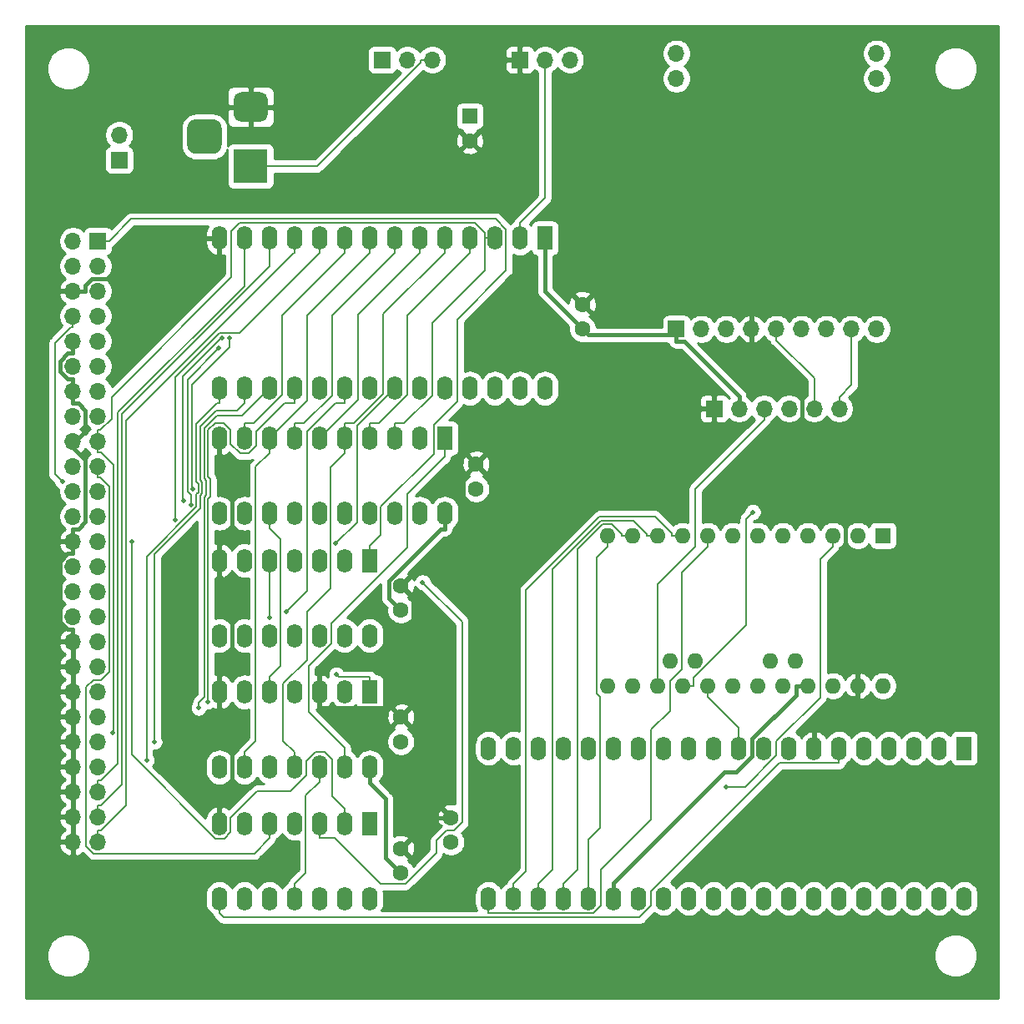
<source format=gbl>
G04 #@! TF.GenerationSoftware,KiCad,Pcbnew,(5.1.9)-1*
G04 #@! TF.CreationDate,2024-08-17T09:13:53+09:00*
G04 #@! TF.ProjectId,MZ700_SD,4d5a3730-305f-4534-942e-6b696361645f,rev?*
G04 #@! TF.SameCoordinates,PX53920b0PY93c3260*
G04 #@! TF.FileFunction,Copper,L2,Bot*
G04 #@! TF.FilePolarity,Positive*
%FSLAX46Y46*%
G04 Gerber Fmt 4.6, Leading zero omitted, Abs format (unit mm)*
G04 Created by KiCad (PCBNEW (5.1.9)-1) date 2024-08-17 09:13:53*
%MOMM*%
%LPD*%
G01*
G04 APERTURE LIST*
G04 #@! TA.AperFunction,ComponentPad*
%ADD10R,1.700000X1.700000*%
G04 #@! TD*
G04 #@! TA.AperFunction,ComponentPad*
%ADD11O,1.700000X1.700000*%
G04 #@! TD*
G04 #@! TA.AperFunction,ComponentPad*
%ADD12C,1.600000*%
G04 #@! TD*
G04 #@! TA.AperFunction,ComponentPad*
%ADD13R,1.600000X2.400000*%
G04 #@! TD*
G04 #@! TA.AperFunction,ComponentPad*
%ADD14O,1.600000X2.400000*%
G04 #@! TD*
G04 #@! TA.AperFunction,ComponentPad*
%ADD15R,3.500000X3.500000*%
G04 #@! TD*
G04 #@! TA.AperFunction,ComponentPad*
%ADD16R,1.600000X1.600000*%
G04 #@! TD*
G04 #@! TA.AperFunction,ComponentPad*
%ADD17O,1.600000X1.600000*%
G04 #@! TD*
G04 #@! TA.AperFunction,ViaPad*
%ADD18C,0.500000*%
G04 #@! TD*
G04 #@! TA.AperFunction,Conductor*
%ADD19C,0.400000*%
G04 #@! TD*
G04 #@! TA.AperFunction,Conductor*
%ADD20C,0.200000*%
G04 #@! TD*
G04 #@! TA.AperFunction,Conductor*
%ADD21C,0.254000*%
G04 #@! TD*
G04 #@! TA.AperFunction,Conductor*
%ADD22C,0.100000*%
G04 #@! TD*
G04 APERTURE END LIST*
D10*
X10160000Y85725000D03*
D11*
X10160000Y88265000D03*
D10*
X66675000Y68580000D03*
D11*
X69215000Y68580000D03*
X71755000Y68580000D03*
X74295000Y68580000D03*
X76835000Y68580000D03*
X79375000Y68580000D03*
X81915000Y68580000D03*
X84455000Y68580000D03*
X86995000Y68580000D03*
X86995000Y96520000D03*
X86995000Y93980000D03*
X66675000Y96520000D03*
X66675000Y93980000D03*
D12*
X43815000Y16510000D03*
X43815000Y19010000D03*
D13*
X53340000Y77805000D03*
D14*
X20320000Y62565000D03*
X50800000Y77805000D03*
X22860000Y62565000D03*
X48260000Y77805000D03*
X25400000Y62565000D03*
X45720000Y77805000D03*
X27940000Y62565000D03*
X43180000Y77805000D03*
X30480000Y62565000D03*
X40640000Y77805000D03*
X33020000Y62565000D03*
X38100000Y77805000D03*
X35560000Y62565000D03*
X35560000Y77805000D03*
X38100000Y62565000D03*
X33020000Y77805000D03*
X40640000Y62565000D03*
X30480000Y77805000D03*
X43180000Y62565000D03*
X27940000Y77805000D03*
X45720000Y62565000D03*
X25400000Y77805000D03*
X48260000Y62565000D03*
X22860000Y77805000D03*
X50800000Y62565000D03*
X20320000Y77805000D03*
X53340000Y62565000D03*
D15*
X23495000Y85090000D03*
G04 #@! TA.AperFunction,ComponentPad*
G36*
G01*
X22495000Y92590000D02*
X24495000Y92590000D01*
G75*
G02*
X25245000Y91840000I0J-750000D01*
G01*
X25245000Y90340000D01*
G75*
G02*
X24495000Y89590000I-750000J0D01*
G01*
X22495000Y89590000D01*
G75*
G02*
X21745000Y90340000I0J750000D01*
G01*
X21745000Y91840000D01*
G75*
G02*
X22495000Y92590000I750000J0D01*
G01*
G37*
G04 #@! TD.AperFunction*
G04 #@! TA.AperFunction,ComponentPad*
G36*
G01*
X17920000Y89840000D02*
X19670000Y89840000D01*
G75*
G02*
X20545000Y88965000I0J-875000D01*
G01*
X20545000Y87215000D01*
G75*
G02*
X19670000Y86340000I-875000J0D01*
G01*
X17920000Y86340000D01*
G75*
G02*
X17045000Y87215000I0J875000D01*
G01*
X17045000Y88965000D01*
G75*
G02*
X17920000Y89840000I875000J0D01*
G01*
G37*
G04 #@! TD.AperFunction*
D10*
X8000000Y77500000D03*
D11*
X5460000Y77500000D03*
X8000000Y74960000D03*
X5460000Y74960000D03*
X8000000Y72420000D03*
X5460000Y72420000D03*
X8000000Y69880000D03*
X5460000Y69880000D03*
X8000000Y67340000D03*
X5460000Y67340000D03*
X8000000Y64800000D03*
X5460000Y64800000D03*
X8000000Y62260000D03*
X5460000Y62260000D03*
X8000000Y59720000D03*
X5460000Y59720000D03*
X8000000Y57180000D03*
X5460000Y57180000D03*
X8000000Y54640000D03*
X5460000Y54640000D03*
X8000000Y52100000D03*
X5460000Y52100000D03*
X8000000Y49560000D03*
X5460000Y49560000D03*
X8000000Y47020000D03*
X5460000Y47020000D03*
X8000000Y44480000D03*
X5460000Y44480000D03*
X8000000Y41940000D03*
X5460000Y41940000D03*
X8000000Y39400000D03*
X5460000Y39400000D03*
X8000000Y36860000D03*
X5460000Y36860000D03*
X8000000Y34320000D03*
X5460000Y34320000D03*
X8000000Y31780000D03*
X5460000Y31780000D03*
X8000000Y29240000D03*
X5460000Y29240000D03*
X8000000Y26700000D03*
X5460000Y26700000D03*
X8000000Y24160000D03*
X5460000Y24160000D03*
X8000000Y21620000D03*
X5460000Y21620000D03*
X8000000Y19080000D03*
X5460000Y19080000D03*
X8000000Y16540000D03*
X5460000Y16540000D03*
X55880000Y95885000D03*
X53340000Y95885000D03*
D10*
X50800000Y95885000D03*
D13*
X95885000Y26035000D03*
D14*
X47625000Y10795000D03*
X93345000Y26035000D03*
X50165000Y10795000D03*
X90805000Y26035000D03*
X52705000Y10795000D03*
X88265000Y26035000D03*
X55245000Y10795000D03*
X85725000Y26035000D03*
X57785000Y10795000D03*
X83185000Y26035000D03*
X60325000Y10795000D03*
X80645000Y26035000D03*
X62865000Y10795000D03*
X78105000Y26035000D03*
X65405000Y10795000D03*
X75565000Y26035000D03*
X67945000Y10795000D03*
X73025000Y26035000D03*
X70485000Y10795000D03*
X70485000Y26035000D03*
X73025000Y10795000D03*
X67945000Y26035000D03*
X75565000Y10795000D03*
X65405000Y26035000D03*
X78105000Y10795000D03*
X62865000Y26035000D03*
X80645000Y10795000D03*
X60325000Y26035000D03*
X83185000Y10795000D03*
X57785000Y26035000D03*
X85725000Y10795000D03*
X55245000Y26035000D03*
X88265000Y10795000D03*
X52705000Y26035000D03*
X90805000Y10795000D03*
X50165000Y26035000D03*
X93345000Y10795000D03*
X47625000Y26035000D03*
X95885000Y10795000D03*
D10*
X36830000Y95885000D03*
D11*
X39370000Y95885000D03*
X41910000Y95885000D03*
D12*
X57150000Y68580000D03*
X57150000Y71080000D03*
D16*
X45720000Y90170000D03*
D12*
X45720000Y87670000D03*
D16*
X87630000Y47625000D03*
D17*
X85090000Y47625000D03*
X82550000Y47625000D03*
X59690000Y32385000D03*
X80010000Y47625000D03*
X62230000Y32385000D03*
X77470000Y47625000D03*
X64770000Y32385000D03*
X74930000Y47625000D03*
X67310000Y32385000D03*
X72390000Y47625000D03*
X69850000Y32385000D03*
X69850000Y47625000D03*
X72390000Y32385000D03*
X67310000Y47625000D03*
X74930000Y32385000D03*
X64770000Y47625000D03*
X77470000Y32385000D03*
X62230000Y47625000D03*
X80010000Y32385000D03*
X59690000Y47625000D03*
X82550000Y32385000D03*
X85090000Y32385000D03*
X87630000Y32385000D03*
X78740000Y34925000D03*
X76200000Y34925000D03*
X68580000Y34925000D03*
X66040000Y34925000D03*
D12*
X38735000Y29210000D03*
X38735000Y26710000D03*
X38735000Y40045000D03*
X38735000Y42545000D03*
X38735000Y15875000D03*
X38735000Y13375000D03*
D14*
X35560000Y24130000D03*
X20320000Y31750000D03*
X33020000Y24130000D03*
X22860000Y31750000D03*
X30480000Y24130000D03*
X25400000Y31750000D03*
X27940000Y24130000D03*
X27940000Y31750000D03*
X25400000Y24130000D03*
X30480000Y31750000D03*
X22860000Y24130000D03*
X33020000Y31750000D03*
X20320000Y24130000D03*
D13*
X35560000Y31750000D03*
X35560000Y45085000D03*
D14*
X20320000Y37465000D03*
X33020000Y45085000D03*
X22860000Y37465000D03*
X30480000Y45085000D03*
X25400000Y37465000D03*
X27940000Y45085000D03*
X27940000Y37465000D03*
X25400000Y45085000D03*
X30480000Y37465000D03*
X22860000Y45085000D03*
X33020000Y37465000D03*
X20320000Y45085000D03*
X35560000Y37465000D03*
D13*
X35560000Y18415000D03*
D14*
X20320000Y10795000D03*
X33020000Y18415000D03*
X22860000Y10795000D03*
X30480000Y18415000D03*
X25400000Y10795000D03*
X27940000Y18415000D03*
X27940000Y10795000D03*
X25400000Y18415000D03*
X30480000Y10795000D03*
X22860000Y18415000D03*
X33020000Y10795000D03*
X20320000Y18415000D03*
X35560000Y10795000D03*
D10*
X70500000Y60500000D03*
D11*
X73040000Y60500000D03*
X75580000Y60500000D03*
X78120000Y60500000D03*
X80660000Y60500000D03*
X83200000Y60500000D03*
D12*
X46355000Y54864000D03*
X46355000Y52364000D03*
D13*
X43180000Y57490000D03*
D14*
X20320000Y49870000D03*
X40640000Y57490000D03*
X22860000Y49870000D03*
X38100000Y57490000D03*
X25400000Y49870000D03*
X35560000Y57490000D03*
X27940000Y49870000D03*
X33020000Y57490000D03*
X30480000Y49870000D03*
X30480000Y57490000D03*
X33020000Y49870000D03*
X27940000Y57490000D03*
X35560000Y49870000D03*
X25400000Y57490000D03*
X38100000Y49870000D03*
X22860000Y57490000D03*
X40640000Y49870000D03*
X20320000Y57490000D03*
X43180000Y49870000D03*
D18*
X25400000Y39310000D03*
X27120600Y39869900D03*
X71689000Y22124200D03*
X20555900Y67652000D03*
X16719400Y51171000D03*
X21361900Y67624300D03*
X17636200Y52335000D03*
X20268200Y66648800D03*
X17419700Y50759000D03*
X4386200Y53075900D03*
X32182600Y33519800D03*
X9452500Y27583100D03*
X40938500Y42880700D03*
X11414400Y47020000D03*
X15819600Y49168800D03*
X19120600Y30741300D03*
X18223500Y30115900D03*
X13737300Y26700000D03*
X12927700Y24836200D03*
X74442000Y50002000D03*
X32136300Y46802500D03*
D19*
X43180000Y49870000D02*
X43180000Y48269700D01*
X43180000Y48269700D02*
X42759900Y48269700D01*
X42759900Y48269700D02*
X37516600Y43026400D01*
X37516600Y43026400D02*
X37516600Y41263400D01*
X37516600Y41263400D02*
X38735000Y40045000D01*
X80010000Y32385000D02*
X78809700Y32385000D01*
X60325000Y10795000D02*
X60325000Y12395300D01*
X60325000Y12395300D02*
X71522200Y23592500D01*
X71522200Y23592500D02*
X72712200Y23592500D01*
X72712200Y23592500D02*
X74330200Y25210500D01*
X74330200Y25210500D02*
X74330200Y26975600D01*
X74330200Y26975600D02*
X78809700Y31455100D01*
X78809700Y31455100D02*
X78809700Y32385000D01*
X35560000Y24130000D02*
X35560000Y22529700D01*
X35560000Y22529700D02*
X37160300Y20929400D01*
X37160300Y20929400D02*
X37160300Y14949700D01*
X37160300Y14949700D02*
X38735000Y13375000D01*
X66675000Y67954900D02*
X57775100Y67954900D01*
X57775100Y67954900D02*
X57150000Y68580000D01*
X66675000Y67954900D02*
X66675000Y67329700D01*
X66675000Y68580000D02*
X66675000Y67954900D01*
X73040000Y60500000D02*
X73040000Y61750300D01*
X73040000Y61750300D02*
X67460600Y67329700D01*
X67460600Y67329700D02*
X66675000Y67329700D01*
X57150000Y68580000D02*
X53340000Y72390000D01*
X53340000Y72390000D02*
X53340000Y77805000D01*
X37795300Y30149700D02*
X38735000Y29210000D01*
X30480000Y30149700D02*
X37795300Y30149700D01*
X37795300Y30149700D02*
X39952800Y32307200D01*
X39952800Y32307200D02*
X39952800Y41327200D01*
X39952800Y41327200D02*
X38735000Y42545000D01*
X30480000Y31750000D02*
X30480000Y30149700D01*
X5460000Y36860000D02*
X5460000Y38110300D01*
X5460000Y38110300D02*
X4913000Y38110300D01*
X4913000Y38110300D02*
X4170400Y38852900D01*
X4170400Y38852900D02*
X4170400Y44998200D01*
X4170400Y44998200D02*
X4941900Y45769700D01*
X4941900Y45769700D02*
X5460000Y45769700D01*
X5460000Y34320000D02*
X5460000Y36860000D01*
X5460000Y47020000D02*
X5460000Y45769700D01*
X20320000Y77805000D02*
X20320000Y76204700D01*
X5460000Y72420000D02*
X6710300Y72420000D01*
X6710300Y72420000D02*
X6710300Y72967100D01*
X6710300Y72967100D02*
X7413500Y73670300D01*
X7413500Y73670300D02*
X17785600Y73670300D01*
X17785600Y73670300D02*
X20320000Y76204700D01*
X46355000Y54864000D02*
X45083100Y53592100D01*
X45083100Y53592100D02*
X45083100Y48893100D01*
X45083100Y48893100D02*
X38735000Y42545000D01*
X45720000Y87670000D02*
X50800000Y92750000D01*
X50800000Y92750000D02*
X50800000Y95885000D01*
X41870000Y19010000D02*
X43815000Y19010000D01*
X38735000Y15875000D02*
X41870000Y19010000D01*
X41870000Y19010000D02*
X41870000Y26075000D01*
X41870000Y26075000D02*
X38735000Y29210000D01*
X20320000Y45085000D02*
X20320000Y46685300D01*
X20320000Y57490000D02*
X20320000Y55889700D01*
X20320000Y55889700D02*
X21589900Y54619800D01*
X21589900Y54619800D02*
X21589900Y47955200D01*
X21589900Y47955200D02*
X20320000Y46685300D01*
X20320000Y31750000D02*
X20320000Y33350300D01*
X20320000Y45085000D02*
X20320000Y43484700D01*
X20320000Y43484700D02*
X21589900Y42214800D01*
X21589900Y42214800D02*
X21589900Y34620200D01*
X21589900Y34620200D02*
X20320000Y33350300D01*
X5460000Y62260000D02*
X5460000Y61009700D01*
X5460000Y56881000D02*
X6730000Y58151000D01*
X6730000Y58151000D02*
X6730000Y60257800D01*
X6730000Y60257800D02*
X5978100Y61009700D01*
X5978100Y61009700D02*
X5460000Y61009700D01*
X5460000Y56881000D02*
X5460000Y56581900D01*
X5460000Y57180000D02*
X5460000Y56881000D01*
X5460000Y67340000D02*
X5460000Y66089700D01*
X5460000Y62260000D02*
X5460000Y63510300D01*
X5460000Y63510300D02*
X4913000Y63510300D01*
X4913000Y63510300D02*
X4170400Y64252900D01*
X4170400Y64252900D02*
X4170400Y65318200D01*
X4170400Y65318200D02*
X4941900Y66089700D01*
X4941900Y66089700D02*
X5460000Y66089700D01*
X85090000Y32385000D02*
X85090000Y33585300D01*
X74295000Y68580000D02*
X74295000Y67329700D01*
X74295000Y67329700D02*
X79390000Y62234700D01*
X79390000Y62234700D02*
X79390000Y55396500D01*
X79390000Y55396500D02*
X83820000Y50966500D01*
X83820000Y50966500D02*
X83820000Y34855300D01*
X83820000Y34855300D02*
X85090000Y33585300D01*
X5460000Y56581900D02*
X6730000Y55311900D01*
X6730000Y55311900D02*
X6730000Y49022200D01*
X6730000Y49022200D02*
X5978100Y48270300D01*
X5978100Y48270300D02*
X5460000Y48270300D01*
X5460000Y47020000D02*
X5460000Y48270300D01*
X20320000Y30949900D02*
X20320000Y31750000D01*
X20320000Y30949900D02*
X20320000Y30149700D01*
X5460000Y31780000D02*
X5460000Y34320000D01*
X5460000Y29240000D02*
X5460000Y31780000D01*
X5460000Y26700000D02*
X5460000Y29240000D01*
X5460000Y24160000D02*
X5460000Y26700000D01*
X5460000Y21620000D02*
X5460000Y24160000D01*
X5460000Y19080000D02*
X5460000Y21620000D01*
X5460000Y16540000D02*
X5460000Y19080000D01*
X85090000Y31784900D02*
X85090000Y32385000D01*
X85090000Y31784900D02*
X85090000Y31184700D01*
X80645000Y26035000D02*
X80645000Y27635300D01*
X85090000Y31184700D02*
X84194400Y31184700D01*
X84194400Y31184700D02*
X80645000Y27635300D01*
X20320000Y18415000D02*
X20320000Y20015300D01*
X20320000Y20015300D02*
X21589900Y21285200D01*
X21589900Y21285200D02*
X21589900Y28879800D01*
X21589900Y28879800D02*
X20320000Y30149700D01*
D20*
X41910000Y95885000D02*
X40759700Y95885000D01*
X40759700Y95885000D02*
X40759700Y95597400D01*
X40759700Y95597400D02*
X30252300Y85090000D01*
X30252300Y85090000D02*
X23495000Y85090000D01*
X50800000Y77805000D02*
X50800000Y79305300D01*
X53340000Y95885000D02*
X53340000Y81845300D01*
X53340000Y81845300D02*
X50800000Y79305300D01*
X25400000Y43584700D02*
X25400000Y39310000D01*
X25400000Y45085000D02*
X25400000Y43584700D01*
X33020000Y62565000D02*
X33020000Y61064700D01*
X27120600Y39869900D02*
X29210000Y41959300D01*
X29210000Y41959300D02*
X29210000Y58199100D01*
X29210000Y58199100D02*
X32075600Y61064700D01*
X32075600Y61064700D02*
X33020000Y61064700D01*
X83185000Y26035000D02*
X83185000Y24534700D01*
X20320000Y10795000D02*
X20320000Y9294700D01*
X20320000Y9294700D02*
X20752800Y8861900D01*
X20752800Y8861900D02*
X62942800Y8861900D01*
X62942800Y8861900D02*
X64135000Y10054100D01*
X64135000Y10054100D02*
X64135000Y11524400D01*
X64135000Y11524400D02*
X77145300Y24534700D01*
X77145300Y24534700D02*
X83185000Y24534700D01*
X30480000Y24130000D02*
X30480000Y22629700D01*
X27940000Y10795000D02*
X27940000Y12295300D01*
X27940000Y12295300D02*
X29068400Y13423700D01*
X29068400Y13423700D02*
X29068400Y21218100D01*
X29068400Y21218100D02*
X30480000Y22629700D01*
X47625000Y9294700D02*
X58248000Y9294700D01*
X58248000Y9294700D02*
X59055000Y10101700D01*
X59055000Y10101700D02*
X59055000Y13698900D01*
X59055000Y13698900D02*
X64135000Y18778900D01*
X64135000Y18778900D02*
X64135000Y27908300D01*
X64135000Y27908300D02*
X66040000Y29813300D01*
X66040000Y29813300D02*
X66040000Y32852300D01*
X66040000Y32852300D02*
X67193300Y34005600D01*
X67193300Y34005600D02*
X67193300Y43868000D01*
X67193300Y43868000D02*
X69850000Y46524700D01*
X47625000Y10795000D02*
X47625000Y9294700D01*
X69850000Y47625000D02*
X69850000Y46524700D01*
X66209700Y47625000D02*
X66209700Y47853000D01*
X66209700Y47853000D02*
X64524400Y49538300D01*
X64524400Y49538300D02*
X58880400Y49538300D01*
X58880400Y49538300D02*
X51435000Y42092900D01*
X51435000Y42092900D02*
X51435000Y13565300D01*
X51435000Y13565300D02*
X50165000Y12295300D01*
X67310000Y47625000D02*
X66209700Y47625000D01*
X50165000Y10795000D02*
X50165000Y12295300D01*
X52705000Y10795000D02*
X52705000Y12295300D01*
X64770000Y47625000D02*
X63669700Y47625000D01*
X63669700Y47625000D02*
X63669700Y47762700D01*
X63669700Y47762700D02*
X62294400Y49138000D01*
X62294400Y49138000D02*
X59046200Y49138000D01*
X59046200Y49138000D02*
X54144600Y44236400D01*
X54144600Y44236400D02*
X54144600Y13734900D01*
X54144600Y13734900D02*
X52705000Y12295300D01*
X55245000Y10795000D02*
X55245000Y12295300D01*
X62230000Y47625000D02*
X61129700Y47625000D01*
X61129700Y47625000D02*
X61129700Y47762500D01*
X61129700Y47762500D02*
X60154600Y48737600D01*
X60154600Y48737600D02*
X59212100Y48737600D01*
X59212100Y48737600D02*
X56684600Y46210100D01*
X56684600Y46210100D02*
X56684600Y13734900D01*
X56684600Y13734900D02*
X55245000Y12295300D01*
X57785000Y10795000D02*
X57785000Y16809000D01*
X57785000Y16809000D02*
X58904800Y17928800D01*
X58904800Y17928800D02*
X58904800Y31265200D01*
X58904800Y31265200D02*
X58587900Y31582100D01*
X58587900Y31582100D02*
X58587900Y45422600D01*
X58587900Y45422600D02*
X59690000Y46524700D01*
X59690000Y47625000D02*
X59690000Y46524700D01*
X69850000Y32385000D02*
X69850000Y31284700D01*
X69850000Y31284700D02*
X73025000Y28109700D01*
X73025000Y28109700D02*
X73025000Y26035000D01*
X82550000Y47625000D02*
X82550000Y46524700D01*
X71689000Y22124200D02*
X73678400Y22124200D01*
X73678400Y22124200D02*
X76835000Y25280800D01*
X76835000Y25280800D02*
X76835000Y26741000D01*
X76835000Y26741000D02*
X81280000Y31186000D01*
X81280000Y31186000D02*
X81280000Y45254700D01*
X81280000Y45254700D02*
X82550000Y46524700D01*
X9150300Y77500000D02*
X11390600Y79740300D01*
X11390600Y79740300D02*
X48335400Y79740300D01*
X48335400Y79740300D02*
X49404900Y78670800D01*
X49404900Y78670800D02*
X49404900Y74508600D01*
X49404900Y74508600D02*
X44450000Y69553700D01*
X44450000Y69553700D02*
X44450000Y61206700D01*
X44450000Y61206700D02*
X42051700Y58808400D01*
X42051700Y58808400D02*
X42051700Y55912900D01*
X42051700Y55912900D02*
X36660300Y50521500D01*
X36660300Y50521500D02*
X36660300Y47685600D01*
X36660300Y47685600D02*
X35560000Y46585300D01*
X8000000Y77500000D02*
X9150300Y77500000D01*
X35560000Y45085000D02*
X35560000Y46585300D01*
X20555900Y67652000D02*
X20493200Y67652000D01*
X20493200Y67652000D02*
X16637700Y63796500D01*
X16637700Y63796500D02*
X16637700Y51252700D01*
X16637700Y51252700D02*
X16719400Y51171000D01*
X17636200Y52335000D02*
X17555500Y52415700D01*
X17555500Y52415700D02*
X17555500Y62952200D01*
X17555500Y62952200D02*
X21361900Y66758600D01*
X21361900Y66758600D02*
X21361900Y67624300D01*
X17419700Y50759000D02*
X17419700Y51698300D01*
X17419700Y51698300D02*
X17067900Y52050100D01*
X17067900Y52050100D02*
X17067900Y63448500D01*
X17067900Y63448500D02*
X20268200Y66648800D01*
X35560000Y31750000D02*
X35560000Y33250300D01*
X5460000Y69880000D02*
X5460000Y68729700D01*
X4386200Y53075900D02*
X3618500Y53843600D01*
X3618500Y53843600D02*
X3618500Y67126600D01*
X3618500Y67126600D02*
X5221600Y68729700D01*
X5221600Y68729700D02*
X5460000Y68729700D01*
X35560000Y33250300D02*
X32452100Y33250300D01*
X32452100Y33250300D02*
X32182600Y33519800D01*
X43180000Y57490000D02*
X43180000Y55620900D01*
X43180000Y55620900D02*
X39370000Y51810900D01*
X39370000Y51810900D02*
X39370000Y46389400D01*
X39370000Y46389400D02*
X31667100Y38686500D01*
X31667100Y38686500D02*
X31667100Y36694600D01*
X31667100Y36694600D02*
X29363600Y34391100D01*
X29363600Y34391100D02*
X29363600Y29722600D01*
X29363600Y29722600D02*
X33020000Y26066200D01*
X33020000Y26066200D02*
X33020000Y24130000D01*
X47223300Y77805000D02*
X47223300Y78323300D01*
X47223300Y78323300D02*
X46230000Y79316600D01*
X46230000Y79316600D02*
X22359400Y79316600D01*
X22359400Y79316600D02*
X21552100Y78509300D01*
X21552100Y78509300D02*
X21552100Y73839100D01*
X21552100Y73839100D02*
X9389600Y61676600D01*
X9389600Y61676600D02*
X9389600Y59481600D01*
X9389600Y59481600D02*
X8238300Y58330300D01*
X8238300Y58330300D02*
X8000000Y58330300D01*
X47223300Y77805000D02*
X47223300Y74515400D01*
X47223300Y74515400D02*
X41910000Y69202100D01*
X41910000Y69202100D02*
X41910000Y61822200D01*
X41910000Y61822200D02*
X39078100Y58990300D01*
X39078100Y58990300D02*
X38100000Y58990300D01*
X48260000Y77805000D02*
X47223300Y77805000D01*
X38100000Y57490000D02*
X38100000Y58990300D01*
X8000000Y57180000D02*
X8000000Y58330300D01*
X8000000Y56029700D02*
X8289600Y56029700D01*
X8289600Y56029700D02*
X9560200Y54759100D01*
X9560200Y54759100D02*
X9560200Y27690800D01*
X9560200Y27690800D02*
X9452500Y27583100D01*
X8000000Y57180000D02*
X8000000Y56029700D01*
X8000000Y53489700D02*
X8237500Y53489700D01*
X8237500Y53489700D02*
X9150300Y52576900D01*
X9150300Y52576900D02*
X9150300Y33806000D01*
X9150300Y33806000D02*
X8274700Y32930400D01*
X8274700Y32930400D02*
X7502300Y32930400D01*
X7502300Y32930400D02*
X6821400Y32249500D01*
X6821400Y32249500D02*
X6821400Y16071700D01*
X6821400Y16071700D02*
X7520500Y15372600D01*
X7520500Y15372600D02*
X23857900Y15372600D01*
X23857900Y15372600D02*
X25400000Y16914700D01*
X45720000Y76304700D02*
X39370000Y69954700D01*
X39370000Y69954700D02*
X39370000Y61862600D01*
X39370000Y61862600D02*
X36497700Y58990300D01*
X36497700Y58990300D02*
X35560000Y58990300D01*
X25400000Y18415000D02*
X25400000Y16914700D01*
X8000000Y54640000D02*
X8000000Y53489700D01*
X35560000Y57490000D02*
X35560000Y58990300D01*
X45720000Y77805000D02*
X45720000Y76304700D01*
X33020000Y55989700D02*
X31580400Y54550100D01*
X31580400Y54550100D02*
X31580400Y42293300D01*
X31580400Y42293300D02*
X29210000Y39922900D01*
X29210000Y39922900D02*
X29210000Y35005300D01*
X29210000Y35005300D02*
X26798600Y32593900D01*
X26798600Y32593900D02*
X26798600Y26771700D01*
X26798600Y26771700D02*
X27940000Y25630300D01*
X33020000Y57490000D02*
X33020000Y55989700D01*
X27940000Y24130000D02*
X27940000Y25630300D01*
X33020000Y58240200D02*
X33020000Y57490000D01*
X33020000Y58240200D02*
X33020000Y58990300D01*
X43180000Y77805000D02*
X43180000Y76304700D01*
X33020000Y58990300D02*
X33957700Y58990300D01*
X33957700Y58990300D02*
X36963100Y61995700D01*
X36963100Y61995700D02*
X36963100Y70087800D01*
X36963100Y70087800D02*
X43180000Y76304700D01*
X40640000Y77805000D02*
X40640000Y76304700D01*
X30480000Y57490000D02*
X34340000Y61350000D01*
X34340000Y61350000D02*
X34340000Y70004700D01*
X34340000Y70004700D02*
X40640000Y76304700D01*
X30480000Y18415000D02*
X30480000Y16914700D01*
X40938500Y42880700D02*
X44944900Y38874300D01*
X44944900Y38874300D02*
X44944900Y18515600D01*
X44944900Y18515600D02*
X44112900Y17683600D01*
X44112900Y17683600D02*
X43353400Y17683600D01*
X43353400Y17683600D02*
X42325900Y16656100D01*
X42325900Y16656100D02*
X42325900Y15408600D01*
X42325900Y15408600D02*
X39185300Y12268000D01*
X39185300Y12268000D02*
X36627000Y12268000D01*
X36627000Y12268000D02*
X31980300Y16914700D01*
X31980300Y16914700D02*
X30480000Y16914700D01*
X11414400Y47020000D02*
X11414400Y25364100D01*
X11414400Y25364100D02*
X19889800Y16888700D01*
X19889800Y16888700D02*
X20808200Y16888700D01*
X20808200Y16888700D02*
X21448400Y17528900D01*
X21448400Y17528900D02*
X21448400Y19001700D01*
X21448400Y19001700D02*
X24148100Y21701400D01*
X24148100Y21701400D02*
X27510300Y21701400D01*
X27510300Y21701400D02*
X29123600Y23314700D01*
X29123600Y23314700D02*
X29123600Y24743300D01*
X29123600Y24743300D02*
X30043700Y25663400D01*
X30043700Y25663400D02*
X30965400Y25663400D01*
X30965400Y25663400D02*
X31750000Y24878800D01*
X31750000Y24878800D02*
X31750000Y21185300D01*
X31750000Y21185300D02*
X33020000Y19915300D01*
X38100000Y77805000D02*
X38100000Y76304700D01*
X27940000Y57490000D02*
X27940000Y58990300D01*
X27940000Y58990300D02*
X28919500Y58990300D01*
X28919500Y58990300D02*
X31750000Y61820800D01*
X31750000Y61820800D02*
X31750000Y69954700D01*
X31750000Y69954700D02*
X38100000Y76304700D01*
X33020000Y18415000D02*
X33020000Y19915300D01*
X25400000Y57490000D02*
X25400000Y55989700D01*
X25400000Y55989700D02*
X23994900Y54584600D01*
X23994900Y54584600D02*
X23994900Y26765200D01*
X23994900Y26765200D02*
X22860000Y25630300D01*
X25400000Y57490000D02*
X29210000Y61300000D01*
X29210000Y61300000D02*
X29210000Y69954700D01*
X29210000Y69954700D02*
X35560000Y76304700D01*
X22860000Y24130000D02*
X22860000Y25630300D01*
X35560000Y77805000D02*
X35560000Y76304700D01*
X33020000Y76304700D02*
X26670000Y69954700D01*
X26670000Y69954700D02*
X26670000Y61866000D01*
X26670000Y61866000D02*
X23794400Y58990400D01*
X23794400Y58990400D02*
X22860000Y58990400D01*
X22860000Y58990400D02*
X22860000Y58990300D01*
X33020000Y77805000D02*
X33020000Y76304700D01*
X22860000Y57490000D02*
X22860000Y58990300D01*
X30480000Y76304700D02*
X22377600Y68202300D01*
X22377600Y68202300D02*
X20328000Y68202300D01*
X20328000Y68202300D02*
X15819600Y63693900D01*
X15819600Y63693900D02*
X15819600Y49168800D01*
X30480000Y77805000D02*
X30480000Y76304700D01*
X25400000Y31750000D02*
X25400000Y33250300D01*
X25400000Y48369700D02*
X26526800Y47242900D01*
X26526800Y47242900D02*
X26526800Y34377100D01*
X26526800Y34377100D02*
X25400000Y33250300D01*
X25400000Y49870000D02*
X25400000Y48369700D01*
X19120600Y30741300D02*
X19177900Y30798600D01*
X19177900Y30798600D02*
X19177900Y51325000D01*
X19177900Y51325000D02*
X19387400Y51534500D01*
X19387400Y51534500D02*
X19387400Y53359500D01*
X19387400Y53359500D02*
X19177900Y53569000D01*
X19177900Y53569000D02*
X19177900Y58311400D01*
X19177900Y58311400D02*
X19906800Y59040300D01*
X19906800Y59040300D02*
X20757300Y59040300D01*
X20757300Y59040300D02*
X21448400Y58349200D01*
X21448400Y58349200D02*
X21448400Y56908000D01*
X21448400Y56908000D02*
X22408200Y55948200D01*
X22408200Y55948200D02*
X23318700Y55948200D01*
X23318700Y55948200D02*
X24077200Y56706700D01*
X24077200Y56706700D02*
X24077200Y58180100D01*
X24077200Y58180100D02*
X26961800Y61064700D01*
X26961800Y61064700D02*
X27940000Y61064700D01*
X27940000Y62565000D02*
X27940000Y61064700D01*
X18223500Y30115900D02*
X18223500Y30682000D01*
X18223500Y30682000D02*
X18777600Y31236100D01*
X18777600Y31236100D02*
X18777600Y51490800D01*
X18777600Y51490800D02*
X18987100Y51700300D01*
X18987100Y51700300D02*
X18987100Y53193700D01*
X18987100Y53193700D02*
X18777600Y53403200D01*
X18777600Y53403200D02*
X18777600Y58477200D01*
X18777600Y58477200D02*
X20069300Y59768900D01*
X20069300Y59768900D02*
X22603900Y59768900D01*
X22603900Y59768900D02*
X25400000Y62565000D01*
X13737300Y26700000D02*
X13737300Y45732200D01*
X13737300Y45732200D02*
X18370400Y50365300D01*
X18370400Y50365300D02*
X18370400Y51649700D01*
X18370400Y51649700D02*
X18586800Y51866100D01*
X18586800Y51866100D02*
X18586800Y53027900D01*
X18586800Y53027900D02*
X18364600Y53250100D01*
X18364600Y53250100D02*
X18364600Y58684800D01*
X18364600Y58684800D02*
X20006300Y60326500D01*
X20006300Y60326500D02*
X22121800Y60326500D01*
X22121800Y60326500D02*
X22860000Y61064700D01*
X22860000Y62565000D02*
X22860000Y61064700D01*
X12927700Y24836200D02*
X12927700Y45488700D01*
X12927700Y45488700D02*
X17970100Y50531100D01*
X17970100Y50531100D02*
X17970100Y51815500D01*
X17970100Y51815500D02*
X18186500Y52031900D01*
X18186500Y52031900D02*
X18186500Y52862100D01*
X18186500Y52862100D02*
X17964300Y53084300D01*
X17964300Y53084300D02*
X17964300Y58921300D01*
X17964300Y58921300D02*
X20107700Y61064700D01*
X20107700Y61064700D02*
X20320000Y61064700D01*
X20320000Y62565000D02*
X20320000Y61064700D01*
X8000000Y21620000D02*
X8000000Y22770300D01*
X8000000Y22770300D02*
X8287600Y22770300D01*
X8287600Y22770300D02*
X10002900Y24485600D01*
X10002900Y24485600D02*
X10002900Y60088000D01*
X10002900Y60088000D02*
X22860000Y72945100D01*
X22860000Y72945100D02*
X22860000Y77805000D01*
X8000000Y20230300D02*
X8287700Y20230300D01*
X8287700Y20230300D02*
X10410700Y22353300D01*
X10410700Y22353300D02*
X10410700Y59929500D01*
X10410700Y59929500D02*
X25400000Y74918800D01*
X25400000Y74918800D02*
X25400000Y76304700D01*
X25400000Y77805000D02*
X25400000Y76304700D01*
X8000000Y19080000D02*
X8000000Y20230300D01*
X8000000Y17690300D02*
X8287600Y17690300D01*
X8287600Y17690300D02*
X10811100Y20213800D01*
X10811100Y20213800D02*
X10811100Y59251500D01*
X10811100Y59251500D02*
X27864300Y76304700D01*
X27864300Y76304700D02*
X27940000Y76304700D01*
X27940000Y77805000D02*
X27940000Y76304700D01*
X8000000Y16540000D02*
X8000000Y17690300D01*
X67310000Y32385000D02*
X68410300Y32385000D01*
X74442000Y50002000D02*
X73757800Y49317800D01*
X73757800Y49317800D02*
X73757800Y38534600D01*
X73757800Y38534600D02*
X68410300Y33187100D01*
X68410300Y33187100D02*
X68410300Y32385000D01*
X76835000Y68580000D02*
X76835000Y67429700D01*
X80660000Y60500000D02*
X80660000Y63604700D01*
X80660000Y63604700D02*
X76835000Y67429700D01*
X75580000Y60500000D02*
X75580000Y59349700D01*
X75580000Y59349700D02*
X68580000Y52349700D01*
X68580000Y52349700D02*
X68580000Y46524600D01*
X68580000Y46524600D02*
X64770000Y42714600D01*
X64770000Y42714600D02*
X64770000Y32385000D01*
X83200000Y60500000D02*
X83200000Y61650300D01*
X83200000Y61650300D02*
X84455000Y62905300D01*
X84455000Y62905300D02*
X84455000Y68580000D01*
X32136300Y46802500D02*
X34290000Y48956200D01*
X34290000Y48956200D02*
X34290000Y58755000D01*
X34290000Y58755000D02*
X38100000Y62565000D01*
D21*
X99340000Y660000D02*
X660000Y660000D01*
X660000Y5220128D01*
X2765000Y5220128D01*
X2765000Y4779872D01*
X2850890Y4348075D01*
X3019369Y3941331D01*
X3263962Y3575271D01*
X3575271Y3263962D01*
X3941331Y3019369D01*
X4348075Y2850890D01*
X4779872Y2765000D01*
X5220128Y2765000D01*
X5651925Y2850890D01*
X6058669Y3019369D01*
X6424729Y3263962D01*
X6736038Y3575271D01*
X6980631Y3941331D01*
X7149110Y4348075D01*
X7235000Y4779872D01*
X7235000Y5220128D01*
X92765000Y5220128D01*
X92765000Y4779872D01*
X92850890Y4348075D01*
X93019369Y3941331D01*
X93263962Y3575271D01*
X93575271Y3263962D01*
X93941331Y3019369D01*
X94348075Y2850890D01*
X94779872Y2765000D01*
X95220128Y2765000D01*
X95651925Y2850890D01*
X96058669Y3019369D01*
X96424729Y3263962D01*
X96736038Y3575271D01*
X96980631Y3941331D01*
X97149110Y4348075D01*
X97235000Y4779872D01*
X97235000Y5220128D01*
X97149110Y5651925D01*
X96980631Y6058669D01*
X96736038Y6424729D01*
X96424729Y6736038D01*
X96058669Y6980631D01*
X95651925Y7149110D01*
X95220128Y7235000D01*
X94779872Y7235000D01*
X94348075Y7149110D01*
X93941331Y6980631D01*
X93575271Y6736038D01*
X93263962Y6424729D01*
X93019369Y6058669D01*
X92850890Y5651925D01*
X92765000Y5220128D01*
X7235000Y5220128D01*
X7149110Y5651925D01*
X6980631Y6058669D01*
X6736038Y6424729D01*
X6424729Y6736038D01*
X6058669Y6980631D01*
X5651925Y7149110D01*
X5220128Y7235000D01*
X4779872Y7235000D01*
X4348075Y7149110D01*
X3941331Y6980631D01*
X3575271Y6736038D01*
X3263962Y6424729D01*
X3019369Y6058669D01*
X2850890Y5651925D01*
X2765000Y5220128D01*
X660000Y5220128D01*
X660000Y16183110D01*
X4018524Y16183110D01*
X4063175Y16035901D01*
X4188359Y15773080D01*
X4362412Y15539731D01*
X4578645Y15344822D01*
X4828748Y15195843D01*
X5103109Y15098519D01*
X5333000Y15219186D01*
X5333000Y16413000D01*
X4139845Y16413000D01*
X4018524Y16183110D01*
X660000Y16183110D01*
X660000Y18723110D01*
X4018524Y18723110D01*
X4063175Y18575901D01*
X4188359Y18313080D01*
X4362412Y18079731D01*
X4578645Y17884822D01*
X4704255Y17810000D01*
X4578645Y17735178D01*
X4362412Y17540269D01*
X4188359Y17306920D01*
X4063175Y17044099D01*
X4018524Y16896890D01*
X4139845Y16667000D01*
X5333000Y16667000D01*
X5333000Y18953000D01*
X4139845Y18953000D01*
X4018524Y18723110D01*
X660000Y18723110D01*
X660000Y21263110D01*
X4018524Y21263110D01*
X4063175Y21115901D01*
X4188359Y20853080D01*
X4362412Y20619731D01*
X4578645Y20424822D01*
X4704255Y20350000D01*
X4578645Y20275178D01*
X4362412Y20080269D01*
X4188359Y19846920D01*
X4063175Y19584099D01*
X4018524Y19436890D01*
X4139845Y19207000D01*
X5333000Y19207000D01*
X5333000Y21493000D01*
X4139845Y21493000D01*
X4018524Y21263110D01*
X660000Y21263110D01*
X660000Y23803110D01*
X4018524Y23803110D01*
X4063175Y23655901D01*
X4188359Y23393080D01*
X4362412Y23159731D01*
X4578645Y22964822D01*
X4704255Y22890000D01*
X4578645Y22815178D01*
X4362412Y22620269D01*
X4188359Y22386920D01*
X4063175Y22124099D01*
X4018524Y21976890D01*
X4139845Y21747000D01*
X5333000Y21747000D01*
X5333000Y24033000D01*
X4139845Y24033000D01*
X4018524Y23803110D01*
X660000Y23803110D01*
X660000Y26343110D01*
X4018524Y26343110D01*
X4063175Y26195901D01*
X4188359Y25933080D01*
X4362412Y25699731D01*
X4578645Y25504822D01*
X4704255Y25430000D01*
X4578645Y25355178D01*
X4362412Y25160269D01*
X4188359Y24926920D01*
X4063175Y24664099D01*
X4018524Y24516890D01*
X4139845Y24287000D01*
X5333000Y24287000D01*
X5333000Y26573000D01*
X4139845Y26573000D01*
X4018524Y26343110D01*
X660000Y26343110D01*
X660000Y28883110D01*
X4018524Y28883110D01*
X4063175Y28735901D01*
X4188359Y28473080D01*
X4362412Y28239731D01*
X4578645Y28044822D01*
X4704255Y27970000D01*
X4578645Y27895178D01*
X4362412Y27700269D01*
X4188359Y27466920D01*
X4063175Y27204099D01*
X4018524Y27056890D01*
X4139845Y26827000D01*
X5333000Y26827000D01*
X5333000Y29113000D01*
X4139845Y29113000D01*
X4018524Y28883110D01*
X660000Y28883110D01*
X660000Y31423110D01*
X4018524Y31423110D01*
X4063175Y31275901D01*
X4188359Y31013080D01*
X4362412Y30779731D01*
X4578645Y30584822D01*
X4704255Y30510000D01*
X4578645Y30435178D01*
X4362412Y30240269D01*
X4188359Y30006920D01*
X4063175Y29744099D01*
X4018524Y29596890D01*
X4139845Y29367000D01*
X5333000Y29367000D01*
X5333000Y31653000D01*
X4139845Y31653000D01*
X4018524Y31423110D01*
X660000Y31423110D01*
X660000Y33963110D01*
X4018524Y33963110D01*
X4063175Y33815901D01*
X4188359Y33553080D01*
X4362412Y33319731D01*
X4578645Y33124822D01*
X4704255Y33050000D01*
X4578645Y32975178D01*
X4362412Y32780269D01*
X4188359Y32546920D01*
X4063175Y32284099D01*
X4018524Y32136890D01*
X4139845Y31907000D01*
X5333000Y31907000D01*
X5333000Y34193000D01*
X4139845Y34193000D01*
X4018524Y33963110D01*
X660000Y33963110D01*
X660000Y36503110D01*
X4018524Y36503110D01*
X4063175Y36355901D01*
X4188359Y36093080D01*
X4362412Y35859731D01*
X4578645Y35664822D01*
X4704255Y35590000D01*
X4578645Y35515178D01*
X4362412Y35320269D01*
X4188359Y35086920D01*
X4063175Y34824099D01*
X4018524Y34676890D01*
X4139845Y34447000D01*
X5333000Y34447000D01*
X5333000Y36733000D01*
X4139845Y36733000D01*
X4018524Y36503110D01*
X660000Y36503110D01*
X660000Y67126600D01*
X2879944Y67126600D01*
X2883501Y67090485D01*
X2883500Y53879705D01*
X2879944Y53843600D01*
X2894135Y53699515D01*
X2905995Y53660419D01*
X2936163Y53560968D01*
X3004413Y53433281D01*
X3096262Y53321363D01*
X3124308Y53298346D01*
X3517906Y52904747D01*
X3535210Y52817755D01*
X3601923Y52656695D01*
X3698776Y52511745D01*
X3822045Y52388476D01*
X3966995Y52291623D01*
X3982727Y52285107D01*
X3975000Y52246260D01*
X3975000Y51953740D01*
X4032068Y51666842D01*
X4144010Y51396589D01*
X4306525Y51153368D01*
X4513368Y50946525D01*
X4687760Y50830000D01*
X4513368Y50713475D01*
X4306525Y50506632D01*
X4144010Y50263411D01*
X4032068Y49993158D01*
X3975000Y49706260D01*
X3975000Y49413740D01*
X4032068Y49126842D01*
X4144010Y48856589D01*
X4306525Y48613368D01*
X4513368Y48406525D01*
X4695534Y48284805D01*
X4578645Y48215178D01*
X4362412Y48020269D01*
X4188359Y47786920D01*
X4063175Y47524099D01*
X4018524Y47376890D01*
X4139845Y47147000D01*
X5333000Y47147000D01*
X5333000Y47167000D01*
X5587000Y47167000D01*
X5587000Y47147000D01*
X5607000Y47147000D01*
X5607000Y46893000D01*
X5587000Y46893000D01*
X5587000Y46873000D01*
X5333000Y46873000D01*
X5333000Y46893000D01*
X4139845Y46893000D01*
X4018524Y46663110D01*
X4063175Y46515901D01*
X4188359Y46253080D01*
X4362412Y46019731D01*
X4578645Y45824822D01*
X4695534Y45755195D01*
X4513368Y45633475D01*
X4306525Y45426632D01*
X4144010Y45183411D01*
X4032068Y44913158D01*
X3975000Y44626260D01*
X3975000Y44333740D01*
X4032068Y44046842D01*
X4144010Y43776589D01*
X4306525Y43533368D01*
X4513368Y43326525D01*
X4687760Y43210000D01*
X4513368Y43093475D01*
X4306525Y42886632D01*
X4144010Y42643411D01*
X4032068Y42373158D01*
X3975000Y42086260D01*
X3975000Y41793740D01*
X4032068Y41506842D01*
X4144010Y41236589D01*
X4306525Y40993368D01*
X4513368Y40786525D01*
X4687760Y40670000D01*
X4513368Y40553475D01*
X4306525Y40346632D01*
X4144010Y40103411D01*
X4032068Y39833158D01*
X3975000Y39546260D01*
X3975000Y39253740D01*
X4032068Y38966842D01*
X4144010Y38696589D01*
X4306525Y38453368D01*
X4513368Y38246525D01*
X4695534Y38124805D01*
X4578645Y38055178D01*
X4362412Y37860269D01*
X4188359Y37626920D01*
X4063175Y37364099D01*
X4018524Y37216890D01*
X4139845Y36987000D01*
X5333000Y36987000D01*
X5333000Y37007000D01*
X5587000Y37007000D01*
X5587000Y36987000D01*
X5607000Y36987000D01*
X5607000Y36733000D01*
X5587000Y36733000D01*
X5587000Y34447000D01*
X5607000Y34447000D01*
X5607000Y34193000D01*
X5587000Y34193000D01*
X5587000Y31907000D01*
X5607000Y31907000D01*
X5607000Y31653000D01*
X5587000Y31653000D01*
X5587000Y29367000D01*
X5607000Y29367000D01*
X5607000Y29113000D01*
X5587000Y29113000D01*
X5587000Y26827000D01*
X5607000Y26827000D01*
X5607000Y26573000D01*
X5587000Y26573000D01*
X5587000Y24287000D01*
X5607000Y24287000D01*
X5607000Y24033000D01*
X5587000Y24033000D01*
X5587000Y21747000D01*
X5607000Y21747000D01*
X5607000Y21493000D01*
X5587000Y21493000D01*
X5587000Y19207000D01*
X5607000Y19207000D01*
X5607000Y18953000D01*
X5587000Y18953000D01*
X5587000Y16667000D01*
X5607000Y16667000D01*
X5607000Y16413000D01*
X5587000Y16413000D01*
X5587000Y15219186D01*
X5816891Y15098519D01*
X6091252Y15195843D01*
X6341355Y15344822D01*
X6429437Y15424217D01*
X6975246Y14878407D01*
X6998262Y14850362D01*
X7076674Y14786011D01*
X7110180Y14758513D01*
X7237866Y14690263D01*
X7376415Y14648235D01*
X7520500Y14634044D01*
X7556605Y14637600D01*
X23821795Y14637600D01*
X23857900Y14634044D01*
X23894005Y14637600D01*
X24001985Y14648235D01*
X24140533Y14690263D01*
X24268220Y14758513D01*
X24380138Y14850362D01*
X24403158Y14878412D01*
X25894193Y16369446D01*
X25922238Y16392462D01*
X26014087Y16504380D01*
X26059418Y16589188D01*
X26082337Y16632066D01*
X26124365Y16770615D01*
X26124826Y16775299D01*
X26201100Y16816068D01*
X26419607Y16995392D01*
X26598932Y17213899D01*
X26670000Y17346858D01*
X26741068Y17213900D01*
X26920392Y16995393D01*
X27138899Y16816068D01*
X27388192Y16682818D01*
X27658691Y16600764D01*
X27940000Y16573057D01*
X28221308Y16600764D01*
X28333400Y16634766D01*
X28333400Y13728147D01*
X27445808Y12840554D01*
X27417763Y12817538D01*
X27325914Y12705620D01*
X27274396Y12609236D01*
X27257664Y12577933D01*
X27215635Y12439385D01*
X27215174Y12434701D01*
X27138900Y12393932D01*
X26920393Y12214608D01*
X26741068Y11996101D01*
X26670000Y11863142D01*
X26598932Y11996101D01*
X26419608Y12214608D01*
X26201101Y12393932D01*
X25951808Y12527182D01*
X25681309Y12609236D01*
X25400000Y12636943D01*
X25118692Y12609236D01*
X24848193Y12527182D01*
X24598900Y12393932D01*
X24380393Y12214608D01*
X24201068Y11996101D01*
X24130000Y11863142D01*
X24058932Y11996101D01*
X23879608Y12214608D01*
X23661101Y12393932D01*
X23411808Y12527182D01*
X23141309Y12609236D01*
X22860000Y12636943D01*
X22578692Y12609236D01*
X22308193Y12527182D01*
X22058900Y12393932D01*
X21840393Y12214608D01*
X21661068Y11996101D01*
X21590000Y11863142D01*
X21518932Y11996101D01*
X21339608Y12214608D01*
X21121101Y12393932D01*
X20871808Y12527182D01*
X20601309Y12609236D01*
X20320000Y12636943D01*
X20038692Y12609236D01*
X19768193Y12527182D01*
X19518900Y12393932D01*
X19300393Y12214608D01*
X19121068Y11996101D01*
X18987818Y11746808D01*
X18905764Y11476309D01*
X18885000Y11265492D01*
X18885000Y10324509D01*
X18905764Y10113692D01*
X18987818Y9843193D01*
X19121068Y9593900D01*
X19300392Y9375393D01*
X19518899Y9196068D01*
X19595174Y9155298D01*
X19595635Y9150615D01*
X19622269Y9062818D01*
X19637664Y9012067D01*
X19705914Y8884380D01*
X19797763Y8772462D01*
X19825807Y8749447D01*
X20207541Y8367713D01*
X20230562Y8339662D01*
X20342479Y8247814D01*
X20342480Y8247813D01*
X20470166Y8179563D01*
X20608715Y8137535D01*
X20752800Y8123344D01*
X20788905Y8126900D01*
X62906695Y8126900D01*
X62942800Y8123344D01*
X62978905Y8126900D01*
X63086885Y8137535D01*
X63225433Y8179563D01*
X63353120Y8247813D01*
X63465038Y8339662D01*
X63488058Y8367712D01*
X64446000Y9325653D01*
X64603899Y9196068D01*
X64853192Y9062818D01*
X65123691Y8980764D01*
X65405000Y8953057D01*
X65686308Y8980764D01*
X65956807Y9062818D01*
X66206100Y9196068D01*
X66424607Y9375392D01*
X66603932Y9593899D01*
X66675000Y9726858D01*
X66746068Y9593900D01*
X66925392Y9375393D01*
X67143899Y9196068D01*
X67393192Y9062818D01*
X67663691Y8980764D01*
X67945000Y8953057D01*
X68226308Y8980764D01*
X68496807Y9062818D01*
X68746100Y9196068D01*
X68964607Y9375392D01*
X69143932Y9593899D01*
X69215000Y9726858D01*
X69286068Y9593900D01*
X69465392Y9375393D01*
X69683899Y9196068D01*
X69933192Y9062818D01*
X70203691Y8980764D01*
X70485000Y8953057D01*
X70766308Y8980764D01*
X71036807Y9062818D01*
X71286100Y9196068D01*
X71504607Y9375392D01*
X71683932Y9593899D01*
X71755000Y9726858D01*
X71826068Y9593900D01*
X72005392Y9375393D01*
X72223899Y9196068D01*
X72473192Y9062818D01*
X72743691Y8980764D01*
X73025000Y8953057D01*
X73306308Y8980764D01*
X73576807Y9062818D01*
X73826100Y9196068D01*
X74044607Y9375392D01*
X74223932Y9593899D01*
X74295000Y9726858D01*
X74366068Y9593900D01*
X74545392Y9375393D01*
X74763899Y9196068D01*
X75013192Y9062818D01*
X75283691Y8980764D01*
X75565000Y8953057D01*
X75846308Y8980764D01*
X76116807Y9062818D01*
X76366100Y9196068D01*
X76584607Y9375392D01*
X76763932Y9593899D01*
X76835000Y9726858D01*
X76906068Y9593900D01*
X77085392Y9375393D01*
X77303899Y9196068D01*
X77553192Y9062818D01*
X77823691Y8980764D01*
X78105000Y8953057D01*
X78386308Y8980764D01*
X78656807Y9062818D01*
X78906100Y9196068D01*
X79124607Y9375392D01*
X79303932Y9593899D01*
X79375000Y9726858D01*
X79446068Y9593900D01*
X79625392Y9375393D01*
X79843899Y9196068D01*
X80093192Y9062818D01*
X80363691Y8980764D01*
X80645000Y8953057D01*
X80926308Y8980764D01*
X81196807Y9062818D01*
X81446100Y9196068D01*
X81664607Y9375392D01*
X81843932Y9593899D01*
X81915000Y9726858D01*
X81986068Y9593900D01*
X82165392Y9375393D01*
X82383899Y9196068D01*
X82633192Y9062818D01*
X82903691Y8980764D01*
X83185000Y8953057D01*
X83466308Y8980764D01*
X83736807Y9062818D01*
X83986100Y9196068D01*
X84204607Y9375392D01*
X84383932Y9593899D01*
X84455000Y9726858D01*
X84526068Y9593900D01*
X84705392Y9375393D01*
X84923899Y9196068D01*
X85173192Y9062818D01*
X85443691Y8980764D01*
X85725000Y8953057D01*
X86006308Y8980764D01*
X86276807Y9062818D01*
X86526100Y9196068D01*
X86744607Y9375392D01*
X86923932Y9593899D01*
X86995000Y9726858D01*
X87066068Y9593900D01*
X87245392Y9375393D01*
X87463899Y9196068D01*
X87713192Y9062818D01*
X87983691Y8980764D01*
X88265000Y8953057D01*
X88546308Y8980764D01*
X88816807Y9062818D01*
X89066100Y9196068D01*
X89284607Y9375392D01*
X89463932Y9593899D01*
X89535000Y9726858D01*
X89606068Y9593900D01*
X89785392Y9375393D01*
X90003899Y9196068D01*
X90253192Y9062818D01*
X90523691Y8980764D01*
X90805000Y8953057D01*
X91086308Y8980764D01*
X91356807Y9062818D01*
X91606100Y9196068D01*
X91824607Y9375392D01*
X92003932Y9593899D01*
X92075000Y9726858D01*
X92146068Y9593900D01*
X92325392Y9375393D01*
X92543899Y9196068D01*
X92793192Y9062818D01*
X93063691Y8980764D01*
X93345000Y8953057D01*
X93626308Y8980764D01*
X93896807Y9062818D01*
X94146100Y9196068D01*
X94364607Y9375392D01*
X94543932Y9593899D01*
X94615000Y9726858D01*
X94686068Y9593900D01*
X94865392Y9375393D01*
X95083899Y9196068D01*
X95333192Y9062818D01*
X95603691Y8980764D01*
X95885000Y8953057D01*
X96166308Y8980764D01*
X96436807Y9062818D01*
X96686100Y9196068D01*
X96904607Y9375392D01*
X97083932Y9593899D01*
X97217182Y9843192D01*
X97299236Y10113691D01*
X97320000Y10324508D01*
X97320000Y11265491D01*
X97299236Y11476309D01*
X97217182Y11746808D01*
X97083932Y11996101D01*
X96904608Y12214608D01*
X96686101Y12393932D01*
X96436808Y12527182D01*
X96166309Y12609236D01*
X95885000Y12636943D01*
X95603692Y12609236D01*
X95333193Y12527182D01*
X95083900Y12393932D01*
X94865393Y12214608D01*
X94686068Y11996101D01*
X94615000Y11863142D01*
X94543932Y11996101D01*
X94364608Y12214608D01*
X94146101Y12393932D01*
X93896808Y12527182D01*
X93626309Y12609236D01*
X93345000Y12636943D01*
X93063692Y12609236D01*
X92793193Y12527182D01*
X92543900Y12393932D01*
X92325393Y12214608D01*
X92146068Y11996101D01*
X92075000Y11863142D01*
X92003932Y11996101D01*
X91824608Y12214608D01*
X91606101Y12393932D01*
X91356808Y12527182D01*
X91086309Y12609236D01*
X90805000Y12636943D01*
X90523692Y12609236D01*
X90253193Y12527182D01*
X90003900Y12393932D01*
X89785393Y12214608D01*
X89606068Y11996101D01*
X89535000Y11863142D01*
X89463932Y11996101D01*
X89284608Y12214608D01*
X89066101Y12393932D01*
X88816808Y12527182D01*
X88546309Y12609236D01*
X88265000Y12636943D01*
X87983692Y12609236D01*
X87713193Y12527182D01*
X87463900Y12393932D01*
X87245393Y12214608D01*
X87066068Y11996101D01*
X86995000Y11863142D01*
X86923932Y11996101D01*
X86744608Y12214608D01*
X86526101Y12393932D01*
X86276808Y12527182D01*
X86006309Y12609236D01*
X85725000Y12636943D01*
X85443692Y12609236D01*
X85173193Y12527182D01*
X84923900Y12393932D01*
X84705393Y12214608D01*
X84526068Y11996101D01*
X84455000Y11863142D01*
X84383932Y11996101D01*
X84204608Y12214608D01*
X83986101Y12393932D01*
X83736808Y12527182D01*
X83466309Y12609236D01*
X83185000Y12636943D01*
X82903692Y12609236D01*
X82633193Y12527182D01*
X82383900Y12393932D01*
X82165393Y12214608D01*
X81986068Y11996101D01*
X81915000Y11863142D01*
X81843932Y11996101D01*
X81664608Y12214608D01*
X81446101Y12393932D01*
X81196808Y12527182D01*
X80926309Y12609236D01*
X80645000Y12636943D01*
X80363692Y12609236D01*
X80093193Y12527182D01*
X79843900Y12393932D01*
X79625393Y12214608D01*
X79446068Y11996101D01*
X79375000Y11863142D01*
X79303932Y11996101D01*
X79124608Y12214608D01*
X78906101Y12393932D01*
X78656808Y12527182D01*
X78386309Y12609236D01*
X78105000Y12636943D01*
X77823692Y12609236D01*
X77553193Y12527182D01*
X77303900Y12393932D01*
X77085393Y12214608D01*
X76906068Y11996101D01*
X76835000Y11863142D01*
X76763932Y11996101D01*
X76584608Y12214608D01*
X76366101Y12393932D01*
X76116808Y12527182D01*
X75846309Y12609236D01*
X75565000Y12636943D01*
X75283692Y12609236D01*
X75013193Y12527182D01*
X74763900Y12393932D01*
X74545393Y12214608D01*
X74366068Y11996101D01*
X74295000Y11863142D01*
X74223932Y11996101D01*
X74044608Y12214608D01*
X73826101Y12393932D01*
X73576808Y12527182D01*
X73306309Y12609236D01*
X73025000Y12636943D01*
X72743692Y12609236D01*
X72473193Y12527182D01*
X72223900Y12393932D01*
X72005393Y12214608D01*
X71826068Y11996101D01*
X71755000Y11863142D01*
X71683932Y11996101D01*
X71504608Y12214608D01*
X71286101Y12393932D01*
X71036808Y12527182D01*
X70766309Y12609236D01*
X70485000Y12636943D01*
X70203692Y12609236D01*
X69933193Y12527182D01*
X69683900Y12393932D01*
X69465393Y12214608D01*
X69286068Y11996101D01*
X69215000Y11863142D01*
X69143932Y11996101D01*
X68964608Y12214608D01*
X68746101Y12393932D01*
X68496808Y12527182D01*
X68226309Y12609236D01*
X67945000Y12636943D01*
X67663692Y12609236D01*
X67393193Y12527182D01*
X67143900Y12393932D01*
X66925393Y12214608D01*
X66746068Y11996101D01*
X66675000Y11863142D01*
X66603932Y11996101D01*
X66424608Y12214608D01*
X66206101Y12393932D01*
X66100450Y12450404D01*
X77449747Y23799700D01*
X83148895Y23799700D01*
X83185000Y23796144D01*
X83221105Y23799700D01*
X83329085Y23810335D01*
X83467633Y23852363D01*
X83595320Y23920613D01*
X83707238Y24012462D01*
X83799087Y24124380D01*
X83867337Y24252067D01*
X83909365Y24390615D01*
X83909826Y24395299D01*
X83986100Y24436068D01*
X84204607Y24615392D01*
X84383932Y24833899D01*
X84455000Y24966858D01*
X84526068Y24833900D01*
X84705392Y24615393D01*
X84923899Y24436068D01*
X85173192Y24302818D01*
X85443691Y24220764D01*
X85725000Y24193057D01*
X86006308Y24220764D01*
X86276807Y24302818D01*
X86526100Y24436068D01*
X86744607Y24615392D01*
X86923932Y24833899D01*
X86995000Y24966858D01*
X87066068Y24833900D01*
X87245392Y24615393D01*
X87463899Y24436068D01*
X87713192Y24302818D01*
X87983691Y24220764D01*
X88265000Y24193057D01*
X88546308Y24220764D01*
X88816807Y24302818D01*
X89066100Y24436068D01*
X89284607Y24615392D01*
X89463932Y24833899D01*
X89535000Y24966858D01*
X89606068Y24833900D01*
X89785392Y24615393D01*
X90003899Y24436068D01*
X90253192Y24302818D01*
X90523691Y24220764D01*
X90805000Y24193057D01*
X91086308Y24220764D01*
X91356807Y24302818D01*
X91606100Y24436068D01*
X91824607Y24615392D01*
X92003932Y24833899D01*
X92075000Y24966858D01*
X92146068Y24833900D01*
X92325392Y24615393D01*
X92543899Y24436068D01*
X92793192Y24302818D01*
X93063691Y24220764D01*
X93345000Y24193057D01*
X93626308Y24220764D01*
X93896807Y24302818D01*
X94146100Y24436068D01*
X94364607Y24615392D01*
X94457419Y24728483D01*
X94459188Y24710518D01*
X94495498Y24590820D01*
X94554463Y24480506D01*
X94633815Y24383815D01*
X94730506Y24304463D01*
X94840820Y24245498D01*
X94960518Y24209188D01*
X95085000Y24196928D01*
X96685000Y24196928D01*
X96809482Y24209188D01*
X96929180Y24245498D01*
X97039494Y24304463D01*
X97136185Y24383815D01*
X97215537Y24480506D01*
X97274502Y24590820D01*
X97310812Y24710518D01*
X97323072Y24835000D01*
X97323072Y27235000D01*
X97310812Y27359482D01*
X97274502Y27479180D01*
X97215537Y27589494D01*
X97136185Y27686185D01*
X97039494Y27765537D01*
X96929180Y27824502D01*
X96809482Y27860812D01*
X96685000Y27873072D01*
X95085000Y27873072D01*
X94960518Y27860812D01*
X94840820Y27824502D01*
X94730506Y27765537D01*
X94633815Y27686185D01*
X94554463Y27589494D01*
X94495498Y27479180D01*
X94459188Y27359482D01*
X94457419Y27341518D01*
X94364608Y27454608D01*
X94146101Y27633932D01*
X93896808Y27767182D01*
X93626309Y27849236D01*
X93345000Y27876943D01*
X93063692Y27849236D01*
X92793193Y27767182D01*
X92543900Y27633932D01*
X92325393Y27454608D01*
X92146068Y27236101D01*
X92075000Y27103142D01*
X92003932Y27236101D01*
X91824608Y27454608D01*
X91606101Y27633932D01*
X91356808Y27767182D01*
X91086309Y27849236D01*
X90805000Y27876943D01*
X90523692Y27849236D01*
X90253193Y27767182D01*
X90003900Y27633932D01*
X89785393Y27454608D01*
X89606068Y27236101D01*
X89535000Y27103142D01*
X89463932Y27236101D01*
X89284608Y27454608D01*
X89066101Y27633932D01*
X88816808Y27767182D01*
X88546309Y27849236D01*
X88265000Y27876943D01*
X87983692Y27849236D01*
X87713193Y27767182D01*
X87463900Y27633932D01*
X87245393Y27454608D01*
X87066068Y27236101D01*
X86995000Y27103142D01*
X86923932Y27236101D01*
X86744608Y27454608D01*
X86526101Y27633932D01*
X86276808Y27767182D01*
X86006309Y27849236D01*
X85725000Y27876943D01*
X85443692Y27849236D01*
X85173193Y27767182D01*
X84923900Y27633932D01*
X84705393Y27454608D01*
X84526068Y27236101D01*
X84455000Y27103142D01*
X84383932Y27236101D01*
X84204608Y27454608D01*
X83986101Y27633932D01*
X83736808Y27767182D01*
X83466309Y27849236D01*
X83185000Y27876943D01*
X82903692Y27849236D01*
X82633193Y27767182D01*
X82383900Y27633932D01*
X82165393Y27454608D01*
X81986068Y27236101D01*
X81917735Y27108259D01*
X81767601Y27337839D01*
X81569895Y27539500D01*
X81336646Y27698715D01*
X81076818Y27809367D01*
X80994039Y27826904D01*
X80772000Y27704915D01*
X80772000Y26162000D01*
X80792000Y26162000D01*
X80792000Y25908000D01*
X80772000Y25908000D01*
X80772000Y25888000D01*
X80518000Y25888000D01*
X80518000Y25908000D01*
X80498000Y25908000D01*
X80498000Y26162000D01*
X80518000Y26162000D01*
X80518000Y27704915D01*
X80295961Y27826904D01*
X80213182Y27809367D01*
X79953354Y27698715D01*
X79720105Y27539500D01*
X79522399Y27337839D01*
X79372265Y27108259D01*
X79303932Y27236101D01*
X79124608Y27454608D01*
X78906101Y27633932D01*
X78815699Y27682253D01*
X81774197Y30640750D01*
X81802237Y30663762D01*
X81825250Y30691803D01*
X81825253Y30691806D01*
X81894086Y30775679D01*
X81894087Y30775680D01*
X81962337Y30903367D01*
X82004365Y31041915D01*
X82005866Y31057156D01*
X82131426Y31005147D01*
X82408665Y30950000D01*
X82691335Y30950000D01*
X82968574Y31005147D01*
X83229727Y31113320D01*
X83464759Y31270363D01*
X83664637Y31470241D01*
X83821680Y31705273D01*
X83826067Y31715865D01*
X83937615Y31529869D01*
X84126586Y31321481D01*
X84352580Y31153963D01*
X84606913Y31033754D01*
X84740961Y30993096D01*
X84963000Y31115085D01*
X84963000Y32258000D01*
X84943000Y32258000D01*
X84943000Y32512000D01*
X84963000Y32512000D01*
X84963000Y33654915D01*
X85217000Y33654915D01*
X85217000Y32512000D01*
X85237000Y32512000D01*
X85237000Y32258000D01*
X85217000Y32258000D01*
X85217000Y31115085D01*
X85439039Y30993096D01*
X85573087Y31033754D01*
X85827420Y31153963D01*
X86053414Y31321481D01*
X86242385Y31529869D01*
X86353933Y31715865D01*
X86358320Y31705273D01*
X86515363Y31470241D01*
X86715241Y31270363D01*
X86950273Y31113320D01*
X87211426Y31005147D01*
X87488665Y30950000D01*
X87771335Y30950000D01*
X88048574Y31005147D01*
X88309727Y31113320D01*
X88544759Y31270363D01*
X88744637Y31470241D01*
X88901680Y31705273D01*
X89009853Y31966426D01*
X89065000Y32243665D01*
X89065000Y32526335D01*
X89009853Y32803574D01*
X88901680Y33064727D01*
X88744637Y33299759D01*
X88544759Y33499637D01*
X88309727Y33656680D01*
X88048574Y33764853D01*
X87771335Y33820000D01*
X87488665Y33820000D01*
X87211426Y33764853D01*
X86950273Y33656680D01*
X86715241Y33499637D01*
X86515363Y33299759D01*
X86358320Y33064727D01*
X86353933Y33054135D01*
X86242385Y33240131D01*
X86053414Y33448519D01*
X85827420Y33616037D01*
X85573087Y33736246D01*
X85439039Y33776904D01*
X85217000Y33654915D01*
X84963000Y33654915D01*
X84740961Y33776904D01*
X84606913Y33736246D01*
X84352580Y33616037D01*
X84126586Y33448519D01*
X83937615Y33240131D01*
X83826067Y33054135D01*
X83821680Y33064727D01*
X83664637Y33299759D01*
X83464759Y33499637D01*
X83229727Y33656680D01*
X82968574Y33764853D01*
X82691335Y33820000D01*
X82408665Y33820000D01*
X82131426Y33764853D01*
X82015000Y33716628D01*
X82015000Y44950254D01*
X83044193Y45979446D01*
X83072238Y46002462D01*
X83164087Y46114380D01*
X83232337Y46242067D01*
X83274365Y46380615D01*
X83274632Y46383324D01*
X83464759Y46510363D01*
X83664637Y46710241D01*
X83820000Y46942759D01*
X83975363Y46710241D01*
X84175241Y46510363D01*
X84410273Y46353320D01*
X84671426Y46245147D01*
X84948665Y46190000D01*
X85231335Y46190000D01*
X85508574Y46245147D01*
X85769727Y46353320D01*
X86004759Y46510363D01*
X86203357Y46708961D01*
X86204188Y46700518D01*
X86240498Y46580820D01*
X86299463Y46470506D01*
X86378815Y46373815D01*
X86475506Y46294463D01*
X86585820Y46235498D01*
X86705518Y46199188D01*
X86830000Y46186928D01*
X88430000Y46186928D01*
X88554482Y46199188D01*
X88674180Y46235498D01*
X88784494Y46294463D01*
X88881185Y46373815D01*
X88960537Y46470506D01*
X89019502Y46580820D01*
X89055812Y46700518D01*
X89068072Y46825000D01*
X89068072Y48425000D01*
X89055812Y48549482D01*
X89019502Y48669180D01*
X88960537Y48779494D01*
X88881185Y48876185D01*
X88784494Y48955537D01*
X88674180Y49014502D01*
X88554482Y49050812D01*
X88430000Y49063072D01*
X86830000Y49063072D01*
X86705518Y49050812D01*
X86585820Y49014502D01*
X86475506Y48955537D01*
X86378815Y48876185D01*
X86299463Y48779494D01*
X86240498Y48669180D01*
X86204188Y48549482D01*
X86203357Y48541039D01*
X86004759Y48739637D01*
X85769727Y48896680D01*
X85508574Y49004853D01*
X85231335Y49060000D01*
X84948665Y49060000D01*
X84671426Y49004853D01*
X84410273Y48896680D01*
X84175241Y48739637D01*
X83975363Y48539759D01*
X83820000Y48307241D01*
X83664637Y48539759D01*
X83464759Y48739637D01*
X83229727Y48896680D01*
X82968574Y49004853D01*
X82691335Y49060000D01*
X82408665Y49060000D01*
X82131426Y49004853D01*
X81870273Y48896680D01*
X81635241Y48739637D01*
X81435363Y48539759D01*
X81280000Y48307241D01*
X81124637Y48539759D01*
X80924759Y48739637D01*
X80689727Y48896680D01*
X80428574Y49004853D01*
X80151335Y49060000D01*
X79868665Y49060000D01*
X79591426Y49004853D01*
X79330273Y48896680D01*
X79095241Y48739637D01*
X78895363Y48539759D01*
X78740000Y48307241D01*
X78584637Y48539759D01*
X78384759Y48739637D01*
X78149727Y48896680D01*
X77888574Y49004853D01*
X77611335Y49060000D01*
X77328665Y49060000D01*
X77051426Y49004853D01*
X76790273Y48896680D01*
X76555241Y48739637D01*
X76355363Y48539759D01*
X76200000Y48307241D01*
X76044637Y48539759D01*
X75844759Y48739637D01*
X75609727Y48896680D01*
X75348574Y49004853D01*
X75071335Y49060000D01*
X74788665Y49060000D01*
X74511426Y49004853D01*
X74492800Y48997138D01*
X74492800Y49013354D01*
X74613153Y49133706D01*
X74700145Y49151010D01*
X74861205Y49217723D01*
X75006155Y49314576D01*
X75129424Y49437845D01*
X75226277Y49582795D01*
X75292990Y49743855D01*
X75327000Y49914835D01*
X75327000Y50089165D01*
X75292990Y50260145D01*
X75226277Y50421205D01*
X75129424Y50566155D01*
X75006155Y50689424D01*
X74861205Y50786277D01*
X74700145Y50852990D01*
X74529165Y50887000D01*
X74354835Y50887000D01*
X74183855Y50852990D01*
X74022795Y50786277D01*
X73877845Y50689424D01*
X73754576Y50566155D01*
X73657723Y50421205D01*
X73591010Y50260145D01*
X73573706Y50173153D01*
X73263608Y49863054D01*
X73235562Y49840037D01*
X73143713Y49728119D01*
X73075463Y49600432D01*
X73047365Y49507806D01*
X73033435Y49461885D01*
X73019244Y49317800D01*
X73022800Y49281695D01*
X73022800Y48916118D01*
X72808574Y49004853D01*
X72531335Y49060000D01*
X72248665Y49060000D01*
X71971426Y49004853D01*
X71710273Y48896680D01*
X71475241Y48739637D01*
X71275363Y48539759D01*
X71120000Y48307241D01*
X70964637Y48539759D01*
X70764759Y48739637D01*
X70529727Y48896680D01*
X70268574Y49004853D01*
X69991335Y49060000D01*
X69708665Y49060000D01*
X69431426Y49004853D01*
X69315000Y48956628D01*
X69315000Y52045254D01*
X76074193Y58804446D01*
X76102238Y58827462D01*
X76194087Y58939380D01*
X76262337Y59067067D01*
X76301472Y59196078D01*
X76526632Y59346525D01*
X76733475Y59553368D01*
X76850000Y59727760D01*
X76966525Y59553368D01*
X77173368Y59346525D01*
X77416589Y59184010D01*
X77686842Y59072068D01*
X77973740Y59015000D01*
X78266260Y59015000D01*
X78553158Y59072068D01*
X78823411Y59184010D01*
X79066632Y59346525D01*
X79273475Y59553368D01*
X79390000Y59727760D01*
X79506525Y59553368D01*
X79713368Y59346525D01*
X79956589Y59184010D01*
X80226842Y59072068D01*
X80513740Y59015000D01*
X80806260Y59015000D01*
X81093158Y59072068D01*
X81363411Y59184010D01*
X81606632Y59346525D01*
X81813475Y59553368D01*
X81930000Y59727760D01*
X82046525Y59553368D01*
X82253368Y59346525D01*
X82496589Y59184010D01*
X82766842Y59072068D01*
X83053740Y59015000D01*
X83346260Y59015000D01*
X83633158Y59072068D01*
X83903411Y59184010D01*
X84146632Y59346525D01*
X84353475Y59553368D01*
X84515990Y59796589D01*
X84627932Y60066842D01*
X84685000Y60353740D01*
X84685000Y60646260D01*
X84627932Y60933158D01*
X84515990Y61203411D01*
X84353475Y61446632D01*
X84194627Y61605480D01*
X84949197Y62360050D01*
X84977237Y62383062D01*
X85000250Y62411103D01*
X85000253Y62411106D01*
X85030478Y62447936D01*
X85069087Y62494980D01*
X85137337Y62622667D01*
X85179365Y62761215D01*
X85179649Y62764099D01*
X85193556Y62905299D01*
X85190000Y62941404D01*
X85190000Y67285117D01*
X85401632Y67426525D01*
X85608475Y67633368D01*
X85725000Y67807760D01*
X85841525Y67633368D01*
X86048368Y67426525D01*
X86291589Y67264010D01*
X86561842Y67152068D01*
X86848740Y67095000D01*
X87141260Y67095000D01*
X87428158Y67152068D01*
X87698411Y67264010D01*
X87941632Y67426525D01*
X88148475Y67633368D01*
X88310990Y67876589D01*
X88422932Y68146842D01*
X88480000Y68433740D01*
X88480000Y68726260D01*
X88422932Y69013158D01*
X88310990Y69283411D01*
X88148475Y69526632D01*
X87941632Y69733475D01*
X87698411Y69895990D01*
X87428158Y70007932D01*
X87141260Y70065000D01*
X86848740Y70065000D01*
X86561842Y70007932D01*
X86291589Y69895990D01*
X86048368Y69733475D01*
X85841525Y69526632D01*
X85725000Y69352240D01*
X85608475Y69526632D01*
X85401632Y69733475D01*
X85158411Y69895990D01*
X84888158Y70007932D01*
X84601260Y70065000D01*
X84308740Y70065000D01*
X84021842Y70007932D01*
X83751589Y69895990D01*
X83508368Y69733475D01*
X83301525Y69526632D01*
X83185000Y69352240D01*
X83068475Y69526632D01*
X82861632Y69733475D01*
X82618411Y69895990D01*
X82348158Y70007932D01*
X82061260Y70065000D01*
X81768740Y70065000D01*
X81481842Y70007932D01*
X81211589Y69895990D01*
X80968368Y69733475D01*
X80761525Y69526632D01*
X80645000Y69352240D01*
X80528475Y69526632D01*
X80321632Y69733475D01*
X80078411Y69895990D01*
X79808158Y70007932D01*
X79521260Y70065000D01*
X79228740Y70065000D01*
X78941842Y70007932D01*
X78671589Y69895990D01*
X78428368Y69733475D01*
X78221525Y69526632D01*
X78105000Y69352240D01*
X77988475Y69526632D01*
X77781632Y69733475D01*
X77538411Y69895990D01*
X77268158Y70007932D01*
X76981260Y70065000D01*
X76688740Y70065000D01*
X76401842Y70007932D01*
X76131589Y69895990D01*
X75888368Y69733475D01*
X75681525Y69526632D01*
X75559805Y69344466D01*
X75490178Y69461355D01*
X75295269Y69677588D01*
X75061920Y69851641D01*
X74799099Y69976825D01*
X74651890Y70021476D01*
X74422000Y69900155D01*
X74422000Y68707000D01*
X74442000Y68707000D01*
X74442000Y68453000D01*
X74422000Y68453000D01*
X74422000Y67259845D01*
X74651890Y67138524D01*
X74799099Y67183175D01*
X75061920Y67308359D01*
X75295269Y67482412D01*
X75490178Y67698645D01*
X75559805Y67815534D01*
X75681525Y67633368D01*
X75888368Y67426525D01*
X76113528Y67276078D01*
X76138411Y67194053D01*
X76152664Y67147067D01*
X76220914Y67019380D01*
X76312763Y66907462D01*
X76340808Y66884446D01*
X79925001Y63300252D01*
X79925000Y61794883D01*
X79713368Y61653475D01*
X79506525Y61446632D01*
X79390000Y61272240D01*
X79273475Y61446632D01*
X79066632Y61653475D01*
X78823411Y61815990D01*
X78553158Y61927932D01*
X78266260Y61985000D01*
X77973740Y61985000D01*
X77686842Y61927932D01*
X77416589Y61815990D01*
X77173368Y61653475D01*
X76966525Y61446632D01*
X76850000Y61272240D01*
X76733475Y61446632D01*
X76526632Y61653475D01*
X76283411Y61815990D01*
X76013158Y61927932D01*
X75726260Y61985000D01*
X75433740Y61985000D01*
X75146842Y61927932D01*
X74876589Y61815990D01*
X74633368Y61653475D01*
X74426525Y61446632D01*
X74310000Y61272240D01*
X74193475Y61446632D01*
X73986632Y61653475D01*
X73876736Y61726905D01*
X73879040Y61750301D01*
X73862918Y61913989D01*
X73815172Y62071387D01*
X73737636Y62216446D01*
X73691289Y62272920D01*
X73633291Y62343591D01*
X73601427Y62369741D01*
X68828350Y67142817D01*
X69068740Y67095000D01*
X69361260Y67095000D01*
X69648158Y67152068D01*
X69918411Y67264010D01*
X70161632Y67426525D01*
X70368475Y67633368D01*
X70485000Y67807760D01*
X70601525Y67633368D01*
X70808368Y67426525D01*
X71051589Y67264010D01*
X71321842Y67152068D01*
X71608740Y67095000D01*
X71901260Y67095000D01*
X72188158Y67152068D01*
X72458411Y67264010D01*
X72701632Y67426525D01*
X72908475Y67633368D01*
X73030195Y67815534D01*
X73099822Y67698645D01*
X73294731Y67482412D01*
X73528080Y67308359D01*
X73790901Y67183175D01*
X73938110Y67138524D01*
X74168000Y67259845D01*
X74168000Y68453000D01*
X74148000Y68453000D01*
X74148000Y68707000D01*
X74168000Y68707000D01*
X74168000Y69900155D01*
X73938110Y70021476D01*
X73790901Y69976825D01*
X73528080Y69851641D01*
X73294731Y69677588D01*
X73099822Y69461355D01*
X73030195Y69344466D01*
X72908475Y69526632D01*
X72701632Y69733475D01*
X72458411Y69895990D01*
X72188158Y70007932D01*
X71901260Y70065000D01*
X71608740Y70065000D01*
X71321842Y70007932D01*
X71051589Y69895990D01*
X70808368Y69733475D01*
X70601525Y69526632D01*
X70485000Y69352240D01*
X70368475Y69526632D01*
X70161632Y69733475D01*
X69918411Y69895990D01*
X69648158Y70007932D01*
X69361260Y70065000D01*
X69068740Y70065000D01*
X68781842Y70007932D01*
X68511589Y69895990D01*
X68268368Y69733475D01*
X68136513Y69601620D01*
X68114502Y69674180D01*
X68055537Y69784494D01*
X67976185Y69881185D01*
X67879494Y69960537D01*
X67769180Y70019502D01*
X67649482Y70055812D01*
X67525000Y70068072D01*
X65825000Y70068072D01*
X65700518Y70055812D01*
X65580820Y70019502D01*
X65470506Y69960537D01*
X65373815Y69881185D01*
X65294463Y69784494D01*
X65235498Y69674180D01*
X65199188Y69554482D01*
X65186928Y69430000D01*
X65186928Y68789900D01*
X58571361Y68789900D01*
X58529853Y68998574D01*
X58421680Y69259727D01*
X58264637Y69494759D01*
X58064759Y69694637D01*
X57864131Y69828692D01*
X57891514Y69843329D01*
X57963097Y70087298D01*
X57150000Y70900395D01*
X57135858Y70886252D01*
X56956253Y71065857D01*
X56970395Y71080000D01*
X57329605Y71080000D01*
X58142702Y70266903D01*
X58386671Y70338486D01*
X58507571Y70593996D01*
X58576300Y70868184D01*
X58590217Y71150512D01*
X58548787Y71430130D01*
X58453603Y71696292D01*
X58386671Y71821514D01*
X58142702Y71893097D01*
X57329605Y71080000D01*
X56970395Y71080000D01*
X56157298Y71893097D01*
X55913329Y71821514D01*
X55792429Y71566004D01*
X55723700Y71291816D01*
X55718784Y71192084D01*
X54838166Y72072702D01*
X56336903Y72072702D01*
X57150000Y71259605D01*
X57963097Y72072702D01*
X57891514Y72316671D01*
X57636004Y72437571D01*
X57361816Y72506300D01*
X57079488Y72520217D01*
X56799870Y72478787D01*
X56533708Y72383603D01*
X56408486Y72316671D01*
X56336903Y72072702D01*
X54838166Y72072702D01*
X54175000Y72735867D01*
X54175000Y75970375D01*
X54264482Y75979188D01*
X54384180Y76015498D01*
X54494494Y76074463D01*
X54591185Y76153815D01*
X54670537Y76250506D01*
X54729502Y76360820D01*
X54765812Y76480518D01*
X54778072Y76605000D01*
X54778072Y79005000D01*
X54765812Y79129482D01*
X54729502Y79249180D01*
X54670537Y79359494D01*
X54591185Y79456185D01*
X54494494Y79535537D01*
X54384180Y79594502D01*
X54264482Y79630812D01*
X54140000Y79643072D01*
X52540000Y79643072D01*
X52415518Y79630812D01*
X52295820Y79594502D01*
X52185506Y79535537D01*
X52088815Y79456185D01*
X52009463Y79359494D01*
X51950498Y79249180D01*
X51914188Y79129482D01*
X51912419Y79111518D01*
X51819608Y79224608D01*
X51786184Y79252038D01*
X53834193Y81300046D01*
X53862238Y81323062D01*
X53954087Y81434980D01*
X54022337Y81562667D01*
X54064365Y81701215D01*
X54075000Y81809195D01*
X54075000Y81809204D01*
X54078555Y81845299D01*
X54075000Y81881394D01*
X54075000Y94590117D01*
X54286632Y94731525D01*
X54493475Y94938368D01*
X54610000Y95112760D01*
X54726525Y94938368D01*
X54933368Y94731525D01*
X55176589Y94569010D01*
X55446842Y94457068D01*
X55733740Y94400000D01*
X56026260Y94400000D01*
X56313158Y94457068D01*
X56583411Y94569010D01*
X56826632Y94731525D01*
X57033475Y94938368D01*
X57195990Y95181589D01*
X57307932Y95451842D01*
X57365000Y95738740D01*
X57365000Y96031260D01*
X57307932Y96318158D01*
X57195990Y96588411D01*
X57143973Y96666260D01*
X65190000Y96666260D01*
X65190000Y96373740D01*
X65247068Y96086842D01*
X65359010Y95816589D01*
X65521525Y95573368D01*
X65728368Y95366525D01*
X65902760Y95250000D01*
X65728368Y95133475D01*
X65521525Y94926632D01*
X65359010Y94683411D01*
X65247068Y94413158D01*
X65190000Y94126260D01*
X65190000Y93833740D01*
X65247068Y93546842D01*
X65359010Y93276589D01*
X65521525Y93033368D01*
X65728368Y92826525D01*
X65971589Y92664010D01*
X66241842Y92552068D01*
X66528740Y92495000D01*
X66821260Y92495000D01*
X67108158Y92552068D01*
X67378411Y92664010D01*
X67621632Y92826525D01*
X67828475Y93033368D01*
X67990990Y93276589D01*
X68102932Y93546842D01*
X68160000Y93833740D01*
X68160000Y94126260D01*
X68102932Y94413158D01*
X67990990Y94683411D01*
X67828475Y94926632D01*
X67621632Y95133475D01*
X67447240Y95250000D01*
X67621632Y95366525D01*
X67828475Y95573368D01*
X67990990Y95816589D01*
X68102932Y96086842D01*
X68160000Y96373740D01*
X68160000Y96666260D01*
X85510000Y96666260D01*
X85510000Y96373740D01*
X85567068Y96086842D01*
X85679010Y95816589D01*
X85841525Y95573368D01*
X86048368Y95366525D01*
X86222760Y95250000D01*
X86048368Y95133475D01*
X85841525Y94926632D01*
X85679010Y94683411D01*
X85567068Y94413158D01*
X85510000Y94126260D01*
X85510000Y93833740D01*
X85567068Y93546842D01*
X85679010Y93276589D01*
X85841525Y93033368D01*
X86048368Y92826525D01*
X86291589Y92664010D01*
X86561842Y92552068D01*
X86848740Y92495000D01*
X87141260Y92495000D01*
X87428158Y92552068D01*
X87698411Y92664010D01*
X87941632Y92826525D01*
X88148475Y93033368D01*
X88310990Y93276589D01*
X88422932Y93546842D01*
X88480000Y93833740D01*
X88480000Y94126260D01*
X88422932Y94413158D01*
X88310990Y94683411D01*
X88148475Y94926632D01*
X87941632Y95133475D01*
X87811947Y95220128D01*
X92765000Y95220128D01*
X92765000Y94779872D01*
X92850890Y94348075D01*
X93019369Y93941331D01*
X93263962Y93575271D01*
X93575271Y93263962D01*
X93941331Y93019369D01*
X94348075Y92850890D01*
X94779872Y92765000D01*
X95220128Y92765000D01*
X95651925Y92850890D01*
X96058669Y93019369D01*
X96424729Y93263962D01*
X96736038Y93575271D01*
X96980631Y93941331D01*
X97149110Y94348075D01*
X97235000Y94779872D01*
X97235000Y95220128D01*
X97149110Y95651925D01*
X96980631Y96058669D01*
X96736038Y96424729D01*
X96424729Y96736038D01*
X96058669Y96980631D01*
X95651925Y97149110D01*
X95220128Y97235000D01*
X94779872Y97235000D01*
X94348075Y97149110D01*
X93941331Y96980631D01*
X93575271Y96736038D01*
X93263962Y96424729D01*
X93019369Y96058669D01*
X92850890Y95651925D01*
X92765000Y95220128D01*
X87811947Y95220128D01*
X87767240Y95250000D01*
X87941632Y95366525D01*
X88148475Y95573368D01*
X88310990Y95816589D01*
X88422932Y96086842D01*
X88480000Y96373740D01*
X88480000Y96666260D01*
X88422932Y96953158D01*
X88310990Y97223411D01*
X88148475Y97466632D01*
X87941632Y97673475D01*
X87698411Y97835990D01*
X87428158Y97947932D01*
X87141260Y98005000D01*
X86848740Y98005000D01*
X86561842Y97947932D01*
X86291589Y97835990D01*
X86048368Y97673475D01*
X85841525Y97466632D01*
X85679010Y97223411D01*
X85567068Y96953158D01*
X85510000Y96666260D01*
X68160000Y96666260D01*
X68102932Y96953158D01*
X67990990Y97223411D01*
X67828475Y97466632D01*
X67621632Y97673475D01*
X67378411Y97835990D01*
X67108158Y97947932D01*
X66821260Y98005000D01*
X66528740Y98005000D01*
X66241842Y97947932D01*
X65971589Y97835990D01*
X65728368Y97673475D01*
X65521525Y97466632D01*
X65359010Y97223411D01*
X65247068Y96953158D01*
X65190000Y96666260D01*
X57143973Y96666260D01*
X57033475Y96831632D01*
X56826632Y97038475D01*
X56583411Y97200990D01*
X56313158Y97312932D01*
X56026260Y97370000D01*
X55733740Y97370000D01*
X55446842Y97312932D01*
X55176589Y97200990D01*
X54933368Y97038475D01*
X54726525Y96831632D01*
X54610000Y96657240D01*
X54493475Y96831632D01*
X54286632Y97038475D01*
X54043411Y97200990D01*
X53773158Y97312932D01*
X53486260Y97370000D01*
X53193740Y97370000D01*
X52906842Y97312932D01*
X52636589Y97200990D01*
X52393368Y97038475D01*
X52261513Y96906620D01*
X52239502Y96979180D01*
X52180537Y97089494D01*
X52101185Y97186185D01*
X52004494Y97265537D01*
X51894180Y97324502D01*
X51774482Y97360812D01*
X51650000Y97373072D01*
X51085750Y97370000D01*
X50927000Y97211250D01*
X50927000Y96012000D01*
X50947000Y96012000D01*
X50947000Y95758000D01*
X50927000Y95758000D01*
X50927000Y94558750D01*
X51085750Y94400000D01*
X51650000Y94396928D01*
X51774482Y94409188D01*
X51894180Y94445498D01*
X52004494Y94504463D01*
X52101185Y94583815D01*
X52180537Y94680506D01*
X52239502Y94790820D01*
X52261513Y94863380D01*
X52393368Y94731525D01*
X52605000Y94590117D01*
X52605001Y82149748D01*
X50305808Y79850554D01*
X50277763Y79827538D01*
X50185914Y79715620D01*
X50140583Y79630812D01*
X50117664Y79587933D01*
X50075635Y79449385D01*
X50075174Y79444701D01*
X49998900Y79403932D01*
X49840890Y79274257D01*
X48880658Y80234488D01*
X48857638Y80262538D01*
X48745720Y80354387D01*
X48618033Y80422637D01*
X48479485Y80464665D01*
X48371505Y80475300D01*
X48335400Y80478856D01*
X48299295Y80475300D01*
X11426705Y80475300D01*
X11390600Y80478856D01*
X11246515Y80464665D01*
X11107966Y80422637D01*
X10980280Y80354387D01*
X10868362Y80262538D01*
X10845346Y80234493D01*
X9351153Y78740299D01*
X9301185Y78801185D01*
X9204494Y78880537D01*
X9094180Y78939502D01*
X8974482Y78975812D01*
X8850000Y78988072D01*
X7150000Y78988072D01*
X7025518Y78975812D01*
X6905820Y78939502D01*
X6795506Y78880537D01*
X6698815Y78801185D01*
X6619463Y78704494D01*
X6560498Y78594180D01*
X6538487Y78521620D01*
X6406632Y78653475D01*
X6163411Y78815990D01*
X5893158Y78927932D01*
X5606260Y78985000D01*
X5313740Y78985000D01*
X5026842Y78927932D01*
X4756589Y78815990D01*
X4513368Y78653475D01*
X4306525Y78446632D01*
X4144010Y78203411D01*
X4032068Y77933158D01*
X3975000Y77646260D01*
X3975000Y77353740D01*
X4032068Y77066842D01*
X4144010Y76796589D01*
X4306525Y76553368D01*
X4513368Y76346525D01*
X4687760Y76230000D01*
X4513368Y76113475D01*
X4306525Y75906632D01*
X4144010Y75663411D01*
X4032068Y75393158D01*
X3975000Y75106260D01*
X3975000Y74813740D01*
X4032068Y74526842D01*
X4144010Y74256589D01*
X4306525Y74013368D01*
X4513368Y73806525D01*
X4695534Y73684805D01*
X4578645Y73615178D01*
X4362412Y73420269D01*
X4188359Y73186920D01*
X4063175Y72924099D01*
X4018524Y72776890D01*
X4139845Y72547000D01*
X5333000Y72547000D01*
X5333000Y72567000D01*
X5587000Y72567000D01*
X5587000Y72547000D01*
X5607000Y72547000D01*
X5607000Y72293000D01*
X5587000Y72293000D01*
X5587000Y72273000D01*
X5333000Y72273000D01*
X5333000Y72293000D01*
X4139845Y72293000D01*
X4018524Y72063110D01*
X4063175Y71915901D01*
X4188359Y71653080D01*
X4362412Y71419731D01*
X4578645Y71224822D01*
X4695534Y71155195D01*
X4513368Y71033475D01*
X4306525Y70826632D01*
X4144010Y70583411D01*
X4032068Y70313158D01*
X3975000Y70026260D01*
X3975000Y69733740D01*
X4032068Y69446842D01*
X4144010Y69176589D01*
X4306525Y68933368D01*
X4346173Y68893720D01*
X3124308Y67671854D01*
X3096263Y67648838D01*
X3004414Y67536920D01*
X2967041Y67467000D01*
X2936164Y67409233D01*
X2894135Y67270685D01*
X2879944Y67126600D01*
X660000Y67126600D01*
X660000Y86575000D01*
X8671928Y86575000D01*
X8671928Y84875000D01*
X8684188Y84750518D01*
X8720498Y84630820D01*
X8779463Y84520506D01*
X8858815Y84423815D01*
X8955506Y84344463D01*
X9065820Y84285498D01*
X9185518Y84249188D01*
X9310000Y84236928D01*
X11010000Y84236928D01*
X11134482Y84249188D01*
X11254180Y84285498D01*
X11364494Y84344463D01*
X11461185Y84423815D01*
X11540537Y84520506D01*
X11599502Y84630820D01*
X11635812Y84750518D01*
X11648072Y84875000D01*
X11648072Y86575000D01*
X11635812Y86699482D01*
X11599502Y86819180D01*
X11540537Y86929494D01*
X11461185Y87026185D01*
X11364494Y87105537D01*
X11254180Y87164502D01*
X11181620Y87186513D01*
X11313475Y87318368D01*
X11475990Y87561589D01*
X11587932Y87831842D01*
X11645000Y88118740D01*
X11645000Y88411260D01*
X11587932Y88698158D01*
X11477403Y88965000D01*
X16406928Y88965000D01*
X16406928Y87215000D01*
X16436001Y86919814D01*
X16522104Y86635972D01*
X16661927Y86374382D01*
X16850097Y86145097D01*
X17079382Y85956927D01*
X17340972Y85817104D01*
X17624814Y85731001D01*
X17920000Y85701928D01*
X19670000Y85701928D01*
X19965186Y85731001D01*
X20249028Y85817104D01*
X20510618Y85956927D01*
X20739903Y86145097D01*
X20928073Y86374382D01*
X21067896Y86635972D01*
X21106928Y86764643D01*
X21106928Y83340000D01*
X21119188Y83215518D01*
X21155498Y83095820D01*
X21214463Y82985506D01*
X21293815Y82888815D01*
X21390506Y82809463D01*
X21500820Y82750498D01*
X21620518Y82714188D01*
X21745000Y82701928D01*
X25245000Y82701928D01*
X25369482Y82714188D01*
X25489180Y82750498D01*
X25599494Y82809463D01*
X25696185Y82888815D01*
X25775537Y82985506D01*
X25834502Y83095820D01*
X25870812Y83215518D01*
X25883072Y83340000D01*
X25883072Y84355000D01*
X30216195Y84355000D01*
X30252300Y84351444D01*
X30288405Y84355000D01*
X30396385Y84365635D01*
X30534933Y84407663D01*
X30662620Y84475913D01*
X30774538Y84567762D01*
X30797559Y84595813D01*
X32879044Y86677298D01*
X44906903Y86677298D01*
X44978486Y86433329D01*
X45233996Y86312429D01*
X45508184Y86243700D01*
X45790512Y86229783D01*
X46070130Y86271213D01*
X46336292Y86366397D01*
X46461514Y86433329D01*
X46533097Y86677298D01*
X45720000Y87490395D01*
X44906903Y86677298D01*
X32879044Y86677298D01*
X33801234Y87599488D01*
X44279783Y87599488D01*
X44321213Y87319870D01*
X44416397Y87053708D01*
X44483329Y86928486D01*
X44727298Y86856903D01*
X45540395Y87670000D01*
X45899605Y87670000D01*
X46712702Y86856903D01*
X46956671Y86928486D01*
X47077571Y87183996D01*
X47146300Y87458184D01*
X47160217Y87740512D01*
X47118787Y88020130D01*
X47023603Y88286292D01*
X46956671Y88411514D01*
X46712702Y88483097D01*
X45899605Y87670000D01*
X45540395Y87670000D01*
X44727298Y88483097D01*
X44483329Y88411514D01*
X44362429Y88156004D01*
X44293700Y87881816D01*
X44279783Y87599488D01*
X33801234Y87599488D01*
X37171746Y90970000D01*
X44281928Y90970000D01*
X44281928Y89370000D01*
X44294188Y89245518D01*
X44330498Y89125820D01*
X44389463Y89015506D01*
X44468815Y88918815D01*
X44565506Y88839463D01*
X44675820Y88780498D01*
X44795518Y88744188D01*
X44920000Y88731928D01*
X44927215Y88731928D01*
X44906903Y88662702D01*
X45720000Y87849605D01*
X46533097Y88662702D01*
X46512785Y88731928D01*
X46520000Y88731928D01*
X46644482Y88744188D01*
X46764180Y88780498D01*
X46874494Y88839463D01*
X46971185Y88918815D01*
X47050537Y89015506D01*
X47109502Y89125820D01*
X47145812Y89245518D01*
X47158072Y89370000D01*
X47158072Y90970000D01*
X47145812Y91094482D01*
X47109502Y91214180D01*
X47050537Y91324494D01*
X46971185Y91421185D01*
X46874494Y91500537D01*
X46764180Y91559502D01*
X46644482Y91595812D01*
X46520000Y91608072D01*
X44920000Y91608072D01*
X44795518Y91595812D01*
X44675820Y91559502D01*
X44565506Y91500537D01*
X44468815Y91421185D01*
X44389463Y91324494D01*
X44330498Y91214180D01*
X44294188Y91094482D01*
X44281928Y90970000D01*
X37171746Y90970000D01*
X40948320Y94746573D01*
X40963368Y94731525D01*
X41206589Y94569010D01*
X41476842Y94457068D01*
X41763740Y94400000D01*
X42056260Y94400000D01*
X42343158Y94457068D01*
X42613411Y94569010D01*
X42856632Y94731525D01*
X43063475Y94938368D01*
X43128042Y95035000D01*
X49311928Y95035000D01*
X49324188Y94910518D01*
X49360498Y94790820D01*
X49419463Y94680506D01*
X49498815Y94583815D01*
X49595506Y94504463D01*
X49705820Y94445498D01*
X49825518Y94409188D01*
X49950000Y94396928D01*
X50514250Y94400000D01*
X50673000Y94558750D01*
X50673000Y95758000D01*
X49473750Y95758000D01*
X49315000Y95599250D01*
X49311928Y95035000D01*
X43128042Y95035000D01*
X43225990Y95181589D01*
X43337932Y95451842D01*
X43395000Y95738740D01*
X43395000Y96031260D01*
X43337932Y96318158D01*
X43225990Y96588411D01*
X43128043Y96735000D01*
X49311928Y96735000D01*
X49315000Y96170750D01*
X49473750Y96012000D01*
X50673000Y96012000D01*
X50673000Y97211250D01*
X50514250Y97370000D01*
X49950000Y97373072D01*
X49825518Y97360812D01*
X49705820Y97324502D01*
X49595506Y97265537D01*
X49498815Y97186185D01*
X49419463Y97089494D01*
X49360498Y96979180D01*
X49324188Y96859482D01*
X49311928Y96735000D01*
X43128043Y96735000D01*
X43063475Y96831632D01*
X42856632Y97038475D01*
X42613411Y97200990D01*
X42343158Y97312932D01*
X42056260Y97370000D01*
X41763740Y97370000D01*
X41476842Y97312932D01*
X41206589Y97200990D01*
X40963368Y97038475D01*
X40756525Y96831632D01*
X40640000Y96657240D01*
X40523475Y96831632D01*
X40316632Y97038475D01*
X40073411Y97200990D01*
X39803158Y97312932D01*
X39516260Y97370000D01*
X39223740Y97370000D01*
X38936842Y97312932D01*
X38666589Y97200990D01*
X38423368Y97038475D01*
X38291513Y96906620D01*
X38269502Y96979180D01*
X38210537Y97089494D01*
X38131185Y97186185D01*
X38034494Y97265537D01*
X37924180Y97324502D01*
X37804482Y97360812D01*
X37680000Y97373072D01*
X35980000Y97373072D01*
X35855518Y97360812D01*
X35735820Y97324502D01*
X35625506Y97265537D01*
X35528815Y97186185D01*
X35449463Y97089494D01*
X35390498Y96979180D01*
X35354188Y96859482D01*
X35341928Y96735000D01*
X35341928Y95035000D01*
X35354188Y94910518D01*
X35390498Y94790820D01*
X35449463Y94680506D01*
X35528815Y94583815D01*
X35625506Y94504463D01*
X35735820Y94445498D01*
X35855518Y94409188D01*
X35980000Y94396928D01*
X37680000Y94396928D01*
X37804482Y94409188D01*
X37924180Y94445498D01*
X38034494Y94504463D01*
X38131185Y94583815D01*
X38210537Y94680506D01*
X38269502Y94790820D01*
X38291513Y94863380D01*
X38423368Y94731525D01*
X38666589Y94569010D01*
X38684461Y94561607D01*
X29947854Y85825000D01*
X25883072Y85825000D01*
X25883072Y86840000D01*
X25870812Y86964482D01*
X25834502Y87084180D01*
X25775537Y87194494D01*
X25696185Y87291185D01*
X25599494Y87370537D01*
X25489180Y87429502D01*
X25369482Y87465812D01*
X25245000Y87478072D01*
X21745000Y87478072D01*
X21620518Y87465812D01*
X21500820Y87429502D01*
X21390506Y87370537D01*
X21293815Y87291185D01*
X21214463Y87194494D01*
X21173506Y87117869D01*
X21183072Y87215000D01*
X21183072Y88965000D01*
X21153999Y89260186D01*
X21067896Y89544028D01*
X21043324Y89590000D01*
X21106928Y89590000D01*
X21119188Y89465518D01*
X21155498Y89345820D01*
X21214463Y89235506D01*
X21293815Y89138815D01*
X21390506Y89059463D01*
X21500820Y89000498D01*
X21620518Y88964188D01*
X21745000Y88951928D01*
X23209250Y88955000D01*
X23368000Y89113750D01*
X23368000Y90963000D01*
X23622000Y90963000D01*
X23622000Y89113750D01*
X23780750Y88955000D01*
X25245000Y88951928D01*
X25369482Y88964188D01*
X25489180Y89000498D01*
X25599494Y89059463D01*
X25696185Y89138815D01*
X25775537Y89235506D01*
X25834502Y89345820D01*
X25870812Y89465518D01*
X25883072Y89590000D01*
X25880000Y90804250D01*
X25721250Y90963000D01*
X23622000Y90963000D01*
X23368000Y90963000D01*
X21268750Y90963000D01*
X21110000Y90804250D01*
X21106928Y89590000D01*
X21043324Y89590000D01*
X20928073Y89805618D01*
X20739903Y90034903D01*
X20510618Y90223073D01*
X20249028Y90362896D01*
X19965186Y90448999D01*
X19670000Y90478072D01*
X17920000Y90478072D01*
X17624814Y90448999D01*
X17340972Y90362896D01*
X17079382Y90223073D01*
X16850097Y90034903D01*
X16661927Y89805618D01*
X16522104Y89544028D01*
X16436001Y89260186D01*
X16406928Y88965000D01*
X11477403Y88965000D01*
X11475990Y88968411D01*
X11313475Y89211632D01*
X11106632Y89418475D01*
X10863411Y89580990D01*
X10593158Y89692932D01*
X10306260Y89750000D01*
X10013740Y89750000D01*
X9726842Y89692932D01*
X9456589Y89580990D01*
X9213368Y89418475D01*
X9006525Y89211632D01*
X8844010Y88968411D01*
X8732068Y88698158D01*
X8675000Y88411260D01*
X8675000Y88118740D01*
X8732068Y87831842D01*
X8844010Y87561589D01*
X9006525Y87318368D01*
X9138380Y87186513D01*
X9065820Y87164502D01*
X8955506Y87105537D01*
X8858815Y87026185D01*
X8779463Y86929494D01*
X8720498Y86819180D01*
X8684188Y86699482D01*
X8671928Y86575000D01*
X660000Y86575000D01*
X660000Y92590000D01*
X21106928Y92590000D01*
X21110000Y91375750D01*
X21268750Y91217000D01*
X23368000Y91217000D01*
X23368000Y93066250D01*
X23622000Y93066250D01*
X23622000Y91217000D01*
X25721250Y91217000D01*
X25880000Y91375750D01*
X25883072Y92590000D01*
X25870812Y92714482D01*
X25834502Y92834180D01*
X25775537Y92944494D01*
X25696185Y93041185D01*
X25599494Y93120537D01*
X25489180Y93179502D01*
X25369482Y93215812D01*
X25245000Y93228072D01*
X23780750Y93225000D01*
X23622000Y93066250D01*
X23368000Y93066250D01*
X23209250Y93225000D01*
X21745000Y93228072D01*
X21620518Y93215812D01*
X21500820Y93179502D01*
X21390506Y93120537D01*
X21293815Y93041185D01*
X21214463Y92944494D01*
X21155498Y92834180D01*
X21119188Y92714482D01*
X21106928Y92590000D01*
X660000Y92590000D01*
X660000Y95220128D01*
X2765000Y95220128D01*
X2765000Y94779872D01*
X2850890Y94348075D01*
X3019369Y93941331D01*
X3263962Y93575271D01*
X3575271Y93263962D01*
X3941331Y93019369D01*
X4348075Y92850890D01*
X4779872Y92765000D01*
X5220128Y92765000D01*
X5651925Y92850890D01*
X6058669Y93019369D01*
X6424729Y93263962D01*
X6736038Y93575271D01*
X6980631Y93941331D01*
X7149110Y94348075D01*
X7235000Y94779872D01*
X7235000Y95220128D01*
X7149110Y95651925D01*
X6980631Y96058669D01*
X6736038Y96424729D01*
X6424729Y96736038D01*
X6058669Y96980631D01*
X5651925Y97149110D01*
X5220128Y97235000D01*
X4779872Y97235000D01*
X4348075Y97149110D01*
X3941331Y96980631D01*
X3575271Y96736038D01*
X3263962Y96424729D01*
X3019369Y96058669D01*
X2850890Y95651925D01*
X2765000Y95220128D01*
X660000Y95220128D01*
X660000Y99340000D01*
X99340001Y99340000D01*
X99340000Y660000D01*
G04 #@! TA.AperFunction,Conductor*
D22*
G36*
X99340000Y660000D02*
G01*
X660000Y660000D01*
X660000Y5220128D01*
X2765000Y5220128D01*
X2765000Y4779872D01*
X2850890Y4348075D01*
X3019369Y3941331D01*
X3263962Y3575271D01*
X3575271Y3263962D01*
X3941331Y3019369D01*
X4348075Y2850890D01*
X4779872Y2765000D01*
X5220128Y2765000D01*
X5651925Y2850890D01*
X6058669Y3019369D01*
X6424729Y3263962D01*
X6736038Y3575271D01*
X6980631Y3941331D01*
X7149110Y4348075D01*
X7235000Y4779872D01*
X7235000Y5220128D01*
X92765000Y5220128D01*
X92765000Y4779872D01*
X92850890Y4348075D01*
X93019369Y3941331D01*
X93263962Y3575271D01*
X93575271Y3263962D01*
X93941331Y3019369D01*
X94348075Y2850890D01*
X94779872Y2765000D01*
X95220128Y2765000D01*
X95651925Y2850890D01*
X96058669Y3019369D01*
X96424729Y3263962D01*
X96736038Y3575271D01*
X96980631Y3941331D01*
X97149110Y4348075D01*
X97235000Y4779872D01*
X97235000Y5220128D01*
X97149110Y5651925D01*
X96980631Y6058669D01*
X96736038Y6424729D01*
X96424729Y6736038D01*
X96058669Y6980631D01*
X95651925Y7149110D01*
X95220128Y7235000D01*
X94779872Y7235000D01*
X94348075Y7149110D01*
X93941331Y6980631D01*
X93575271Y6736038D01*
X93263962Y6424729D01*
X93019369Y6058669D01*
X92850890Y5651925D01*
X92765000Y5220128D01*
X7235000Y5220128D01*
X7149110Y5651925D01*
X6980631Y6058669D01*
X6736038Y6424729D01*
X6424729Y6736038D01*
X6058669Y6980631D01*
X5651925Y7149110D01*
X5220128Y7235000D01*
X4779872Y7235000D01*
X4348075Y7149110D01*
X3941331Y6980631D01*
X3575271Y6736038D01*
X3263962Y6424729D01*
X3019369Y6058669D01*
X2850890Y5651925D01*
X2765000Y5220128D01*
X660000Y5220128D01*
X660000Y16183110D01*
X4018524Y16183110D01*
X4063175Y16035901D01*
X4188359Y15773080D01*
X4362412Y15539731D01*
X4578645Y15344822D01*
X4828748Y15195843D01*
X5103109Y15098519D01*
X5333000Y15219186D01*
X5333000Y16413000D01*
X4139845Y16413000D01*
X4018524Y16183110D01*
X660000Y16183110D01*
X660000Y18723110D01*
X4018524Y18723110D01*
X4063175Y18575901D01*
X4188359Y18313080D01*
X4362412Y18079731D01*
X4578645Y17884822D01*
X4704255Y17810000D01*
X4578645Y17735178D01*
X4362412Y17540269D01*
X4188359Y17306920D01*
X4063175Y17044099D01*
X4018524Y16896890D01*
X4139845Y16667000D01*
X5333000Y16667000D01*
X5333000Y18953000D01*
X4139845Y18953000D01*
X4018524Y18723110D01*
X660000Y18723110D01*
X660000Y21263110D01*
X4018524Y21263110D01*
X4063175Y21115901D01*
X4188359Y20853080D01*
X4362412Y20619731D01*
X4578645Y20424822D01*
X4704255Y20350000D01*
X4578645Y20275178D01*
X4362412Y20080269D01*
X4188359Y19846920D01*
X4063175Y19584099D01*
X4018524Y19436890D01*
X4139845Y19207000D01*
X5333000Y19207000D01*
X5333000Y21493000D01*
X4139845Y21493000D01*
X4018524Y21263110D01*
X660000Y21263110D01*
X660000Y23803110D01*
X4018524Y23803110D01*
X4063175Y23655901D01*
X4188359Y23393080D01*
X4362412Y23159731D01*
X4578645Y22964822D01*
X4704255Y22890000D01*
X4578645Y22815178D01*
X4362412Y22620269D01*
X4188359Y22386920D01*
X4063175Y22124099D01*
X4018524Y21976890D01*
X4139845Y21747000D01*
X5333000Y21747000D01*
X5333000Y24033000D01*
X4139845Y24033000D01*
X4018524Y23803110D01*
X660000Y23803110D01*
X660000Y26343110D01*
X4018524Y26343110D01*
X4063175Y26195901D01*
X4188359Y25933080D01*
X4362412Y25699731D01*
X4578645Y25504822D01*
X4704255Y25430000D01*
X4578645Y25355178D01*
X4362412Y25160269D01*
X4188359Y24926920D01*
X4063175Y24664099D01*
X4018524Y24516890D01*
X4139845Y24287000D01*
X5333000Y24287000D01*
X5333000Y26573000D01*
X4139845Y26573000D01*
X4018524Y26343110D01*
X660000Y26343110D01*
X660000Y28883110D01*
X4018524Y28883110D01*
X4063175Y28735901D01*
X4188359Y28473080D01*
X4362412Y28239731D01*
X4578645Y28044822D01*
X4704255Y27970000D01*
X4578645Y27895178D01*
X4362412Y27700269D01*
X4188359Y27466920D01*
X4063175Y27204099D01*
X4018524Y27056890D01*
X4139845Y26827000D01*
X5333000Y26827000D01*
X5333000Y29113000D01*
X4139845Y29113000D01*
X4018524Y28883110D01*
X660000Y28883110D01*
X660000Y31423110D01*
X4018524Y31423110D01*
X4063175Y31275901D01*
X4188359Y31013080D01*
X4362412Y30779731D01*
X4578645Y30584822D01*
X4704255Y30510000D01*
X4578645Y30435178D01*
X4362412Y30240269D01*
X4188359Y30006920D01*
X4063175Y29744099D01*
X4018524Y29596890D01*
X4139845Y29367000D01*
X5333000Y29367000D01*
X5333000Y31653000D01*
X4139845Y31653000D01*
X4018524Y31423110D01*
X660000Y31423110D01*
X660000Y33963110D01*
X4018524Y33963110D01*
X4063175Y33815901D01*
X4188359Y33553080D01*
X4362412Y33319731D01*
X4578645Y33124822D01*
X4704255Y33050000D01*
X4578645Y32975178D01*
X4362412Y32780269D01*
X4188359Y32546920D01*
X4063175Y32284099D01*
X4018524Y32136890D01*
X4139845Y31907000D01*
X5333000Y31907000D01*
X5333000Y34193000D01*
X4139845Y34193000D01*
X4018524Y33963110D01*
X660000Y33963110D01*
X660000Y36503110D01*
X4018524Y36503110D01*
X4063175Y36355901D01*
X4188359Y36093080D01*
X4362412Y35859731D01*
X4578645Y35664822D01*
X4704255Y35590000D01*
X4578645Y35515178D01*
X4362412Y35320269D01*
X4188359Y35086920D01*
X4063175Y34824099D01*
X4018524Y34676890D01*
X4139845Y34447000D01*
X5333000Y34447000D01*
X5333000Y36733000D01*
X4139845Y36733000D01*
X4018524Y36503110D01*
X660000Y36503110D01*
X660000Y67126600D01*
X2879944Y67126600D01*
X2883501Y67090485D01*
X2883500Y53879705D01*
X2879944Y53843600D01*
X2894135Y53699515D01*
X2905995Y53660419D01*
X2936163Y53560968D01*
X3004413Y53433281D01*
X3096262Y53321363D01*
X3124308Y53298346D01*
X3517906Y52904747D01*
X3535210Y52817755D01*
X3601923Y52656695D01*
X3698776Y52511745D01*
X3822045Y52388476D01*
X3966995Y52291623D01*
X3982727Y52285107D01*
X3975000Y52246260D01*
X3975000Y51953740D01*
X4032068Y51666842D01*
X4144010Y51396589D01*
X4306525Y51153368D01*
X4513368Y50946525D01*
X4687760Y50830000D01*
X4513368Y50713475D01*
X4306525Y50506632D01*
X4144010Y50263411D01*
X4032068Y49993158D01*
X3975000Y49706260D01*
X3975000Y49413740D01*
X4032068Y49126842D01*
X4144010Y48856589D01*
X4306525Y48613368D01*
X4513368Y48406525D01*
X4695534Y48284805D01*
X4578645Y48215178D01*
X4362412Y48020269D01*
X4188359Y47786920D01*
X4063175Y47524099D01*
X4018524Y47376890D01*
X4139845Y47147000D01*
X5333000Y47147000D01*
X5333000Y47167000D01*
X5587000Y47167000D01*
X5587000Y47147000D01*
X5607000Y47147000D01*
X5607000Y46893000D01*
X5587000Y46893000D01*
X5587000Y46873000D01*
X5333000Y46873000D01*
X5333000Y46893000D01*
X4139845Y46893000D01*
X4018524Y46663110D01*
X4063175Y46515901D01*
X4188359Y46253080D01*
X4362412Y46019731D01*
X4578645Y45824822D01*
X4695534Y45755195D01*
X4513368Y45633475D01*
X4306525Y45426632D01*
X4144010Y45183411D01*
X4032068Y44913158D01*
X3975000Y44626260D01*
X3975000Y44333740D01*
X4032068Y44046842D01*
X4144010Y43776589D01*
X4306525Y43533368D01*
X4513368Y43326525D01*
X4687760Y43210000D01*
X4513368Y43093475D01*
X4306525Y42886632D01*
X4144010Y42643411D01*
X4032068Y42373158D01*
X3975000Y42086260D01*
X3975000Y41793740D01*
X4032068Y41506842D01*
X4144010Y41236589D01*
X4306525Y40993368D01*
X4513368Y40786525D01*
X4687760Y40670000D01*
X4513368Y40553475D01*
X4306525Y40346632D01*
X4144010Y40103411D01*
X4032068Y39833158D01*
X3975000Y39546260D01*
X3975000Y39253740D01*
X4032068Y38966842D01*
X4144010Y38696589D01*
X4306525Y38453368D01*
X4513368Y38246525D01*
X4695534Y38124805D01*
X4578645Y38055178D01*
X4362412Y37860269D01*
X4188359Y37626920D01*
X4063175Y37364099D01*
X4018524Y37216890D01*
X4139845Y36987000D01*
X5333000Y36987000D01*
X5333000Y37007000D01*
X5587000Y37007000D01*
X5587000Y36987000D01*
X5607000Y36987000D01*
X5607000Y36733000D01*
X5587000Y36733000D01*
X5587000Y34447000D01*
X5607000Y34447000D01*
X5607000Y34193000D01*
X5587000Y34193000D01*
X5587000Y31907000D01*
X5607000Y31907000D01*
X5607000Y31653000D01*
X5587000Y31653000D01*
X5587000Y29367000D01*
X5607000Y29367000D01*
X5607000Y29113000D01*
X5587000Y29113000D01*
X5587000Y26827000D01*
X5607000Y26827000D01*
X5607000Y26573000D01*
X5587000Y26573000D01*
X5587000Y24287000D01*
X5607000Y24287000D01*
X5607000Y24033000D01*
X5587000Y24033000D01*
X5587000Y21747000D01*
X5607000Y21747000D01*
X5607000Y21493000D01*
X5587000Y21493000D01*
X5587000Y19207000D01*
X5607000Y19207000D01*
X5607000Y18953000D01*
X5587000Y18953000D01*
X5587000Y16667000D01*
X5607000Y16667000D01*
X5607000Y16413000D01*
X5587000Y16413000D01*
X5587000Y15219186D01*
X5816891Y15098519D01*
X6091252Y15195843D01*
X6341355Y15344822D01*
X6429437Y15424217D01*
X6975246Y14878407D01*
X6998262Y14850362D01*
X7076674Y14786011D01*
X7110180Y14758513D01*
X7237866Y14690263D01*
X7376415Y14648235D01*
X7520500Y14634044D01*
X7556605Y14637600D01*
X23821795Y14637600D01*
X23857900Y14634044D01*
X23894005Y14637600D01*
X24001985Y14648235D01*
X24140533Y14690263D01*
X24268220Y14758513D01*
X24380138Y14850362D01*
X24403158Y14878412D01*
X25894193Y16369446D01*
X25922238Y16392462D01*
X26014087Y16504380D01*
X26059418Y16589188D01*
X26082337Y16632066D01*
X26124365Y16770615D01*
X26124826Y16775299D01*
X26201100Y16816068D01*
X26419607Y16995392D01*
X26598932Y17213899D01*
X26670000Y17346858D01*
X26741068Y17213900D01*
X26920392Y16995393D01*
X27138899Y16816068D01*
X27388192Y16682818D01*
X27658691Y16600764D01*
X27940000Y16573057D01*
X28221308Y16600764D01*
X28333400Y16634766D01*
X28333400Y13728147D01*
X27445808Y12840554D01*
X27417763Y12817538D01*
X27325914Y12705620D01*
X27274396Y12609236D01*
X27257664Y12577933D01*
X27215635Y12439385D01*
X27215174Y12434701D01*
X27138900Y12393932D01*
X26920393Y12214608D01*
X26741068Y11996101D01*
X26670000Y11863142D01*
X26598932Y11996101D01*
X26419608Y12214608D01*
X26201101Y12393932D01*
X25951808Y12527182D01*
X25681309Y12609236D01*
X25400000Y12636943D01*
X25118692Y12609236D01*
X24848193Y12527182D01*
X24598900Y12393932D01*
X24380393Y12214608D01*
X24201068Y11996101D01*
X24130000Y11863142D01*
X24058932Y11996101D01*
X23879608Y12214608D01*
X23661101Y12393932D01*
X23411808Y12527182D01*
X23141309Y12609236D01*
X22860000Y12636943D01*
X22578692Y12609236D01*
X22308193Y12527182D01*
X22058900Y12393932D01*
X21840393Y12214608D01*
X21661068Y11996101D01*
X21590000Y11863142D01*
X21518932Y11996101D01*
X21339608Y12214608D01*
X21121101Y12393932D01*
X20871808Y12527182D01*
X20601309Y12609236D01*
X20320000Y12636943D01*
X20038692Y12609236D01*
X19768193Y12527182D01*
X19518900Y12393932D01*
X19300393Y12214608D01*
X19121068Y11996101D01*
X18987818Y11746808D01*
X18905764Y11476309D01*
X18885000Y11265492D01*
X18885000Y10324509D01*
X18905764Y10113692D01*
X18987818Y9843193D01*
X19121068Y9593900D01*
X19300392Y9375393D01*
X19518899Y9196068D01*
X19595174Y9155298D01*
X19595635Y9150615D01*
X19622269Y9062818D01*
X19637664Y9012067D01*
X19705914Y8884380D01*
X19797763Y8772462D01*
X19825807Y8749447D01*
X20207541Y8367713D01*
X20230562Y8339662D01*
X20342479Y8247814D01*
X20342480Y8247813D01*
X20470166Y8179563D01*
X20608715Y8137535D01*
X20752800Y8123344D01*
X20788905Y8126900D01*
X62906695Y8126900D01*
X62942800Y8123344D01*
X62978905Y8126900D01*
X63086885Y8137535D01*
X63225433Y8179563D01*
X63353120Y8247813D01*
X63465038Y8339662D01*
X63488058Y8367712D01*
X64446000Y9325653D01*
X64603899Y9196068D01*
X64853192Y9062818D01*
X65123691Y8980764D01*
X65405000Y8953057D01*
X65686308Y8980764D01*
X65956807Y9062818D01*
X66206100Y9196068D01*
X66424607Y9375392D01*
X66603932Y9593899D01*
X66675000Y9726858D01*
X66746068Y9593900D01*
X66925392Y9375393D01*
X67143899Y9196068D01*
X67393192Y9062818D01*
X67663691Y8980764D01*
X67945000Y8953057D01*
X68226308Y8980764D01*
X68496807Y9062818D01*
X68746100Y9196068D01*
X68964607Y9375392D01*
X69143932Y9593899D01*
X69215000Y9726858D01*
X69286068Y9593900D01*
X69465392Y9375393D01*
X69683899Y9196068D01*
X69933192Y9062818D01*
X70203691Y8980764D01*
X70485000Y8953057D01*
X70766308Y8980764D01*
X71036807Y9062818D01*
X71286100Y9196068D01*
X71504607Y9375392D01*
X71683932Y9593899D01*
X71755000Y9726858D01*
X71826068Y9593900D01*
X72005392Y9375393D01*
X72223899Y9196068D01*
X72473192Y9062818D01*
X72743691Y8980764D01*
X73025000Y8953057D01*
X73306308Y8980764D01*
X73576807Y9062818D01*
X73826100Y9196068D01*
X74044607Y9375392D01*
X74223932Y9593899D01*
X74295000Y9726858D01*
X74366068Y9593900D01*
X74545392Y9375393D01*
X74763899Y9196068D01*
X75013192Y9062818D01*
X75283691Y8980764D01*
X75565000Y8953057D01*
X75846308Y8980764D01*
X76116807Y9062818D01*
X76366100Y9196068D01*
X76584607Y9375392D01*
X76763932Y9593899D01*
X76835000Y9726858D01*
X76906068Y9593900D01*
X77085392Y9375393D01*
X77303899Y9196068D01*
X77553192Y9062818D01*
X77823691Y8980764D01*
X78105000Y8953057D01*
X78386308Y8980764D01*
X78656807Y9062818D01*
X78906100Y9196068D01*
X79124607Y9375392D01*
X79303932Y9593899D01*
X79375000Y9726858D01*
X79446068Y9593900D01*
X79625392Y9375393D01*
X79843899Y9196068D01*
X80093192Y9062818D01*
X80363691Y8980764D01*
X80645000Y8953057D01*
X80926308Y8980764D01*
X81196807Y9062818D01*
X81446100Y9196068D01*
X81664607Y9375392D01*
X81843932Y9593899D01*
X81915000Y9726858D01*
X81986068Y9593900D01*
X82165392Y9375393D01*
X82383899Y9196068D01*
X82633192Y9062818D01*
X82903691Y8980764D01*
X83185000Y8953057D01*
X83466308Y8980764D01*
X83736807Y9062818D01*
X83986100Y9196068D01*
X84204607Y9375392D01*
X84383932Y9593899D01*
X84455000Y9726858D01*
X84526068Y9593900D01*
X84705392Y9375393D01*
X84923899Y9196068D01*
X85173192Y9062818D01*
X85443691Y8980764D01*
X85725000Y8953057D01*
X86006308Y8980764D01*
X86276807Y9062818D01*
X86526100Y9196068D01*
X86744607Y9375392D01*
X86923932Y9593899D01*
X86995000Y9726858D01*
X87066068Y9593900D01*
X87245392Y9375393D01*
X87463899Y9196068D01*
X87713192Y9062818D01*
X87983691Y8980764D01*
X88265000Y8953057D01*
X88546308Y8980764D01*
X88816807Y9062818D01*
X89066100Y9196068D01*
X89284607Y9375392D01*
X89463932Y9593899D01*
X89535000Y9726858D01*
X89606068Y9593900D01*
X89785392Y9375393D01*
X90003899Y9196068D01*
X90253192Y9062818D01*
X90523691Y8980764D01*
X90805000Y8953057D01*
X91086308Y8980764D01*
X91356807Y9062818D01*
X91606100Y9196068D01*
X91824607Y9375392D01*
X92003932Y9593899D01*
X92075000Y9726858D01*
X92146068Y9593900D01*
X92325392Y9375393D01*
X92543899Y9196068D01*
X92793192Y9062818D01*
X93063691Y8980764D01*
X93345000Y8953057D01*
X93626308Y8980764D01*
X93896807Y9062818D01*
X94146100Y9196068D01*
X94364607Y9375392D01*
X94543932Y9593899D01*
X94615000Y9726858D01*
X94686068Y9593900D01*
X94865392Y9375393D01*
X95083899Y9196068D01*
X95333192Y9062818D01*
X95603691Y8980764D01*
X95885000Y8953057D01*
X96166308Y8980764D01*
X96436807Y9062818D01*
X96686100Y9196068D01*
X96904607Y9375392D01*
X97083932Y9593899D01*
X97217182Y9843192D01*
X97299236Y10113691D01*
X97320000Y10324508D01*
X97320000Y11265491D01*
X97299236Y11476309D01*
X97217182Y11746808D01*
X97083932Y11996101D01*
X96904608Y12214608D01*
X96686101Y12393932D01*
X96436808Y12527182D01*
X96166309Y12609236D01*
X95885000Y12636943D01*
X95603692Y12609236D01*
X95333193Y12527182D01*
X95083900Y12393932D01*
X94865393Y12214608D01*
X94686068Y11996101D01*
X94615000Y11863142D01*
X94543932Y11996101D01*
X94364608Y12214608D01*
X94146101Y12393932D01*
X93896808Y12527182D01*
X93626309Y12609236D01*
X93345000Y12636943D01*
X93063692Y12609236D01*
X92793193Y12527182D01*
X92543900Y12393932D01*
X92325393Y12214608D01*
X92146068Y11996101D01*
X92075000Y11863142D01*
X92003932Y11996101D01*
X91824608Y12214608D01*
X91606101Y12393932D01*
X91356808Y12527182D01*
X91086309Y12609236D01*
X90805000Y12636943D01*
X90523692Y12609236D01*
X90253193Y12527182D01*
X90003900Y12393932D01*
X89785393Y12214608D01*
X89606068Y11996101D01*
X89535000Y11863142D01*
X89463932Y11996101D01*
X89284608Y12214608D01*
X89066101Y12393932D01*
X88816808Y12527182D01*
X88546309Y12609236D01*
X88265000Y12636943D01*
X87983692Y12609236D01*
X87713193Y12527182D01*
X87463900Y12393932D01*
X87245393Y12214608D01*
X87066068Y11996101D01*
X86995000Y11863142D01*
X86923932Y11996101D01*
X86744608Y12214608D01*
X86526101Y12393932D01*
X86276808Y12527182D01*
X86006309Y12609236D01*
X85725000Y12636943D01*
X85443692Y12609236D01*
X85173193Y12527182D01*
X84923900Y12393932D01*
X84705393Y12214608D01*
X84526068Y11996101D01*
X84455000Y11863142D01*
X84383932Y11996101D01*
X84204608Y12214608D01*
X83986101Y12393932D01*
X83736808Y12527182D01*
X83466309Y12609236D01*
X83185000Y12636943D01*
X82903692Y12609236D01*
X82633193Y12527182D01*
X82383900Y12393932D01*
X82165393Y12214608D01*
X81986068Y11996101D01*
X81915000Y11863142D01*
X81843932Y11996101D01*
X81664608Y12214608D01*
X81446101Y12393932D01*
X81196808Y12527182D01*
X80926309Y12609236D01*
X80645000Y12636943D01*
X80363692Y12609236D01*
X80093193Y12527182D01*
X79843900Y12393932D01*
X79625393Y12214608D01*
X79446068Y11996101D01*
X79375000Y11863142D01*
X79303932Y11996101D01*
X79124608Y12214608D01*
X78906101Y12393932D01*
X78656808Y12527182D01*
X78386309Y12609236D01*
X78105000Y12636943D01*
X77823692Y12609236D01*
X77553193Y12527182D01*
X77303900Y12393932D01*
X77085393Y12214608D01*
X76906068Y11996101D01*
X76835000Y11863142D01*
X76763932Y11996101D01*
X76584608Y12214608D01*
X76366101Y12393932D01*
X76116808Y12527182D01*
X75846309Y12609236D01*
X75565000Y12636943D01*
X75283692Y12609236D01*
X75013193Y12527182D01*
X74763900Y12393932D01*
X74545393Y12214608D01*
X74366068Y11996101D01*
X74295000Y11863142D01*
X74223932Y11996101D01*
X74044608Y12214608D01*
X73826101Y12393932D01*
X73576808Y12527182D01*
X73306309Y12609236D01*
X73025000Y12636943D01*
X72743692Y12609236D01*
X72473193Y12527182D01*
X72223900Y12393932D01*
X72005393Y12214608D01*
X71826068Y11996101D01*
X71755000Y11863142D01*
X71683932Y11996101D01*
X71504608Y12214608D01*
X71286101Y12393932D01*
X71036808Y12527182D01*
X70766309Y12609236D01*
X70485000Y12636943D01*
X70203692Y12609236D01*
X69933193Y12527182D01*
X69683900Y12393932D01*
X69465393Y12214608D01*
X69286068Y11996101D01*
X69215000Y11863142D01*
X69143932Y11996101D01*
X68964608Y12214608D01*
X68746101Y12393932D01*
X68496808Y12527182D01*
X68226309Y12609236D01*
X67945000Y12636943D01*
X67663692Y12609236D01*
X67393193Y12527182D01*
X67143900Y12393932D01*
X66925393Y12214608D01*
X66746068Y11996101D01*
X66675000Y11863142D01*
X66603932Y11996101D01*
X66424608Y12214608D01*
X66206101Y12393932D01*
X66100450Y12450404D01*
X77449747Y23799700D01*
X83148895Y23799700D01*
X83185000Y23796144D01*
X83221105Y23799700D01*
X83329085Y23810335D01*
X83467633Y23852363D01*
X83595320Y23920613D01*
X83707238Y24012462D01*
X83799087Y24124380D01*
X83867337Y24252067D01*
X83909365Y24390615D01*
X83909826Y24395299D01*
X83986100Y24436068D01*
X84204607Y24615392D01*
X84383932Y24833899D01*
X84455000Y24966858D01*
X84526068Y24833900D01*
X84705392Y24615393D01*
X84923899Y24436068D01*
X85173192Y24302818D01*
X85443691Y24220764D01*
X85725000Y24193057D01*
X86006308Y24220764D01*
X86276807Y24302818D01*
X86526100Y24436068D01*
X86744607Y24615392D01*
X86923932Y24833899D01*
X86995000Y24966858D01*
X87066068Y24833900D01*
X87245392Y24615393D01*
X87463899Y24436068D01*
X87713192Y24302818D01*
X87983691Y24220764D01*
X88265000Y24193057D01*
X88546308Y24220764D01*
X88816807Y24302818D01*
X89066100Y24436068D01*
X89284607Y24615392D01*
X89463932Y24833899D01*
X89535000Y24966858D01*
X89606068Y24833900D01*
X89785392Y24615393D01*
X90003899Y24436068D01*
X90253192Y24302818D01*
X90523691Y24220764D01*
X90805000Y24193057D01*
X91086308Y24220764D01*
X91356807Y24302818D01*
X91606100Y24436068D01*
X91824607Y24615392D01*
X92003932Y24833899D01*
X92075000Y24966858D01*
X92146068Y24833900D01*
X92325392Y24615393D01*
X92543899Y24436068D01*
X92793192Y24302818D01*
X93063691Y24220764D01*
X93345000Y24193057D01*
X93626308Y24220764D01*
X93896807Y24302818D01*
X94146100Y24436068D01*
X94364607Y24615392D01*
X94457419Y24728483D01*
X94459188Y24710518D01*
X94495498Y24590820D01*
X94554463Y24480506D01*
X94633815Y24383815D01*
X94730506Y24304463D01*
X94840820Y24245498D01*
X94960518Y24209188D01*
X95085000Y24196928D01*
X96685000Y24196928D01*
X96809482Y24209188D01*
X96929180Y24245498D01*
X97039494Y24304463D01*
X97136185Y24383815D01*
X97215537Y24480506D01*
X97274502Y24590820D01*
X97310812Y24710518D01*
X97323072Y24835000D01*
X97323072Y27235000D01*
X97310812Y27359482D01*
X97274502Y27479180D01*
X97215537Y27589494D01*
X97136185Y27686185D01*
X97039494Y27765537D01*
X96929180Y27824502D01*
X96809482Y27860812D01*
X96685000Y27873072D01*
X95085000Y27873072D01*
X94960518Y27860812D01*
X94840820Y27824502D01*
X94730506Y27765537D01*
X94633815Y27686185D01*
X94554463Y27589494D01*
X94495498Y27479180D01*
X94459188Y27359482D01*
X94457419Y27341518D01*
X94364608Y27454608D01*
X94146101Y27633932D01*
X93896808Y27767182D01*
X93626309Y27849236D01*
X93345000Y27876943D01*
X93063692Y27849236D01*
X92793193Y27767182D01*
X92543900Y27633932D01*
X92325393Y27454608D01*
X92146068Y27236101D01*
X92075000Y27103142D01*
X92003932Y27236101D01*
X91824608Y27454608D01*
X91606101Y27633932D01*
X91356808Y27767182D01*
X91086309Y27849236D01*
X90805000Y27876943D01*
X90523692Y27849236D01*
X90253193Y27767182D01*
X90003900Y27633932D01*
X89785393Y27454608D01*
X89606068Y27236101D01*
X89535000Y27103142D01*
X89463932Y27236101D01*
X89284608Y27454608D01*
X89066101Y27633932D01*
X88816808Y27767182D01*
X88546309Y27849236D01*
X88265000Y27876943D01*
X87983692Y27849236D01*
X87713193Y27767182D01*
X87463900Y27633932D01*
X87245393Y27454608D01*
X87066068Y27236101D01*
X86995000Y27103142D01*
X86923932Y27236101D01*
X86744608Y27454608D01*
X86526101Y27633932D01*
X86276808Y27767182D01*
X86006309Y27849236D01*
X85725000Y27876943D01*
X85443692Y27849236D01*
X85173193Y27767182D01*
X84923900Y27633932D01*
X84705393Y27454608D01*
X84526068Y27236101D01*
X84455000Y27103142D01*
X84383932Y27236101D01*
X84204608Y27454608D01*
X83986101Y27633932D01*
X83736808Y27767182D01*
X83466309Y27849236D01*
X83185000Y27876943D01*
X82903692Y27849236D01*
X82633193Y27767182D01*
X82383900Y27633932D01*
X82165393Y27454608D01*
X81986068Y27236101D01*
X81917735Y27108259D01*
X81767601Y27337839D01*
X81569895Y27539500D01*
X81336646Y27698715D01*
X81076818Y27809367D01*
X80994039Y27826904D01*
X80772000Y27704915D01*
X80772000Y26162000D01*
X80792000Y26162000D01*
X80792000Y25908000D01*
X80772000Y25908000D01*
X80772000Y25888000D01*
X80518000Y25888000D01*
X80518000Y25908000D01*
X80498000Y25908000D01*
X80498000Y26162000D01*
X80518000Y26162000D01*
X80518000Y27704915D01*
X80295961Y27826904D01*
X80213182Y27809367D01*
X79953354Y27698715D01*
X79720105Y27539500D01*
X79522399Y27337839D01*
X79372265Y27108259D01*
X79303932Y27236101D01*
X79124608Y27454608D01*
X78906101Y27633932D01*
X78815699Y27682253D01*
X81774197Y30640750D01*
X81802237Y30663762D01*
X81825250Y30691803D01*
X81825253Y30691806D01*
X81894086Y30775679D01*
X81894087Y30775680D01*
X81962337Y30903367D01*
X82004365Y31041915D01*
X82005866Y31057156D01*
X82131426Y31005147D01*
X82408665Y30950000D01*
X82691335Y30950000D01*
X82968574Y31005147D01*
X83229727Y31113320D01*
X83464759Y31270363D01*
X83664637Y31470241D01*
X83821680Y31705273D01*
X83826067Y31715865D01*
X83937615Y31529869D01*
X84126586Y31321481D01*
X84352580Y31153963D01*
X84606913Y31033754D01*
X84740961Y30993096D01*
X84963000Y31115085D01*
X84963000Y32258000D01*
X84943000Y32258000D01*
X84943000Y32512000D01*
X84963000Y32512000D01*
X84963000Y33654915D01*
X85217000Y33654915D01*
X85217000Y32512000D01*
X85237000Y32512000D01*
X85237000Y32258000D01*
X85217000Y32258000D01*
X85217000Y31115085D01*
X85439039Y30993096D01*
X85573087Y31033754D01*
X85827420Y31153963D01*
X86053414Y31321481D01*
X86242385Y31529869D01*
X86353933Y31715865D01*
X86358320Y31705273D01*
X86515363Y31470241D01*
X86715241Y31270363D01*
X86950273Y31113320D01*
X87211426Y31005147D01*
X87488665Y30950000D01*
X87771335Y30950000D01*
X88048574Y31005147D01*
X88309727Y31113320D01*
X88544759Y31270363D01*
X88744637Y31470241D01*
X88901680Y31705273D01*
X89009853Y31966426D01*
X89065000Y32243665D01*
X89065000Y32526335D01*
X89009853Y32803574D01*
X88901680Y33064727D01*
X88744637Y33299759D01*
X88544759Y33499637D01*
X88309727Y33656680D01*
X88048574Y33764853D01*
X87771335Y33820000D01*
X87488665Y33820000D01*
X87211426Y33764853D01*
X86950273Y33656680D01*
X86715241Y33499637D01*
X86515363Y33299759D01*
X86358320Y33064727D01*
X86353933Y33054135D01*
X86242385Y33240131D01*
X86053414Y33448519D01*
X85827420Y33616037D01*
X85573087Y33736246D01*
X85439039Y33776904D01*
X85217000Y33654915D01*
X84963000Y33654915D01*
X84740961Y33776904D01*
X84606913Y33736246D01*
X84352580Y33616037D01*
X84126586Y33448519D01*
X83937615Y33240131D01*
X83826067Y33054135D01*
X83821680Y33064727D01*
X83664637Y33299759D01*
X83464759Y33499637D01*
X83229727Y33656680D01*
X82968574Y33764853D01*
X82691335Y33820000D01*
X82408665Y33820000D01*
X82131426Y33764853D01*
X82015000Y33716628D01*
X82015000Y44950254D01*
X83044193Y45979446D01*
X83072238Y46002462D01*
X83164087Y46114380D01*
X83232337Y46242067D01*
X83274365Y46380615D01*
X83274632Y46383324D01*
X83464759Y46510363D01*
X83664637Y46710241D01*
X83820000Y46942759D01*
X83975363Y46710241D01*
X84175241Y46510363D01*
X84410273Y46353320D01*
X84671426Y46245147D01*
X84948665Y46190000D01*
X85231335Y46190000D01*
X85508574Y46245147D01*
X85769727Y46353320D01*
X86004759Y46510363D01*
X86203357Y46708961D01*
X86204188Y46700518D01*
X86240498Y46580820D01*
X86299463Y46470506D01*
X86378815Y46373815D01*
X86475506Y46294463D01*
X86585820Y46235498D01*
X86705518Y46199188D01*
X86830000Y46186928D01*
X88430000Y46186928D01*
X88554482Y46199188D01*
X88674180Y46235498D01*
X88784494Y46294463D01*
X88881185Y46373815D01*
X88960537Y46470506D01*
X89019502Y46580820D01*
X89055812Y46700518D01*
X89068072Y46825000D01*
X89068072Y48425000D01*
X89055812Y48549482D01*
X89019502Y48669180D01*
X88960537Y48779494D01*
X88881185Y48876185D01*
X88784494Y48955537D01*
X88674180Y49014502D01*
X88554482Y49050812D01*
X88430000Y49063072D01*
X86830000Y49063072D01*
X86705518Y49050812D01*
X86585820Y49014502D01*
X86475506Y48955537D01*
X86378815Y48876185D01*
X86299463Y48779494D01*
X86240498Y48669180D01*
X86204188Y48549482D01*
X86203357Y48541039D01*
X86004759Y48739637D01*
X85769727Y48896680D01*
X85508574Y49004853D01*
X85231335Y49060000D01*
X84948665Y49060000D01*
X84671426Y49004853D01*
X84410273Y48896680D01*
X84175241Y48739637D01*
X83975363Y48539759D01*
X83820000Y48307241D01*
X83664637Y48539759D01*
X83464759Y48739637D01*
X83229727Y48896680D01*
X82968574Y49004853D01*
X82691335Y49060000D01*
X82408665Y49060000D01*
X82131426Y49004853D01*
X81870273Y48896680D01*
X81635241Y48739637D01*
X81435363Y48539759D01*
X81280000Y48307241D01*
X81124637Y48539759D01*
X80924759Y48739637D01*
X80689727Y48896680D01*
X80428574Y49004853D01*
X80151335Y49060000D01*
X79868665Y49060000D01*
X79591426Y49004853D01*
X79330273Y48896680D01*
X79095241Y48739637D01*
X78895363Y48539759D01*
X78740000Y48307241D01*
X78584637Y48539759D01*
X78384759Y48739637D01*
X78149727Y48896680D01*
X77888574Y49004853D01*
X77611335Y49060000D01*
X77328665Y49060000D01*
X77051426Y49004853D01*
X76790273Y48896680D01*
X76555241Y48739637D01*
X76355363Y48539759D01*
X76200000Y48307241D01*
X76044637Y48539759D01*
X75844759Y48739637D01*
X75609727Y48896680D01*
X75348574Y49004853D01*
X75071335Y49060000D01*
X74788665Y49060000D01*
X74511426Y49004853D01*
X74492800Y48997138D01*
X74492800Y49013354D01*
X74613153Y49133706D01*
X74700145Y49151010D01*
X74861205Y49217723D01*
X75006155Y49314576D01*
X75129424Y49437845D01*
X75226277Y49582795D01*
X75292990Y49743855D01*
X75327000Y49914835D01*
X75327000Y50089165D01*
X75292990Y50260145D01*
X75226277Y50421205D01*
X75129424Y50566155D01*
X75006155Y50689424D01*
X74861205Y50786277D01*
X74700145Y50852990D01*
X74529165Y50887000D01*
X74354835Y50887000D01*
X74183855Y50852990D01*
X74022795Y50786277D01*
X73877845Y50689424D01*
X73754576Y50566155D01*
X73657723Y50421205D01*
X73591010Y50260145D01*
X73573706Y50173153D01*
X73263608Y49863054D01*
X73235562Y49840037D01*
X73143713Y49728119D01*
X73075463Y49600432D01*
X73047365Y49507806D01*
X73033435Y49461885D01*
X73019244Y49317800D01*
X73022800Y49281695D01*
X73022800Y48916118D01*
X72808574Y49004853D01*
X72531335Y49060000D01*
X72248665Y49060000D01*
X71971426Y49004853D01*
X71710273Y48896680D01*
X71475241Y48739637D01*
X71275363Y48539759D01*
X71120000Y48307241D01*
X70964637Y48539759D01*
X70764759Y48739637D01*
X70529727Y48896680D01*
X70268574Y49004853D01*
X69991335Y49060000D01*
X69708665Y49060000D01*
X69431426Y49004853D01*
X69315000Y48956628D01*
X69315000Y52045254D01*
X76074193Y58804446D01*
X76102238Y58827462D01*
X76194087Y58939380D01*
X76262337Y59067067D01*
X76301472Y59196078D01*
X76526632Y59346525D01*
X76733475Y59553368D01*
X76850000Y59727760D01*
X76966525Y59553368D01*
X77173368Y59346525D01*
X77416589Y59184010D01*
X77686842Y59072068D01*
X77973740Y59015000D01*
X78266260Y59015000D01*
X78553158Y59072068D01*
X78823411Y59184010D01*
X79066632Y59346525D01*
X79273475Y59553368D01*
X79390000Y59727760D01*
X79506525Y59553368D01*
X79713368Y59346525D01*
X79956589Y59184010D01*
X80226842Y59072068D01*
X80513740Y59015000D01*
X80806260Y59015000D01*
X81093158Y59072068D01*
X81363411Y59184010D01*
X81606632Y59346525D01*
X81813475Y59553368D01*
X81930000Y59727760D01*
X82046525Y59553368D01*
X82253368Y59346525D01*
X82496589Y59184010D01*
X82766842Y59072068D01*
X83053740Y59015000D01*
X83346260Y59015000D01*
X83633158Y59072068D01*
X83903411Y59184010D01*
X84146632Y59346525D01*
X84353475Y59553368D01*
X84515990Y59796589D01*
X84627932Y60066842D01*
X84685000Y60353740D01*
X84685000Y60646260D01*
X84627932Y60933158D01*
X84515990Y61203411D01*
X84353475Y61446632D01*
X84194627Y61605480D01*
X84949197Y62360050D01*
X84977237Y62383062D01*
X85000250Y62411103D01*
X85000253Y62411106D01*
X85030478Y62447936D01*
X85069087Y62494980D01*
X85137337Y62622667D01*
X85179365Y62761215D01*
X85179649Y62764099D01*
X85193556Y62905299D01*
X85190000Y62941404D01*
X85190000Y67285117D01*
X85401632Y67426525D01*
X85608475Y67633368D01*
X85725000Y67807760D01*
X85841525Y67633368D01*
X86048368Y67426525D01*
X86291589Y67264010D01*
X86561842Y67152068D01*
X86848740Y67095000D01*
X87141260Y67095000D01*
X87428158Y67152068D01*
X87698411Y67264010D01*
X87941632Y67426525D01*
X88148475Y67633368D01*
X88310990Y67876589D01*
X88422932Y68146842D01*
X88480000Y68433740D01*
X88480000Y68726260D01*
X88422932Y69013158D01*
X88310990Y69283411D01*
X88148475Y69526632D01*
X87941632Y69733475D01*
X87698411Y69895990D01*
X87428158Y70007932D01*
X87141260Y70065000D01*
X86848740Y70065000D01*
X86561842Y70007932D01*
X86291589Y69895990D01*
X86048368Y69733475D01*
X85841525Y69526632D01*
X85725000Y69352240D01*
X85608475Y69526632D01*
X85401632Y69733475D01*
X85158411Y69895990D01*
X84888158Y70007932D01*
X84601260Y70065000D01*
X84308740Y70065000D01*
X84021842Y70007932D01*
X83751589Y69895990D01*
X83508368Y69733475D01*
X83301525Y69526632D01*
X83185000Y69352240D01*
X83068475Y69526632D01*
X82861632Y69733475D01*
X82618411Y69895990D01*
X82348158Y70007932D01*
X82061260Y70065000D01*
X81768740Y70065000D01*
X81481842Y70007932D01*
X81211589Y69895990D01*
X80968368Y69733475D01*
X80761525Y69526632D01*
X80645000Y69352240D01*
X80528475Y69526632D01*
X80321632Y69733475D01*
X80078411Y69895990D01*
X79808158Y70007932D01*
X79521260Y70065000D01*
X79228740Y70065000D01*
X78941842Y70007932D01*
X78671589Y69895990D01*
X78428368Y69733475D01*
X78221525Y69526632D01*
X78105000Y69352240D01*
X77988475Y69526632D01*
X77781632Y69733475D01*
X77538411Y69895990D01*
X77268158Y70007932D01*
X76981260Y70065000D01*
X76688740Y70065000D01*
X76401842Y70007932D01*
X76131589Y69895990D01*
X75888368Y69733475D01*
X75681525Y69526632D01*
X75559805Y69344466D01*
X75490178Y69461355D01*
X75295269Y69677588D01*
X75061920Y69851641D01*
X74799099Y69976825D01*
X74651890Y70021476D01*
X74422000Y69900155D01*
X74422000Y68707000D01*
X74442000Y68707000D01*
X74442000Y68453000D01*
X74422000Y68453000D01*
X74422000Y67259845D01*
X74651890Y67138524D01*
X74799099Y67183175D01*
X75061920Y67308359D01*
X75295269Y67482412D01*
X75490178Y67698645D01*
X75559805Y67815534D01*
X75681525Y67633368D01*
X75888368Y67426525D01*
X76113528Y67276078D01*
X76138411Y67194053D01*
X76152664Y67147067D01*
X76220914Y67019380D01*
X76312763Y66907462D01*
X76340808Y66884446D01*
X79925001Y63300252D01*
X79925000Y61794883D01*
X79713368Y61653475D01*
X79506525Y61446632D01*
X79390000Y61272240D01*
X79273475Y61446632D01*
X79066632Y61653475D01*
X78823411Y61815990D01*
X78553158Y61927932D01*
X78266260Y61985000D01*
X77973740Y61985000D01*
X77686842Y61927932D01*
X77416589Y61815990D01*
X77173368Y61653475D01*
X76966525Y61446632D01*
X76850000Y61272240D01*
X76733475Y61446632D01*
X76526632Y61653475D01*
X76283411Y61815990D01*
X76013158Y61927932D01*
X75726260Y61985000D01*
X75433740Y61985000D01*
X75146842Y61927932D01*
X74876589Y61815990D01*
X74633368Y61653475D01*
X74426525Y61446632D01*
X74310000Y61272240D01*
X74193475Y61446632D01*
X73986632Y61653475D01*
X73876736Y61726905D01*
X73879040Y61750301D01*
X73862918Y61913989D01*
X73815172Y62071387D01*
X73737636Y62216446D01*
X73691289Y62272920D01*
X73633291Y62343591D01*
X73601427Y62369741D01*
X68828350Y67142817D01*
X69068740Y67095000D01*
X69361260Y67095000D01*
X69648158Y67152068D01*
X69918411Y67264010D01*
X70161632Y67426525D01*
X70368475Y67633368D01*
X70485000Y67807760D01*
X70601525Y67633368D01*
X70808368Y67426525D01*
X71051589Y67264010D01*
X71321842Y67152068D01*
X71608740Y67095000D01*
X71901260Y67095000D01*
X72188158Y67152068D01*
X72458411Y67264010D01*
X72701632Y67426525D01*
X72908475Y67633368D01*
X73030195Y67815534D01*
X73099822Y67698645D01*
X73294731Y67482412D01*
X73528080Y67308359D01*
X73790901Y67183175D01*
X73938110Y67138524D01*
X74168000Y67259845D01*
X74168000Y68453000D01*
X74148000Y68453000D01*
X74148000Y68707000D01*
X74168000Y68707000D01*
X74168000Y69900155D01*
X73938110Y70021476D01*
X73790901Y69976825D01*
X73528080Y69851641D01*
X73294731Y69677588D01*
X73099822Y69461355D01*
X73030195Y69344466D01*
X72908475Y69526632D01*
X72701632Y69733475D01*
X72458411Y69895990D01*
X72188158Y70007932D01*
X71901260Y70065000D01*
X71608740Y70065000D01*
X71321842Y70007932D01*
X71051589Y69895990D01*
X70808368Y69733475D01*
X70601525Y69526632D01*
X70485000Y69352240D01*
X70368475Y69526632D01*
X70161632Y69733475D01*
X69918411Y69895990D01*
X69648158Y70007932D01*
X69361260Y70065000D01*
X69068740Y70065000D01*
X68781842Y70007932D01*
X68511589Y69895990D01*
X68268368Y69733475D01*
X68136513Y69601620D01*
X68114502Y69674180D01*
X68055537Y69784494D01*
X67976185Y69881185D01*
X67879494Y69960537D01*
X67769180Y70019502D01*
X67649482Y70055812D01*
X67525000Y70068072D01*
X65825000Y70068072D01*
X65700518Y70055812D01*
X65580820Y70019502D01*
X65470506Y69960537D01*
X65373815Y69881185D01*
X65294463Y69784494D01*
X65235498Y69674180D01*
X65199188Y69554482D01*
X65186928Y69430000D01*
X65186928Y68789900D01*
X58571361Y68789900D01*
X58529853Y68998574D01*
X58421680Y69259727D01*
X58264637Y69494759D01*
X58064759Y69694637D01*
X57864131Y69828692D01*
X57891514Y69843329D01*
X57963097Y70087298D01*
X57150000Y70900395D01*
X57135858Y70886252D01*
X56956253Y71065857D01*
X56970395Y71080000D01*
X57329605Y71080000D01*
X58142702Y70266903D01*
X58386671Y70338486D01*
X58507571Y70593996D01*
X58576300Y70868184D01*
X58590217Y71150512D01*
X58548787Y71430130D01*
X58453603Y71696292D01*
X58386671Y71821514D01*
X58142702Y71893097D01*
X57329605Y71080000D01*
X56970395Y71080000D01*
X56157298Y71893097D01*
X55913329Y71821514D01*
X55792429Y71566004D01*
X55723700Y71291816D01*
X55718784Y71192084D01*
X54838166Y72072702D01*
X56336903Y72072702D01*
X57150000Y71259605D01*
X57963097Y72072702D01*
X57891514Y72316671D01*
X57636004Y72437571D01*
X57361816Y72506300D01*
X57079488Y72520217D01*
X56799870Y72478787D01*
X56533708Y72383603D01*
X56408486Y72316671D01*
X56336903Y72072702D01*
X54838166Y72072702D01*
X54175000Y72735867D01*
X54175000Y75970375D01*
X54264482Y75979188D01*
X54384180Y76015498D01*
X54494494Y76074463D01*
X54591185Y76153815D01*
X54670537Y76250506D01*
X54729502Y76360820D01*
X54765812Y76480518D01*
X54778072Y76605000D01*
X54778072Y79005000D01*
X54765812Y79129482D01*
X54729502Y79249180D01*
X54670537Y79359494D01*
X54591185Y79456185D01*
X54494494Y79535537D01*
X54384180Y79594502D01*
X54264482Y79630812D01*
X54140000Y79643072D01*
X52540000Y79643072D01*
X52415518Y79630812D01*
X52295820Y79594502D01*
X52185506Y79535537D01*
X52088815Y79456185D01*
X52009463Y79359494D01*
X51950498Y79249180D01*
X51914188Y79129482D01*
X51912419Y79111518D01*
X51819608Y79224608D01*
X51786184Y79252038D01*
X53834193Y81300046D01*
X53862238Y81323062D01*
X53954087Y81434980D01*
X54022337Y81562667D01*
X54064365Y81701215D01*
X54075000Y81809195D01*
X54075000Y81809204D01*
X54078555Y81845299D01*
X54075000Y81881394D01*
X54075000Y94590117D01*
X54286632Y94731525D01*
X54493475Y94938368D01*
X54610000Y95112760D01*
X54726525Y94938368D01*
X54933368Y94731525D01*
X55176589Y94569010D01*
X55446842Y94457068D01*
X55733740Y94400000D01*
X56026260Y94400000D01*
X56313158Y94457068D01*
X56583411Y94569010D01*
X56826632Y94731525D01*
X57033475Y94938368D01*
X57195990Y95181589D01*
X57307932Y95451842D01*
X57365000Y95738740D01*
X57365000Y96031260D01*
X57307932Y96318158D01*
X57195990Y96588411D01*
X57143973Y96666260D01*
X65190000Y96666260D01*
X65190000Y96373740D01*
X65247068Y96086842D01*
X65359010Y95816589D01*
X65521525Y95573368D01*
X65728368Y95366525D01*
X65902760Y95250000D01*
X65728368Y95133475D01*
X65521525Y94926632D01*
X65359010Y94683411D01*
X65247068Y94413158D01*
X65190000Y94126260D01*
X65190000Y93833740D01*
X65247068Y93546842D01*
X65359010Y93276589D01*
X65521525Y93033368D01*
X65728368Y92826525D01*
X65971589Y92664010D01*
X66241842Y92552068D01*
X66528740Y92495000D01*
X66821260Y92495000D01*
X67108158Y92552068D01*
X67378411Y92664010D01*
X67621632Y92826525D01*
X67828475Y93033368D01*
X67990990Y93276589D01*
X68102932Y93546842D01*
X68160000Y93833740D01*
X68160000Y94126260D01*
X68102932Y94413158D01*
X67990990Y94683411D01*
X67828475Y94926632D01*
X67621632Y95133475D01*
X67447240Y95250000D01*
X67621632Y95366525D01*
X67828475Y95573368D01*
X67990990Y95816589D01*
X68102932Y96086842D01*
X68160000Y96373740D01*
X68160000Y96666260D01*
X85510000Y96666260D01*
X85510000Y96373740D01*
X85567068Y96086842D01*
X85679010Y95816589D01*
X85841525Y95573368D01*
X86048368Y95366525D01*
X86222760Y95250000D01*
X86048368Y95133475D01*
X85841525Y94926632D01*
X85679010Y94683411D01*
X85567068Y94413158D01*
X85510000Y94126260D01*
X85510000Y93833740D01*
X85567068Y93546842D01*
X85679010Y93276589D01*
X85841525Y93033368D01*
X86048368Y92826525D01*
X86291589Y92664010D01*
X86561842Y92552068D01*
X86848740Y92495000D01*
X87141260Y92495000D01*
X87428158Y92552068D01*
X87698411Y92664010D01*
X87941632Y92826525D01*
X88148475Y93033368D01*
X88310990Y93276589D01*
X88422932Y93546842D01*
X88480000Y93833740D01*
X88480000Y94126260D01*
X88422932Y94413158D01*
X88310990Y94683411D01*
X88148475Y94926632D01*
X87941632Y95133475D01*
X87811947Y95220128D01*
X92765000Y95220128D01*
X92765000Y94779872D01*
X92850890Y94348075D01*
X93019369Y93941331D01*
X93263962Y93575271D01*
X93575271Y93263962D01*
X93941331Y93019369D01*
X94348075Y92850890D01*
X94779872Y92765000D01*
X95220128Y92765000D01*
X95651925Y92850890D01*
X96058669Y93019369D01*
X96424729Y93263962D01*
X96736038Y93575271D01*
X96980631Y93941331D01*
X97149110Y94348075D01*
X97235000Y94779872D01*
X97235000Y95220128D01*
X97149110Y95651925D01*
X96980631Y96058669D01*
X96736038Y96424729D01*
X96424729Y96736038D01*
X96058669Y96980631D01*
X95651925Y97149110D01*
X95220128Y97235000D01*
X94779872Y97235000D01*
X94348075Y97149110D01*
X93941331Y96980631D01*
X93575271Y96736038D01*
X93263962Y96424729D01*
X93019369Y96058669D01*
X92850890Y95651925D01*
X92765000Y95220128D01*
X87811947Y95220128D01*
X87767240Y95250000D01*
X87941632Y95366525D01*
X88148475Y95573368D01*
X88310990Y95816589D01*
X88422932Y96086842D01*
X88480000Y96373740D01*
X88480000Y96666260D01*
X88422932Y96953158D01*
X88310990Y97223411D01*
X88148475Y97466632D01*
X87941632Y97673475D01*
X87698411Y97835990D01*
X87428158Y97947932D01*
X87141260Y98005000D01*
X86848740Y98005000D01*
X86561842Y97947932D01*
X86291589Y97835990D01*
X86048368Y97673475D01*
X85841525Y97466632D01*
X85679010Y97223411D01*
X85567068Y96953158D01*
X85510000Y96666260D01*
X68160000Y96666260D01*
X68102932Y96953158D01*
X67990990Y97223411D01*
X67828475Y97466632D01*
X67621632Y97673475D01*
X67378411Y97835990D01*
X67108158Y97947932D01*
X66821260Y98005000D01*
X66528740Y98005000D01*
X66241842Y97947932D01*
X65971589Y97835990D01*
X65728368Y97673475D01*
X65521525Y97466632D01*
X65359010Y97223411D01*
X65247068Y96953158D01*
X65190000Y96666260D01*
X57143973Y96666260D01*
X57033475Y96831632D01*
X56826632Y97038475D01*
X56583411Y97200990D01*
X56313158Y97312932D01*
X56026260Y97370000D01*
X55733740Y97370000D01*
X55446842Y97312932D01*
X55176589Y97200990D01*
X54933368Y97038475D01*
X54726525Y96831632D01*
X54610000Y96657240D01*
X54493475Y96831632D01*
X54286632Y97038475D01*
X54043411Y97200990D01*
X53773158Y97312932D01*
X53486260Y97370000D01*
X53193740Y97370000D01*
X52906842Y97312932D01*
X52636589Y97200990D01*
X52393368Y97038475D01*
X52261513Y96906620D01*
X52239502Y96979180D01*
X52180537Y97089494D01*
X52101185Y97186185D01*
X52004494Y97265537D01*
X51894180Y97324502D01*
X51774482Y97360812D01*
X51650000Y97373072D01*
X51085750Y97370000D01*
X50927000Y97211250D01*
X50927000Y96012000D01*
X50947000Y96012000D01*
X50947000Y95758000D01*
X50927000Y95758000D01*
X50927000Y94558750D01*
X51085750Y94400000D01*
X51650000Y94396928D01*
X51774482Y94409188D01*
X51894180Y94445498D01*
X52004494Y94504463D01*
X52101185Y94583815D01*
X52180537Y94680506D01*
X52239502Y94790820D01*
X52261513Y94863380D01*
X52393368Y94731525D01*
X52605000Y94590117D01*
X52605001Y82149748D01*
X50305808Y79850554D01*
X50277763Y79827538D01*
X50185914Y79715620D01*
X50140583Y79630812D01*
X50117664Y79587933D01*
X50075635Y79449385D01*
X50075174Y79444701D01*
X49998900Y79403932D01*
X49840890Y79274257D01*
X48880658Y80234488D01*
X48857638Y80262538D01*
X48745720Y80354387D01*
X48618033Y80422637D01*
X48479485Y80464665D01*
X48371505Y80475300D01*
X48335400Y80478856D01*
X48299295Y80475300D01*
X11426705Y80475300D01*
X11390600Y80478856D01*
X11246515Y80464665D01*
X11107966Y80422637D01*
X10980280Y80354387D01*
X10868362Y80262538D01*
X10845346Y80234493D01*
X9351153Y78740299D01*
X9301185Y78801185D01*
X9204494Y78880537D01*
X9094180Y78939502D01*
X8974482Y78975812D01*
X8850000Y78988072D01*
X7150000Y78988072D01*
X7025518Y78975812D01*
X6905820Y78939502D01*
X6795506Y78880537D01*
X6698815Y78801185D01*
X6619463Y78704494D01*
X6560498Y78594180D01*
X6538487Y78521620D01*
X6406632Y78653475D01*
X6163411Y78815990D01*
X5893158Y78927932D01*
X5606260Y78985000D01*
X5313740Y78985000D01*
X5026842Y78927932D01*
X4756589Y78815990D01*
X4513368Y78653475D01*
X4306525Y78446632D01*
X4144010Y78203411D01*
X4032068Y77933158D01*
X3975000Y77646260D01*
X3975000Y77353740D01*
X4032068Y77066842D01*
X4144010Y76796589D01*
X4306525Y76553368D01*
X4513368Y76346525D01*
X4687760Y76230000D01*
X4513368Y76113475D01*
X4306525Y75906632D01*
X4144010Y75663411D01*
X4032068Y75393158D01*
X3975000Y75106260D01*
X3975000Y74813740D01*
X4032068Y74526842D01*
X4144010Y74256589D01*
X4306525Y74013368D01*
X4513368Y73806525D01*
X4695534Y73684805D01*
X4578645Y73615178D01*
X4362412Y73420269D01*
X4188359Y73186920D01*
X4063175Y72924099D01*
X4018524Y72776890D01*
X4139845Y72547000D01*
X5333000Y72547000D01*
X5333000Y72567000D01*
X5587000Y72567000D01*
X5587000Y72547000D01*
X5607000Y72547000D01*
X5607000Y72293000D01*
X5587000Y72293000D01*
X5587000Y72273000D01*
X5333000Y72273000D01*
X5333000Y72293000D01*
X4139845Y72293000D01*
X4018524Y72063110D01*
X4063175Y71915901D01*
X4188359Y71653080D01*
X4362412Y71419731D01*
X4578645Y71224822D01*
X4695534Y71155195D01*
X4513368Y71033475D01*
X4306525Y70826632D01*
X4144010Y70583411D01*
X4032068Y70313158D01*
X3975000Y70026260D01*
X3975000Y69733740D01*
X4032068Y69446842D01*
X4144010Y69176589D01*
X4306525Y68933368D01*
X4346173Y68893720D01*
X3124308Y67671854D01*
X3096263Y67648838D01*
X3004414Y67536920D01*
X2967041Y67467000D01*
X2936164Y67409233D01*
X2894135Y67270685D01*
X2879944Y67126600D01*
X660000Y67126600D01*
X660000Y86575000D01*
X8671928Y86575000D01*
X8671928Y84875000D01*
X8684188Y84750518D01*
X8720498Y84630820D01*
X8779463Y84520506D01*
X8858815Y84423815D01*
X8955506Y84344463D01*
X9065820Y84285498D01*
X9185518Y84249188D01*
X9310000Y84236928D01*
X11010000Y84236928D01*
X11134482Y84249188D01*
X11254180Y84285498D01*
X11364494Y84344463D01*
X11461185Y84423815D01*
X11540537Y84520506D01*
X11599502Y84630820D01*
X11635812Y84750518D01*
X11648072Y84875000D01*
X11648072Y86575000D01*
X11635812Y86699482D01*
X11599502Y86819180D01*
X11540537Y86929494D01*
X11461185Y87026185D01*
X11364494Y87105537D01*
X11254180Y87164502D01*
X11181620Y87186513D01*
X11313475Y87318368D01*
X11475990Y87561589D01*
X11587932Y87831842D01*
X11645000Y88118740D01*
X11645000Y88411260D01*
X11587932Y88698158D01*
X11477403Y88965000D01*
X16406928Y88965000D01*
X16406928Y87215000D01*
X16436001Y86919814D01*
X16522104Y86635972D01*
X16661927Y86374382D01*
X16850097Y86145097D01*
X17079382Y85956927D01*
X17340972Y85817104D01*
X17624814Y85731001D01*
X17920000Y85701928D01*
X19670000Y85701928D01*
X19965186Y85731001D01*
X20249028Y85817104D01*
X20510618Y85956927D01*
X20739903Y86145097D01*
X20928073Y86374382D01*
X21067896Y86635972D01*
X21106928Y86764643D01*
X21106928Y83340000D01*
X21119188Y83215518D01*
X21155498Y83095820D01*
X21214463Y82985506D01*
X21293815Y82888815D01*
X21390506Y82809463D01*
X21500820Y82750498D01*
X21620518Y82714188D01*
X21745000Y82701928D01*
X25245000Y82701928D01*
X25369482Y82714188D01*
X25489180Y82750498D01*
X25599494Y82809463D01*
X25696185Y82888815D01*
X25775537Y82985506D01*
X25834502Y83095820D01*
X25870812Y83215518D01*
X25883072Y83340000D01*
X25883072Y84355000D01*
X30216195Y84355000D01*
X30252300Y84351444D01*
X30288405Y84355000D01*
X30396385Y84365635D01*
X30534933Y84407663D01*
X30662620Y84475913D01*
X30774538Y84567762D01*
X30797559Y84595813D01*
X32879044Y86677298D01*
X44906903Y86677298D01*
X44978486Y86433329D01*
X45233996Y86312429D01*
X45508184Y86243700D01*
X45790512Y86229783D01*
X46070130Y86271213D01*
X46336292Y86366397D01*
X46461514Y86433329D01*
X46533097Y86677298D01*
X45720000Y87490395D01*
X44906903Y86677298D01*
X32879044Y86677298D01*
X33801234Y87599488D01*
X44279783Y87599488D01*
X44321213Y87319870D01*
X44416397Y87053708D01*
X44483329Y86928486D01*
X44727298Y86856903D01*
X45540395Y87670000D01*
X45899605Y87670000D01*
X46712702Y86856903D01*
X46956671Y86928486D01*
X47077571Y87183996D01*
X47146300Y87458184D01*
X47160217Y87740512D01*
X47118787Y88020130D01*
X47023603Y88286292D01*
X46956671Y88411514D01*
X46712702Y88483097D01*
X45899605Y87670000D01*
X45540395Y87670000D01*
X44727298Y88483097D01*
X44483329Y88411514D01*
X44362429Y88156004D01*
X44293700Y87881816D01*
X44279783Y87599488D01*
X33801234Y87599488D01*
X37171746Y90970000D01*
X44281928Y90970000D01*
X44281928Y89370000D01*
X44294188Y89245518D01*
X44330498Y89125820D01*
X44389463Y89015506D01*
X44468815Y88918815D01*
X44565506Y88839463D01*
X44675820Y88780498D01*
X44795518Y88744188D01*
X44920000Y88731928D01*
X44927215Y88731928D01*
X44906903Y88662702D01*
X45720000Y87849605D01*
X46533097Y88662702D01*
X46512785Y88731928D01*
X46520000Y88731928D01*
X46644482Y88744188D01*
X46764180Y88780498D01*
X46874494Y88839463D01*
X46971185Y88918815D01*
X47050537Y89015506D01*
X47109502Y89125820D01*
X47145812Y89245518D01*
X47158072Y89370000D01*
X47158072Y90970000D01*
X47145812Y91094482D01*
X47109502Y91214180D01*
X47050537Y91324494D01*
X46971185Y91421185D01*
X46874494Y91500537D01*
X46764180Y91559502D01*
X46644482Y91595812D01*
X46520000Y91608072D01*
X44920000Y91608072D01*
X44795518Y91595812D01*
X44675820Y91559502D01*
X44565506Y91500537D01*
X44468815Y91421185D01*
X44389463Y91324494D01*
X44330498Y91214180D01*
X44294188Y91094482D01*
X44281928Y90970000D01*
X37171746Y90970000D01*
X40948320Y94746573D01*
X40963368Y94731525D01*
X41206589Y94569010D01*
X41476842Y94457068D01*
X41763740Y94400000D01*
X42056260Y94400000D01*
X42343158Y94457068D01*
X42613411Y94569010D01*
X42856632Y94731525D01*
X43063475Y94938368D01*
X43128042Y95035000D01*
X49311928Y95035000D01*
X49324188Y94910518D01*
X49360498Y94790820D01*
X49419463Y94680506D01*
X49498815Y94583815D01*
X49595506Y94504463D01*
X49705820Y94445498D01*
X49825518Y94409188D01*
X49950000Y94396928D01*
X50514250Y94400000D01*
X50673000Y94558750D01*
X50673000Y95758000D01*
X49473750Y95758000D01*
X49315000Y95599250D01*
X49311928Y95035000D01*
X43128042Y95035000D01*
X43225990Y95181589D01*
X43337932Y95451842D01*
X43395000Y95738740D01*
X43395000Y96031260D01*
X43337932Y96318158D01*
X43225990Y96588411D01*
X43128043Y96735000D01*
X49311928Y96735000D01*
X49315000Y96170750D01*
X49473750Y96012000D01*
X50673000Y96012000D01*
X50673000Y97211250D01*
X50514250Y97370000D01*
X49950000Y97373072D01*
X49825518Y97360812D01*
X49705820Y97324502D01*
X49595506Y97265537D01*
X49498815Y97186185D01*
X49419463Y97089494D01*
X49360498Y96979180D01*
X49324188Y96859482D01*
X49311928Y96735000D01*
X43128043Y96735000D01*
X43063475Y96831632D01*
X42856632Y97038475D01*
X42613411Y97200990D01*
X42343158Y97312932D01*
X42056260Y97370000D01*
X41763740Y97370000D01*
X41476842Y97312932D01*
X41206589Y97200990D01*
X40963368Y97038475D01*
X40756525Y96831632D01*
X40640000Y96657240D01*
X40523475Y96831632D01*
X40316632Y97038475D01*
X40073411Y97200990D01*
X39803158Y97312932D01*
X39516260Y97370000D01*
X39223740Y97370000D01*
X38936842Y97312932D01*
X38666589Y97200990D01*
X38423368Y97038475D01*
X38291513Y96906620D01*
X38269502Y96979180D01*
X38210537Y97089494D01*
X38131185Y97186185D01*
X38034494Y97265537D01*
X37924180Y97324502D01*
X37804482Y97360812D01*
X37680000Y97373072D01*
X35980000Y97373072D01*
X35855518Y97360812D01*
X35735820Y97324502D01*
X35625506Y97265537D01*
X35528815Y97186185D01*
X35449463Y97089494D01*
X35390498Y96979180D01*
X35354188Y96859482D01*
X35341928Y96735000D01*
X35341928Y95035000D01*
X35354188Y94910518D01*
X35390498Y94790820D01*
X35449463Y94680506D01*
X35528815Y94583815D01*
X35625506Y94504463D01*
X35735820Y94445498D01*
X35855518Y94409188D01*
X35980000Y94396928D01*
X37680000Y94396928D01*
X37804482Y94409188D01*
X37924180Y94445498D01*
X38034494Y94504463D01*
X38131185Y94583815D01*
X38210537Y94680506D01*
X38269502Y94790820D01*
X38291513Y94863380D01*
X38423368Y94731525D01*
X38666589Y94569010D01*
X38684461Y94561607D01*
X29947854Y85825000D01*
X25883072Y85825000D01*
X25883072Y86840000D01*
X25870812Y86964482D01*
X25834502Y87084180D01*
X25775537Y87194494D01*
X25696185Y87291185D01*
X25599494Y87370537D01*
X25489180Y87429502D01*
X25369482Y87465812D01*
X25245000Y87478072D01*
X21745000Y87478072D01*
X21620518Y87465812D01*
X21500820Y87429502D01*
X21390506Y87370537D01*
X21293815Y87291185D01*
X21214463Y87194494D01*
X21173506Y87117869D01*
X21183072Y87215000D01*
X21183072Y88965000D01*
X21153999Y89260186D01*
X21067896Y89544028D01*
X21043324Y89590000D01*
X21106928Y89590000D01*
X21119188Y89465518D01*
X21155498Y89345820D01*
X21214463Y89235506D01*
X21293815Y89138815D01*
X21390506Y89059463D01*
X21500820Y89000498D01*
X21620518Y88964188D01*
X21745000Y88951928D01*
X23209250Y88955000D01*
X23368000Y89113750D01*
X23368000Y90963000D01*
X23622000Y90963000D01*
X23622000Y89113750D01*
X23780750Y88955000D01*
X25245000Y88951928D01*
X25369482Y88964188D01*
X25489180Y89000498D01*
X25599494Y89059463D01*
X25696185Y89138815D01*
X25775537Y89235506D01*
X25834502Y89345820D01*
X25870812Y89465518D01*
X25883072Y89590000D01*
X25880000Y90804250D01*
X25721250Y90963000D01*
X23622000Y90963000D01*
X23368000Y90963000D01*
X21268750Y90963000D01*
X21110000Y90804250D01*
X21106928Y89590000D01*
X21043324Y89590000D01*
X20928073Y89805618D01*
X20739903Y90034903D01*
X20510618Y90223073D01*
X20249028Y90362896D01*
X19965186Y90448999D01*
X19670000Y90478072D01*
X17920000Y90478072D01*
X17624814Y90448999D01*
X17340972Y90362896D01*
X17079382Y90223073D01*
X16850097Y90034903D01*
X16661927Y89805618D01*
X16522104Y89544028D01*
X16436001Y89260186D01*
X16406928Y88965000D01*
X11477403Y88965000D01*
X11475990Y88968411D01*
X11313475Y89211632D01*
X11106632Y89418475D01*
X10863411Y89580990D01*
X10593158Y89692932D01*
X10306260Y89750000D01*
X10013740Y89750000D01*
X9726842Y89692932D01*
X9456589Y89580990D01*
X9213368Y89418475D01*
X9006525Y89211632D01*
X8844010Y88968411D01*
X8732068Y88698158D01*
X8675000Y88411260D01*
X8675000Y88118740D01*
X8732068Y87831842D01*
X8844010Y87561589D01*
X9006525Y87318368D01*
X9138380Y87186513D01*
X9065820Y87164502D01*
X8955506Y87105537D01*
X8858815Y87026185D01*
X8779463Y86929494D01*
X8720498Y86819180D01*
X8684188Y86699482D01*
X8671928Y86575000D01*
X660000Y86575000D01*
X660000Y92590000D01*
X21106928Y92590000D01*
X21110000Y91375750D01*
X21268750Y91217000D01*
X23368000Y91217000D01*
X23368000Y93066250D01*
X23622000Y93066250D01*
X23622000Y91217000D01*
X25721250Y91217000D01*
X25880000Y91375750D01*
X25883072Y92590000D01*
X25870812Y92714482D01*
X25834502Y92834180D01*
X25775537Y92944494D01*
X25696185Y93041185D01*
X25599494Y93120537D01*
X25489180Y93179502D01*
X25369482Y93215812D01*
X25245000Y93228072D01*
X23780750Y93225000D01*
X23622000Y93066250D01*
X23368000Y93066250D01*
X23209250Y93225000D01*
X21745000Y93228072D01*
X21620518Y93215812D01*
X21500820Y93179502D01*
X21390506Y93120537D01*
X21293815Y93041185D01*
X21214463Y92944494D01*
X21155498Y92834180D01*
X21119188Y92714482D01*
X21106928Y92590000D01*
X660000Y92590000D01*
X660000Y95220128D01*
X2765000Y95220128D01*
X2765000Y94779872D01*
X2850890Y94348075D01*
X3019369Y93941331D01*
X3263962Y93575271D01*
X3575271Y93263962D01*
X3941331Y93019369D01*
X4348075Y92850890D01*
X4779872Y92765000D01*
X5220128Y92765000D01*
X5651925Y92850890D01*
X6058669Y93019369D01*
X6424729Y93263962D01*
X6736038Y93575271D01*
X6980631Y93941331D01*
X7149110Y94348075D01*
X7235000Y94779872D01*
X7235000Y95220128D01*
X7149110Y95651925D01*
X6980631Y96058669D01*
X6736038Y96424729D01*
X6424729Y96736038D01*
X6058669Y96980631D01*
X5651925Y97149110D01*
X5220128Y97235000D01*
X4779872Y97235000D01*
X4348075Y97149110D01*
X3941331Y96980631D01*
X3575271Y96736038D01*
X3263962Y96424729D01*
X3019369Y96058669D01*
X2850890Y95651925D01*
X2765000Y95220128D01*
X660000Y95220128D01*
X660000Y99340000D01*
X99340001Y99340000D01*
X99340000Y660000D01*
G37*
G04 #@! TD.AperFunction*
D21*
X51914188Y76480518D02*
X51950498Y76360820D01*
X52009463Y76250506D01*
X52088815Y76153815D01*
X52185506Y76074463D01*
X52295820Y76015498D01*
X52415518Y75979188D01*
X52505001Y75970375D01*
X52505000Y72431019D01*
X52500960Y72390000D01*
X52505000Y72348982D01*
X52517082Y72226312D01*
X52564828Y72068914D01*
X52642364Y71923855D01*
X52746709Y71796709D01*
X52778579Y71770554D01*
X55733714Y68815417D01*
X55715000Y68721335D01*
X55715000Y68438665D01*
X55770147Y68161426D01*
X55878320Y67900273D01*
X56035363Y67665241D01*
X56235241Y67465363D01*
X56470273Y67308320D01*
X56731426Y67200147D01*
X57008665Y67145000D01*
X57291335Y67145000D01*
X57458729Y67178297D01*
X57611411Y67131982D01*
X57775100Y67115860D01*
X57816118Y67119900D01*
X65648722Y67119900D01*
X65700518Y67104188D01*
X65825000Y67091928D01*
X65874555Y67091928D01*
X65899828Y67008613D01*
X65977364Y66863554D01*
X66081709Y66736409D01*
X66208854Y66632064D01*
X66353913Y66554528D01*
X66511311Y66506782D01*
X66633981Y66494700D01*
X66633982Y66494700D01*
X66675000Y66490660D01*
X66716019Y66494700D01*
X67114733Y66494700D01*
X72024663Y61584770D01*
X71961513Y61521620D01*
X71939502Y61594180D01*
X71880537Y61704494D01*
X71801185Y61801185D01*
X71704494Y61880537D01*
X71594180Y61939502D01*
X71474482Y61975812D01*
X71350000Y61988072D01*
X70785750Y61985000D01*
X70627000Y61826250D01*
X70627000Y60627000D01*
X70647000Y60627000D01*
X70647000Y60373000D01*
X70627000Y60373000D01*
X70627000Y59173750D01*
X70785750Y59015000D01*
X71350000Y59011928D01*
X71474482Y59024188D01*
X71594180Y59060498D01*
X71704494Y59119463D01*
X71801185Y59198815D01*
X71880537Y59295506D01*
X71939502Y59405820D01*
X71961513Y59478380D01*
X72093368Y59346525D01*
X72336589Y59184010D01*
X72606842Y59072068D01*
X72893740Y59015000D01*
X73186260Y59015000D01*
X73473158Y59072068D01*
X73743411Y59184010D01*
X73986632Y59346525D01*
X74193475Y59553368D01*
X74310000Y59727760D01*
X74426525Y59553368D01*
X74585373Y59394520D01*
X68085808Y52894954D01*
X68057762Y52871937D01*
X67965913Y52760019D01*
X67897663Y52632332D01*
X67868384Y52535813D01*
X67855635Y52493785D01*
X67841444Y52349700D01*
X67845000Y52313595D01*
X67845001Y48956628D01*
X67728574Y49004853D01*
X67451335Y49060000D01*
X67168665Y49060000D01*
X66891426Y49004853D01*
X66630273Y48896680D01*
X66395241Y48739637D01*
X66378875Y48723271D01*
X65069658Y50032488D01*
X65046638Y50060538D01*
X64934720Y50152387D01*
X64807033Y50220637D01*
X64668485Y50262665D01*
X64560505Y50273300D01*
X64524400Y50276856D01*
X64488295Y50273300D01*
X58916505Y50273300D01*
X58880400Y50276856D01*
X58736315Y50262665D01*
X58597766Y50220637D01*
X58470540Y50152633D01*
X58470080Y50152387D01*
X58358162Y50060538D01*
X58335146Y50032493D01*
X50940808Y42638154D01*
X50912762Y42615137D01*
X50820913Y42503219D01*
X50752663Y42375532D01*
X50739817Y42333184D01*
X50710635Y42236985D01*
X50696444Y42092900D01*
X50700000Y42056795D01*
X50700001Y27772280D01*
X50446309Y27849236D01*
X50165000Y27876943D01*
X49883692Y27849236D01*
X49613193Y27767182D01*
X49363900Y27633932D01*
X49145393Y27454608D01*
X48966068Y27236101D01*
X48895000Y27103142D01*
X48823932Y27236101D01*
X48644608Y27454608D01*
X48426101Y27633932D01*
X48176808Y27767182D01*
X47906309Y27849236D01*
X47625000Y27876943D01*
X47343692Y27849236D01*
X47073193Y27767182D01*
X46823900Y27633932D01*
X46605393Y27454608D01*
X46426068Y27236101D01*
X46292818Y26986808D01*
X46210764Y26716309D01*
X46190000Y26505492D01*
X46190000Y25564509D01*
X46210764Y25353692D01*
X46292818Y25083193D01*
X46426068Y24833900D01*
X46605392Y24615393D01*
X46823899Y24436068D01*
X47073192Y24302818D01*
X47343691Y24220764D01*
X47625000Y24193057D01*
X47906308Y24220764D01*
X48176807Y24302818D01*
X48426100Y24436068D01*
X48644607Y24615392D01*
X48823932Y24833899D01*
X48895000Y24966858D01*
X48966068Y24833900D01*
X49145392Y24615393D01*
X49363899Y24436068D01*
X49613192Y24302818D01*
X49883691Y24220764D01*
X50165000Y24193057D01*
X50446308Y24220764D01*
X50700001Y24297720D01*
X50700001Y13869748D01*
X49670808Y12840554D01*
X49642763Y12817538D01*
X49550914Y12705620D01*
X49499396Y12609236D01*
X49482664Y12577933D01*
X49440635Y12439385D01*
X49440174Y12434701D01*
X49363900Y12393932D01*
X49145393Y12214608D01*
X48966068Y11996101D01*
X48895000Y11863142D01*
X48823932Y11996101D01*
X48644608Y12214608D01*
X48426101Y12393932D01*
X48176808Y12527182D01*
X47906309Y12609236D01*
X47625000Y12636943D01*
X47343692Y12609236D01*
X47073193Y12527182D01*
X46823900Y12393932D01*
X46605393Y12214608D01*
X46426068Y11996101D01*
X46292818Y11746808D01*
X46210764Y11476309D01*
X46190000Y11265492D01*
X46190000Y10324509D01*
X46210764Y10113692D01*
X46292818Y9843193D01*
X46424464Y9596900D01*
X36760536Y9596900D01*
X36892182Y9843192D01*
X36974236Y10113691D01*
X36995000Y10324508D01*
X36995000Y11265491D01*
X36974236Y11476309D01*
X36957039Y11533000D01*
X39149195Y11533000D01*
X39185300Y11529444D01*
X39221405Y11533000D01*
X39329385Y11543635D01*
X39467933Y11585663D01*
X39595620Y11653913D01*
X39707538Y11745762D01*
X39730559Y11773813D01*
X42820093Y14863346D01*
X42848138Y14886362D01*
X42939987Y14998280D01*
X43008237Y15125967D01*
X43042319Y15238320D01*
X43050265Y15264514D01*
X43053093Y15293231D01*
X43135273Y15238320D01*
X43396426Y15130147D01*
X43673665Y15075000D01*
X43956335Y15075000D01*
X44233574Y15130147D01*
X44494727Y15238320D01*
X44729759Y15395363D01*
X44929637Y15595241D01*
X45086680Y15830273D01*
X45194853Y16091426D01*
X45250000Y16368665D01*
X45250000Y16651335D01*
X45194853Y16928574D01*
X45086680Y17189727D01*
X44929637Y17424759D01*
X44911571Y17442825D01*
X45439093Y17970346D01*
X45467138Y17993362D01*
X45558987Y18105280D01*
X45601327Y18184493D01*
X45627237Y18232966D01*
X45669265Y18371515D01*
X45683456Y18515600D01*
X45679900Y18551705D01*
X45679900Y38838206D01*
X45683455Y38874301D01*
X45679900Y38910396D01*
X45679900Y38910405D01*
X45669265Y39018385D01*
X45627237Y39156933D01*
X45558987Y39284620D01*
X45507494Y39347364D01*
X45490153Y39368494D01*
X45490150Y39368497D01*
X45467137Y39396538D01*
X45439097Y39419550D01*
X41806794Y43051852D01*
X41789490Y43138845D01*
X41722777Y43299905D01*
X41625924Y43444855D01*
X41502655Y43568124D01*
X41357705Y43664977D01*
X41196645Y43731690D01*
X41025665Y43765700D01*
X40851335Y43765700D01*
X40680355Y43731690D01*
X40519295Y43664977D01*
X40374345Y43568124D01*
X40251076Y43444855D01*
X40154223Y43299905D01*
X40087510Y43138845D01*
X40072899Y43065390D01*
X40038603Y43161292D01*
X39971671Y43286514D01*
X39727702Y43358097D01*
X38914605Y42545000D01*
X39727702Y41731903D01*
X39971671Y41803486D01*
X40092571Y42058996D01*
X40161300Y42333184D01*
X40166704Y42442816D01*
X40251076Y42316545D01*
X40374345Y42193276D01*
X40519295Y42096423D01*
X40680355Y42029710D01*
X40767348Y42012406D01*
X44209900Y38569853D01*
X44209901Y20390407D01*
X44026816Y20436300D01*
X43744488Y20450217D01*
X43464870Y20408787D01*
X43198708Y20313603D01*
X43073486Y20246671D01*
X43001903Y20002702D01*
X43815000Y19189605D01*
X43829143Y19203747D01*
X44008748Y19024142D01*
X43994605Y19010000D01*
X44008748Y18995857D01*
X43829143Y18816252D01*
X43815000Y18830395D01*
X43800858Y18816252D01*
X43621253Y18995857D01*
X43635395Y19010000D01*
X42822298Y19823097D01*
X42578329Y19751514D01*
X42457429Y19496004D01*
X42388700Y19221816D01*
X42374783Y18939488D01*
X42416213Y18659870D01*
X42511397Y18393708D01*
X42578329Y18268486D01*
X42822296Y18196903D01*
X42706023Y18080630D01*
X42708503Y18078150D01*
X41831708Y17201354D01*
X41803662Y17178337D01*
X41711813Y17066419D01*
X41643563Y16938732D01*
X41615604Y16846563D01*
X41601535Y16800185D01*
X41587344Y16656100D01*
X41590900Y16619994D01*
X41590901Y15713048D01*
X39977000Y14099146D01*
X39849637Y14289759D01*
X39649759Y14489637D01*
X39449131Y14623692D01*
X39476514Y14638329D01*
X39548097Y14882298D01*
X38735000Y15695395D01*
X38720858Y15681252D01*
X38541253Y15860857D01*
X38555395Y15875000D01*
X38914605Y15875000D01*
X39727702Y15061903D01*
X39971671Y15133486D01*
X40092571Y15388996D01*
X40161300Y15663184D01*
X40175217Y15945512D01*
X40133787Y16225130D01*
X40038603Y16491292D01*
X39971671Y16616514D01*
X39727702Y16688097D01*
X38914605Y15875000D01*
X38555395Y15875000D01*
X38541253Y15889142D01*
X38720858Y16068747D01*
X38735000Y16054605D01*
X39548097Y16867702D01*
X39476514Y17111671D01*
X39221004Y17232571D01*
X38946816Y17301300D01*
X38664488Y17315217D01*
X38384870Y17273787D01*
X38118708Y17178603D01*
X37995300Y17112641D01*
X37995300Y20888382D01*
X37999340Y20929400D01*
X37983218Y21093089D01*
X37935472Y21250487D01*
X37857936Y21395546D01*
X37779739Y21490830D01*
X37779737Y21490832D01*
X37753591Y21522691D01*
X37721733Y21548836D01*
X36568934Y22701633D01*
X36579607Y22710392D01*
X36758932Y22928899D01*
X36892182Y23178192D01*
X36974236Y23448691D01*
X36995000Y23659508D01*
X36995000Y24600491D01*
X36974236Y24811309D01*
X36892182Y25081808D01*
X36758932Y25331101D01*
X36579608Y25549608D01*
X36361101Y25728932D01*
X36111808Y25862182D01*
X35841309Y25944236D01*
X35560000Y25971943D01*
X35278692Y25944236D01*
X35008193Y25862182D01*
X34758900Y25728932D01*
X34540393Y25549608D01*
X34361068Y25331101D01*
X34290000Y25198142D01*
X34218932Y25331101D01*
X34039608Y25549608D01*
X33821101Y25728932D01*
X33755000Y25764264D01*
X33755000Y26030106D01*
X33758555Y26066201D01*
X33755000Y26102296D01*
X33755000Y26102305D01*
X33744365Y26210285D01*
X33702337Y26348833D01*
X33634087Y26476520D01*
X33607058Y26509455D01*
X33565253Y26560394D01*
X33565250Y26560397D01*
X33542237Y26588438D01*
X33514197Y26611450D01*
X33274312Y26851335D01*
X37300000Y26851335D01*
X37300000Y26568665D01*
X37355147Y26291426D01*
X37463320Y26030273D01*
X37620363Y25795241D01*
X37820241Y25595363D01*
X38055273Y25438320D01*
X38316426Y25330147D01*
X38593665Y25275000D01*
X38876335Y25275000D01*
X39153574Y25330147D01*
X39414727Y25438320D01*
X39649759Y25595363D01*
X39849637Y25795241D01*
X40006680Y26030273D01*
X40114853Y26291426D01*
X40170000Y26568665D01*
X40170000Y26851335D01*
X40114853Y27128574D01*
X40006680Y27389727D01*
X39849637Y27624759D01*
X39649759Y27824637D01*
X39449131Y27958692D01*
X39476514Y27973329D01*
X39548097Y28217298D01*
X38735000Y29030395D01*
X37921903Y28217298D01*
X37993486Y27973329D01*
X38022341Y27959676D01*
X37820241Y27824637D01*
X37620363Y27624759D01*
X37463320Y27389727D01*
X37355147Y27128574D01*
X37300000Y26851335D01*
X33274312Y26851335D01*
X30986159Y29139488D01*
X37294783Y29139488D01*
X37336213Y28859870D01*
X37431397Y28593708D01*
X37498329Y28468486D01*
X37742298Y28396903D01*
X38555395Y29210000D01*
X38914605Y29210000D01*
X39727702Y28396903D01*
X39971671Y28468486D01*
X40092571Y28723996D01*
X40161300Y28998184D01*
X40175217Y29280512D01*
X40133787Y29560130D01*
X40038603Y29826292D01*
X39971671Y29951514D01*
X39727702Y30023097D01*
X38914605Y29210000D01*
X38555395Y29210000D01*
X37742298Y30023097D01*
X37498329Y29951514D01*
X37377429Y29696004D01*
X37308700Y29421816D01*
X37294783Y29139488D01*
X30986159Y29139488D01*
X30154576Y29971070D01*
X30353000Y30080085D01*
X30353000Y31623000D01*
X30333000Y31623000D01*
X30333000Y31877000D01*
X30353000Y31877000D01*
X30353000Y33419915D01*
X30607000Y33419915D01*
X30607000Y31877000D01*
X30627000Y31877000D01*
X30627000Y31623000D01*
X30607000Y31623000D01*
X30607000Y30080085D01*
X30829039Y29958096D01*
X30911818Y29975633D01*
X31171646Y30086285D01*
X31404895Y30245500D01*
X31602601Y30447161D01*
X31752735Y30676742D01*
X31821068Y30548900D01*
X32000392Y30330393D01*
X32218899Y30151068D01*
X32468192Y30017818D01*
X32738691Y29935764D01*
X33020000Y29908057D01*
X33301308Y29935764D01*
X33571807Y30017818D01*
X33821100Y30151068D01*
X34039607Y30330392D01*
X34132419Y30443483D01*
X34134188Y30425518D01*
X34170498Y30305820D01*
X34229463Y30195506D01*
X34308815Y30098815D01*
X34405506Y30019463D01*
X34515820Y29960498D01*
X34635518Y29924188D01*
X34760000Y29911928D01*
X36360000Y29911928D01*
X36484482Y29924188D01*
X36604180Y29960498D01*
X36714494Y30019463D01*
X36811185Y30098815D01*
X36890537Y30195506D01*
X36894383Y30202702D01*
X37921903Y30202702D01*
X38735000Y29389605D01*
X39548097Y30202702D01*
X39476514Y30446671D01*
X39221004Y30567571D01*
X38946816Y30636300D01*
X38664488Y30650217D01*
X38384870Y30608787D01*
X38118708Y30513603D01*
X37993486Y30446671D01*
X37921903Y30202702D01*
X36894383Y30202702D01*
X36949502Y30305820D01*
X36985812Y30425518D01*
X36998072Y30550000D01*
X36998072Y32950000D01*
X36985812Y33074482D01*
X36949502Y33194180D01*
X36890537Y33304494D01*
X36811185Y33401185D01*
X36714494Y33480537D01*
X36604180Y33539502D01*
X36484482Y33575812D01*
X36360000Y33588072D01*
X36212865Y33588072D01*
X36174087Y33660620D01*
X36082238Y33772538D01*
X35970320Y33864387D01*
X35842633Y33932637D01*
X35704085Y33974665D01*
X35596105Y33985300D01*
X35560000Y33988856D01*
X35523895Y33985300D01*
X32935944Y33985300D01*
X32870024Y34083955D01*
X32746755Y34207224D01*
X32601805Y34304077D01*
X32440745Y34370790D01*
X32269765Y34404800D01*
X32095435Y34404800D01*
X31924455Y34370790D01*
X31763395Y34304077D01*
X31618445Y34207224D01*
X31495176Y34083955D01*
X31398323Y33939005D01*
X31331610Y33777945D01*
X31297600Y33606965D01*
X31297600Y33432635D01*
X31321743Y33311259D01*
X31171646Y33413715D01*
X30911818Y33524367D01*
X30829039Y33541904D01*
X30607000Y33419915D01*
X30353000Y33419915D01*
X30130961Y33541904D01*
X30098600Y33535048D01*
X30098600Y34086654D01*
X32031670Y36019723D01*
X32218899Y35866068D01*
X32468192Y35732818D01*
X32738691Y35650764D01*
X33020000Y35623057D01*
X33301308Y35650764D01*
X33571807Y35732818D01*
X33821100Y35866068D01*
X34039607Y36045392D01*
X34218932Y36263899D01*
X34290000Y36396858D01*
X34361068Y36263900D01*
X34540392Y36045393D01*
X34758899Y35866068D01*
X35008192Y35732818D01*
X35278691Y35650764D01*
X35560000Y35623057D01*
X35841308Y35650764D01*
X36111807Y35732818D01*
X36361100Y35866068D01*
X36579607Y36045392D01*
X36758932Y36263899D01*
X36892182Y36513192D01*
X36974236Y36783691D01*
X36995000Y36994508D01*
X36995000Y37935491D01*
X36974236Y38146309D01*
X36892182Y38416808D01*
X36758932Y38666101D01*
X36579608Y38884608D01*
X36361101Y39063932D01*
X36111808Y39197182D01*
X35841309Y39279236D01*
X35560000Y39306943D01*
X35278692Y39279236D01*
X35008193Y39197182D01*
X34758900Y39063932D01*
X34540393Y38884608D01*
X34361068Y38666101D01*
X34290000Y38533142D01*
X34218932Y38666101D01*
X34039608Y38884608D01*
X33821101Y39063932D01*
X33571808Y39197182D01*
X33301309Y39279236D01*
X33299464Y39279418D01*
X36681600Y42661554D01*
X36681601Y41304428D01*
X36677560Y41263400D01*
X36693682Y41099712D01*
X36741428Y40942314D01*
X36802567Y40827932D01*
X36818965Y40797254D01*
X36923310Y40670109D01*
X36955174Y40643959D01*
X37318714Y40280418D01*
X37300000Y40186335D01*
X37300000Y39903665D01*
X37355147Y39626426D01*
X37463320Y39365273D01*
X37620363Y39130241D01*
X37820241Y38930363D01*
X38055273Y38773320D01*
X38316426Y38665147D01*
X38593665Y38610000D01*
X38876335Y38610000D01*
X39153574Y38665147D01*
X39414727Y38773320D01*
X39649759Y38930363D01*
X39849637Y39130241D01*
X40006680Y39365273D01*
X40114853Y39626426D01*
X40170000Y39903665D01*
X40170000Y40186335D01*
X40114853Y40463574D01*
X40006680Y40724727D01*
X39849637Y40959759D01*
X39649759Y41159637D01*
X39449131Y41293692D01*
X39476514Y41308329D01*
X39548097Y41552298D01*
X38735000Y42365395D01*
X38720858Y42351252D01*
X38541253Y42530857D01*
X38555395Y42545000D01*
X38541253Y42559142D01*
X38720858Y42738747D01*
X38735000Y42724605D01*
X39548097Y43537702D01*
X39476514Y43781671D01*
X39460375Y43789308D01*
X43105768Y47434700D01*
X43138982Y47434700D01*
X43180000Y47430660D01*
X43343689Y47446782D01*
X43501087Y47494528D01*
X43646146Y47572064D01*
X43773291Y47676409D01*
X43877636Y47803554D01*
X43955172Y47948613D01*
X44002918Y48106011D01*
X44015000Y48228681D01*
X44019040Y48269700D01*
X44016078Y48299774D01*
X44199607Y48450392D01*
X44378932Y48668899D01*
X44512182Y48918192D01*
X44594236Y49188691D01*
X44615000Y49399508D01*
X44615000Y50340491D01*
X44594236Y50551309D01*
X44512182Y50821808D01*
X44378932Y51071101D01*
X44199608Y51289608D01*
X43981101Y51468932D01*
X43731808Y51602182D01*
X43461309Y51684236D01*
X43180000Y51711943D01*
X42898692Y51684236D01*
X42628193Y51602182D01*
X42378900Y51468932D01*
X42160393Y51289608D01*
X41981068Y51071101D01*
X41910000Y50938142D01*
X41838932Y51071101D01*
X41659608Y51289608D01*
X41441101Y51468932D01*
X41191808Y51602182D01*
X40921309Y51684236D01*
X40640000Y51711943D01*
X40358692Y51684236D01*
X40249729Y51651183D01*
X41103881Y52505335D01*
X44920000Y52505335D01*
X44920000Y52222665D01*
X44975147Y51945426D01*
X45083320Y51684273D01*
X45240363Y51449241D01*
X45440241Y51249363D01*
X45675273Y51092320D01*
X45936426Y50984147D01*
X46213665Y50929000D01*
X46496335Y50929000D01*
X46773574Y50984147D01*
X47034727Y51092320D01*
X47269759Y51249363D01*
X47469637Y51449241D01*
X47626680Y51684273D01*
X47734853Y51945426D01*
X47790000Y52222665D01*
X47790000Y52505335D01*
X47734853Y52782574D01*
X47626680Y53043727D01*
X47469637Y53278759D01*
X47269759Y53478637D01*
X47069131Y53612692D01*
X47096514Y53627329D01*
X47168097Y53871298D01*
X46355000Y54684395D01*
X45541903Y53871298D01*
X45613486Y53627329D01*
X45642341Y53613676D01*
X45440241Y53478637D01*
X45240363Y53278759D01*
X45083320Y53043727D01*
X44975147Y52782574D01*
X44920000Y52505335D01*
X41103881Y52505335D01*
X43392034Y54793488D01*
X44914783Y54793488D01*
X44956213Y54513870D01*
X45051397Y54247708D01*
X45118329Y54122486D01*
X45362298Y54050903D01*
X46175395Y54864000D01*
X46534605Y54864000D01*
X47347702Y54050903D01*
X47591671Y54122486D01*
X47712571Y54377996D01*
X47781300Y54652184D01*
X47795217Y54934512D01*
X47753787Y55214130D01*
X47658603Y55480292D01*
X47591671Y55605514D01*
X47347702Y55677097D01*
X46534605Y54864000D01*
X46175395Y54864000D01*
X45362298Y55677097D01*
X45118329Y55605514D01*
X44997429Y55350004D01*
X44928700Y55075816D01*
X44914783Y54793488D01*
X43392034Y54793488D01*
X43674193Y55075646D01*
X43702238Y55098662D01*
X43794087Y55210580D01*
X43823354Y55265335D01*
X43862337Y55338266D01*
X43904365Y55476815D01*
X43918556Y55620900D01*
X43915500Y55651928D01*
X43980000Y55651928D01*
X44104482Y55664188D01*
X44224180Y55700498D01*
X44334494Y55759463D01*
X44431185Y55838815D01*
X44445864Y55856702D01*
X45541903Y55856702D01*
X46355000Y55043605D01*
X47168097Y55856702D01*
X47096514Y56100671D01*
X46841004Y56221571D01*
X46566816Y56290300D01*
X46284488Y56304217D01*
X46004870Y56262787D01*
X45738708Y56167603D01*
X45613486Y56100671D01*
X45541903Y55856702D01*
X44445864Y55856702D01*
X44510537Y55935506D01*
X44569502Y56045820D01*
X44605812Y56165518D01*
X44618072Y56290000D01*
X44618072Y58690000D01*
X44605812Y58814482D01*
X44569502Y58934180D01*
X44510537Y59044494D01*
X44431185Y59141185D01*
X44334494Y59220537D01*
X44224180Y59279502D01*
X44104482Y59315812D01*
X43980000Y59328072D01*
X43610818Y59328072D01*
X43932746Y59650000D01*
X69011928Y59650000D01*
X69024188Y59525518D01*
X69060498Y59405820D01*
X69119463Y59295506D01*
X69198815Y59198815D01*
X69295506Y59119463D01*
X69405820Y59060498D01*
X69525518Y59024188D01*
X69650000Y59011928D01*
X70214250Y59015000D01*
X70373000Y59173750D01*
X70373000Y60373000D01*
X69173750Y60373000D01*
X69015000Y60214250D01*
X69011928Y59650000D01*
X43932746Y59650000D01*
X44944193Y60661446D01*
X44972238Y60684462D01*
X45064087Y60796380D01*
X45102369Y60868001D01*
X45168192Y60832818D01*
X45438691Y60750764D01*
X45720000Y60723057D01*
X46001308Y60750764D01*
X46271807Y60832818D01*
X46521100Y60966068D01*
X46739607Y61145392D01*
X46918932Y61363899D01*
X46990000Y61496858D01*
X47061068Y61363900D01*
X47240392Y61145393D01*
X47458899Y60966068D01*
X47708192Y60832818D01*
X47978691Y60750764D01*
X48260000Y60723057D01*
X48541308Y60750764D01*
X48811807Y60832818D01*
X49061100Y60966068D01*
X49279607Y61145392D01*
X49458932Y61363899D01*
X49530000Y61496858D01*
X49601068Y61363900D01*
X49780392Y61145393D01*
X49998899Y60966068D01*
X50248192Y60832818D01*
X50518691Y60750764D01*
X50800000Y60723057D01*
X51081308Y60750764D01*
X51351807Y60832818D01*
X51601100Y60966068D01*
X51819607Y61145392D01*
X51998932Y61363899D01*
X52070000Y61496858D01*
X52141068Y61363900D01*
X52320392Y61145393D01*
X52538899Y60966068D01*
X52788192Y60832818D01*
X53058691Y60750764D01*
X53340000Y60723057D01*
X53621308Y60750764D01*
X53891807Y60832818D01*
X54141100Y60966068D01*
X54359607Y61145392D01*
X54527525Y61350000D01*
X69011928Y61350000D01*
X69015000Y60785750D01*
X69173750Y60627000D01*
X70373000Y60627000D01*
X70373000Y61826250D01*
X70214250Y61985000D01*
X69650000Y61988072D01*
X69525518Y61975812D01*
X69405820Y61939502D01*
X69295506Y61880537D01*
X69198815Y61801185D01*
X69119463Y61704494D01*
X69060498Y61594180D01*
X69024188Y61474482D01*
X69011928Y61350000D01*
X54527525Y61350000D01*
X54538932Y61363899D01*
X54672182Y61613192D01*
X54754236Y61883691D01*
X54775000Y62094508D01*
X54775000Y63035491D01*
X54754236Y63246309D01*
X54672182Y63516808D01*
X54538932Y63766101D01*
X54359608Y63984608D01*
X54141101Y64163932D01*
X53891808Y64297182D01*
X53621309Y64379236D01*
X53340000Y64406943D01*
X53058692Y64379236D01*
X52788193Y64297182D01*
X52538900Y64163932D01*
X52320393Y63984608D01*
X52141068Y63766101D01*
X52070000Y63633142D01*
X51998932Y63766101D01*
X51819608Y63984608D01*
X51601101Y64163932D01*
X51351808Y64297182D01*
X51081309Y64379236D01*
X50800000Y64406943D01*
X50518692Y64379236D01*
X50248193Y64297182D01*
X49998900Y64163932D01*
X49780393Y63984608D01*
X49601068Y63766101D01*
X49530000Y63633142D01*
X49458932Y63766101D01*
X49279608Y63984608D01*
X49061101Y64163932D01*
X48811808Y64297182D01*
X48541309Y64379236D01*
X48260000Y64406943D01*
X47978692Y64379236D01*
X47708193Y64297182D01*
X47458900Y64163932D01*
X47240393Y63984608D01*
X47061068Y63766101D01*
X46990000Y63633142D01*
X46918932Y63766101D01*
X46739608Y63984608D01*
X46521101Y64163932D01*
X46271808Y64297182D01*
X46001309Y64379236D01*
X45720000Y64406943D01*
X45438692Y64379236D01*
X45185000Y64302280D01*
X45185000Y69249254D01*
X49899093Y73963346D01*
X49927138Y73986362D01*
X50018987Y74098280D01*
X50087237Y74225967D01*
X50129265Y74364515D01*
X50139900Y74472495D01*
X50143456Y74508600D01*
X50139900Y74544705D01*
X50139900Y76130701D01*
X50248192Y76072818D01*
X50518691Y75990764D01*
X50800000Y75963057D01*
X51081308Y75990764D01*
X51351807Y76072818D01*
X51601100Y76206068D01*
X51819607Y76385392D01*
X51912419Y76498483D01*
X51914188Y76480518D01*
G04 #@! TA.AperFunction,Conductor*
D22*
G36*
X51914188Y76480518D02*
G01*
X51950498Y76360820D01*
X52009463Y76250506D01*
X52088815Y76153815D01*
X52185506Y76074463D01*
X52295820Y76015498D01*
X52415518Y75979188D01*
X52505001Y75970375D01*
X52505000Y72431019D01*
X52500960Y72390000D01*
X52505000Y72348982D01*
X52517082Y72226312D01*
X52564828Y72068914D01*
X52642364Y71923855D01*
X52746709Y71796709D01*
X52778579Y71770554D01*
X55733714Y68815417D01*
X55715000Y68721335D01*
X55715000Y68438665D01*
X55770147Y68161426D01*
X55878320Y67900273D01*
X56035363Y67665241D01*
X56235241Y67465363D01*
X56470273Y67308320D01*
X56731426Y67200147D01*
X57008665Y67145000D01*
X57291335Y67145000D01*
X57458729Y67178297D01*
X57611411Y67131982D01*
X57775100Y67115860D01*
X57816118Y67119900D01*
X65648722Y67119900D01*
X65700518Y67104188D01*
X65825000Y67091928D01*
X65874555Y67091928D01*
X65899828Y67008613D01*
X65977364Y66863554D01*
X66081709Y66736409D01*
X66208854Y66632064D01*
X66353913Y66554528D01*
X66511311Y66506782D01*
X66633981Y66494700D01*
X66633982Y66494700D01*
X66675000Y66490660D01*
X66716019Y66494700D01*
X67114733Y66494700D01*
X72024663Y61584770D01*
X71961513Y61521620D01*
X71939502Y61594180D01*
X71880537Y61704494D01*
X71801185Y61801185D01*
X71704494Y61880537D01*
X71594180Y61939502D01*
X71474482Y61975812D01*
X71350000Y61988072D01*
X70785750Y61985000D01*
X70627000Y61826250D01*
X70627000Y60627000D01*
X70647000Y60627000D01*
X70647000Y60373000D01*
X70627000Y60373000D01*
X70627000Y59173750D01*
X70785750Y59015000D01*
X71350000Y59011928D01*
X71474482Y59024188D01*
X71594180Y59060498D01*
X71704494Y59119463D01*
X71801185Y59198815D01*
X71880537Y59295506D01*
X71939502Y59405820D01*
X71961513Y59478380D01*
X72093368Y59346525D01*
X72336589Y59184010D01*
X72606842Y59072068D01*
X72893740Y59015000D01*
X73186260Y59015000D01*
X73473158Y59072068D01*
X73743411Y59184010D01*
X73986632Y59346525D01*
X74193475Y59553368D01*
X74310000Y59727760D01*
X74426525Y59553368D01*
X74585373Y59394520D01*
X68085808Y52894954D01*
X68057762Y52871937D01*
X67965913Y52760019D01*
X67897663Y52632332D01*
X67868384Y52535813D01*
X67855635Y52493785D01*
X67841444Y52349700D01*
X67845000Y52313595D01*
X67845001Y48956628D01*
X67728574Y49004853D01*
X67451335Y49060000D01*
X67168665Y49060000D01*
X66891426Y49004853D01*
X66630273Y48896680D01*
X66395241Y48739637D01*
X66378875Y48723271D01*
X65069658Y50032488D01*
X65046638Y50060538D01*
X64934720Y50152387D01*
X64807033Y50220637D01*
X64668485Y50262665D01*
X64560505Y50273300D01*
X64524400Y50276856D01*
X64488295Y50273300D01*
X58916505Y50273300D01*
X58880400Y50276856D01*
X58736315Y50262665D01*
X58597766Y50220637D01*
X58470540Y50152633D01*
X58470080Y50152387D01*
X58358162Y50060538D01*
X58335146Y50032493D01*
X50940808Y42638154D01*
X50912762Y42615137D01*
X50820913Y42503219D01*
X50752663Y42375532D01*
X50739817Y42333184D01*
X50710635Y42236985D01*
X50696444Y42092900D01*
X50700000Y42056795D01*
X50700001Y27772280D01*
X50446309Y27849236D01*
X50165000Y27876943D01*
X49883692Y27849236D01*
X49613193Y27767182D01*
X49363900Y27633932D01*
X49145393Y27454608D01*
X48966068Y27236101D01*
X48895000Y27103142D01*
X48823932Y27236101D01*
X48644608Y27454608D01*
X48426101Y27633932D01*
X48176808Y27767182D01*
X47906309Y27849236D01*
X47625000Y27876943D01*
X47343692Y27849236D01*
X47073193Y27767182D01*
X46823900Y27633932D01*
X46605393Y27454608D01*
X46426068Y27236101D01*
X46292818Y26986808D01*
X46210764Y26716309D01*
X46190000Y26505492D01*
X46190000Y25564509D01*
X46210764Y25353692D01*
X46292818Y25083193D01*
X46426068Y24833900D01*
X46605392Y24615393D01*
X46823899Y24436068D01*
X47073192Y24302818D01*
X47343691Y24220764D01*
X47625000Y24193057D01*
X47906308Y24220764D01*
X48176807Y24302818D01*
X48426100Y24436068D01*
X48644607Y24615392D01*
X48823932Y24833899D01*
X48895000Y24966858D01*
X48966068Y24833900D01*
X49145392Y24615393D01*
X49363899Y24436068D01*
X49613192Y24302818D01*
X49883691Y24220764D01*
X50165000Y24193057D01*
X50446308Y24220764D01*
X50700001Y24297720D01*
X50700001Y13869748D01*
X49670808Y12840554D01*
X49642763Y12817538D01*
X49550914Y12705620D01*
X49499396Y12609236D01*
X49482664Y12577933D01*
X49440635Y12439385D01*
X49440174Y12434701D01*
X49363900Y12393932D01*
X49145393Y12214608D01*
X48966068Y11996101D01*
X48895000Y11863142D01*
X48823932Y11996101D01*
X48644608Y12214608D01*
X48426101Y12393932D01*
X48176808Y12527182D01*
X47906309Y12609236D01*
X47625000Y12636943D01*
X47343692Y12609236D01*
X47073193Y12527182D01*
X46823900Y12393932D01*
X46605393Y12214608D01*
X46426068Y11996101D01*
X46292818Y11746808D01*
X46210764Y11476309D01*
X46190000Y11265492D01*
X46190000Y10324509D01*
X46210764Y10113692D01*
X46292818Y9843193D01*
X46424464Y9596900D01*
X36760536Y9596900D01*
X36892182Y9843192D01*
X36974236Y10113691D01*
X36995000Y10324508D01*
X36995000Y11265491D01*
X36974236Y11476309D01*
X36957039Y11533000D01*
X39149195Y11533000D01*
X39185300Y11529444D01*
X39221405Y11533000D01*
X39329385Y11543635D01*
X39467933Y11585663D01*
X39595620Y11653913D01*
X39707538Y11745762D01*
X39730559Y11773813D01*
X42820093Y14863346D01*
X42848138Y14886362D01*
X42939987Y14998280D01*
X43008237Y15125967D01*
X43042319Y15238320D01*
X43050265Y15264514D01*
X43053093Y15293231D01*
X43135273Y15238320D01*
X43396426Y15130147D01*
X43673665Y15075000D01*
X43956335Y15075000D01*
X44233574Y15130147D01*
X44494727Y15238320D01*
X44729759Y15395363D01*
X44929637Y15595241D01*
X45086680Y15830273D01*
X45194853Y16091426D01*
X45250000Y16368665D01*
X45250000Y16651335D01*
X45194853Y16928574D01*
X45086680Y17189727D01*
X44929637Y17424759D01*
X44911571Y17442825D01*
X45439093Y17970346D01*
X45467138Y17993362D01*
X45558987Y18105280D01*
X45601327Y18184493D01*
X45627237Y18232966D01*
X45669265Y18371515D01*
X45683456Y18515600D01*
X45679900Y18551705D01*
X45679900Y38838206D01*
X45683455Y38874301D01*
X45679900Y38910396D01*
X45679900Y38910405D01*
X45669265Y39018385D01*
X45627237Y39156933D01*
X45558987Y39284620D01*
X45507494Y39347364D01*
X45490153Y39368494D01*
X45490150Y39368497D01*
X45467137Y39396538D01*
X45439097Y39419550D01*
X41806794Y43051852D01*
X41789490Y43138845D01*
X41722777Y43299905D01*
X41625924Y43444855D01*
X41502655Y43568124D01*
X41357705Y43664977D01*
X41196645Y43731690D01*
X41025665Y43765700D01*
X40851335Y43765700D01*
X40680355Y43731690D01*
X40519295Y43664977D01*
X40374345Y43568124D01*
X40251076Y43444855D01*
X40154223Y43299905D01*
X40087510Y43138845D01*
X40072899Y43065390D01*
X40038603Y43161292D01*
X39971671Y43286514D01*
X39727702Y43358097D01*
X38914605Y42545000D01*
X39727702Y41731903D01*
X39971671Y41803486D01*
X40092571Y42058996D01*
X40161300Y42333184D01*
X40166704Y42442816D01*
X40251076Y42316545D01*
X40374345Y42193276D01*
X40519295Y42096423D01*
X40680355Y42029710D01*
X40767348Y42012406D01*
X44209900Y38569853D01*
X44209901Y20390407D01*
X44026816Y20436300D01*
X43744488Y20450217D01*
X43464870Y20408787D01*
X43198708Y20313603D01*
X43073486Y20246671D01*
X43001903Y20002702D01*
X43815000Y19189605D01*
X43829143Y19203747D01*
X44008748Y19024142D01*
X43994605Y19010000D01*
X44008748Y18995857D01*
X43829143Y18816252D01*
X43815000Y18830395D01*
X43800858Y18816252D01*
X43621253Y18995857D01*
X43635395Y19010000D01*
X42822298Y19823097D01*
X42578329Y19751514D01*
X42457429Y19496004D01*
X42388700Y19221816D01*
X42374783Y18939488D01*
X42416213Y18659870D01*
X42511397Y18393708D01*
X42578329Y18268486D01*
X42822296Y18196903D01*
X42706023Y18080630D01*
X42708503Y18078150D01*
X41831708Y17201354D01*
X41803662Y17178337D01*
X41711813Y17066419D01*
X41643563Y16938732D01*
X41615604Y16846563D01*
X41601535Y16800185D01*
X41587344Y16656100D01*
X41590900Y16619994D01*
X41590901Y15713048D01*
X39977000Y14099146D01*
X39849637Y14289759D01*
X39649759Y14489637D01*
X39449131Y14623692D01*
X39476514Y14638329D01*
X39548097Y14882298D01*
X38735000Y15695395D01*
X38720858Y15681252D01*
X38541253Y15860857D01*
X38555395Y15875000D01*
X38914605Y15875000D01*
X39727702Y15061903D01*
X39971671Y15133486D01*
X40092571Y15388996D01*
X40161300Y15663184D01*
X40175217Y15945512D01*
X40133787Y16225130D01*
X40038603Y16491292D01*
X39971671Y16616514D01*
X39727702Y16688097D01*
X38914605Y15875000D01*
X38555395Y15875000D01*
X38541253Y15889142D01*
X38720858Y16068747D01*
X38735000Y16054605D01*
X39548097Y16867702D01*
X39476514Y17111671D01*
X39221004Y17232571D01*
X38946816Y17301300D01*
X38664488Y17315217D01*
X38384870Y17273787D01*
X38118708Y17178603D01*
X37995300Y17112641D01*
X37995300Y20888382D01*
X37999340Y20929400D01*
X37983218Y21093089D01*
X37935472Y21250487D01*
X37857936Y21395546D01*
X37779739Y21490830D01*
X37779737Y21490832D01*
X37753591Y21522691D01*
X37721733Y21548836D01*
X36568934Y22701633D01*
X36579607Y22710392D01*
X36758932Y22928899D01*
X36892182Y23178192D01*
X36974236Y23448691D01*
X36995000Y23659508D01*
X36995000Y24600491D01*
X36974236Y24811309D01*
X36892182Y25081808D01*
X36758932Y25331101D01*
X36579608Y25549608D01*
X36361101Y25728932D01*
X36111808Y25862182D01*
X35841309Y25944236D01*
X35560000Y25971943D01*
X35278692Y25944236D01*
X35008193Y25862182D01*
X34758900Y25728932D01*
X34540393Y25549608D01*
X34361068Y25331101D01*
X34290000Y25198142D01*
X34218932Y25331101D01*
X34039608Y25549608D01*
X33821101Y25728932D01*
X33755000Y25764264D01*
X33755000Y26030106D01*
X33758555Y26066201D01*
X33755000Y26102296D01*
X33755000Y26102305D01*
X33744365Y26210285D01*
X33702337Y26348833D01*
X33634087Y26476520D01*
X33607058Y26509455D01*
X33565253Y26560394D01*
X33565250Y26560397D01*
X33542237Y26588438D01*
X33514197Y26611450D01*
X33274312Y26851335D01*
X37300000Y26851335D01*
X37300000Y26568665D01*
X37355147Y26291426D01*
X37463320Y26030273D01*
X37620363Y25795241D01*
X37820241Y25595363D01*
X38055273Y25438320D01*
X38316426Y25330147D01*
X38593665Y25275000D01*
X38876335Y25275000D01*
X39153574Y25330147D01*
X39414727Y25438320D01*
X39649759Y25595363D01*
X39849637Y25795241D01*
X40006680Y26030273D01*
X40114853Y26291426D01*
X40170000Y26568665D01*
X40170000Y26851335D01*
X40114853Y27128574D01*
X40006680Y27389727D01*
X39849637Y27624759D01*
X39649759Y27824637D01*
X39449131Y27958692D01*
X39476514Y27973329D01*
X39548097Y28217298D01*
X38735000Y29030395D01*
X37921903Y28217298D01*
X37993486Y27973329D01*
X38022341Y27959676D01*
X37820241Y27824637D01*
X37620363Y27624759D01*
X37463320Y27389727D01*
X37355147Y27128574D01*
X37300000Y26851335D01*
X33274312Y26851335D01*
X30986159Y29139488D01*
X37294783Y29139488D01*
X37336213Y28859870D01*
X37431397Y28593708D01*
X37498329Y28468486D01*
X37742298Y28396903D01*
X38555395Y29210000D01*
X38914605Y29210000D01*
X39727702Y28396903D01*
X39971671Y28468486D01*
X40092571Y28723996D01*
X40161300Y28998184D01*
X40175217Y29280512D01*
X40133787Y29560130D01*
X40038603Y29826292D01*
X39971671Y29951514D01*
X39727702Y30023097D01*
X38914605Y29210000D01*
X38555395Y29210000D01*
X37742298Y30023097D01*
X37498329Y29951514D01*
X37377429Y29696004D01*
X37308700Y29421816D01*
X37294783Y29139488D01*
X30986159Y29139488D01*
X30154576Y29971070D01*
X30353000Y30080085D01*
X30353000Y31623000D01*
X30333000Y31623000D01*
X30333000Y31877000D01*
X30353000Y31877000D01*
X30353000Y33419915D01*
X30607000Y33419915D01*
X30607000Y31877000D01*
X30627000Y31877000D01*
X30627000Y31623000D01*
X30607000Y31623000D01*
X30607000Y30080085D01*
X30829039Y29958096D01*
X30911818Y29975633D01*
X31171646Y30086285D01*
X31404895Y30245500D01*
X31602601Y30447161D01*
X31752735Y30676742D01*
X31821068Y30548900D01*
X32000392Y30330393D01*
X32218899Y30151068D01*
X32468192Y30017818D01*
X32738691Y29935764D01*
X33020000Y29908057D01*
X33301308Y29935764D01*
X33571807Y30017818D01*
X33821100Y30151068D01*
X34039607Y30330392D01*
X34132419Y30443483D01*
X34134188Y30425518D01*
X34170498Y30305820D01*
X34229463Y30195506D01*
X34308815Y30098815D01*
X34405506Y30019463D01*
X34515820Y29960498D01*
X34635518Y29924188D01*
X34760000Y29911928D01*
X36360000Y29911928D01*
X36484482Y29924188D01*
X36604180Y29960498D01*
X36714494Y30019463D01*
X36811185Y30098815D01*
X36890537Y30195506D01*
X36894383Y30202702D01*
X37921903Y30202702D01*
X38735000Y29389605D01*
X39548097Y30202702D01*
X39476514Y30446671D01*
X39221004Y30567571D01*
X38946816Y30636300D01*
X38664488Y30650217D01*
X38384870Y30608787D01*
X38118708Y30513603D01*
X37993486Y30446671D01*
X37921903Y30202702D01*
X36894383Y30202702D01*
X36949502Y30305820D01*
X36985812Y30425518D01*
X36998072Y30550000D01*
X36998072Y32950000D01*
X36985812Y33074482D01*
X36949502Y33194180D01*
X36890537Y33304494D01*
X36811185Y33401185D01*
X36714494Y33480537D01*
X36604180Y33539502D01*
X36484482Y33575812D01*
X36360000Y33588072D01*
X36212865Y33588072D01*
X36174087Y33660620D01*
X36082238Y33772538D01*
X35970320Y33864387D01*
X35842633Y33932637D01*
X35704085Y33974665D01*
X35596105Y33985300D01*
X35560000Y33988856D01*
X35523895Y33985300D01*
X32935944Y33985300D01*
X32870024Y34083955D01*
X32746755Y34207224D01*
X32601805Y34304077D01*
X32440745Y34370790D01*
X32269765Y34404800D01*
X32095435Y34404800D01*
X31924455Y34370790D01*
X31763395Y34304077D01*
X31618445Y34207224D01*
X31495176Y34083955D01*
X31398323Y33939005D01*
X31331610Y33777945D01*
X31297600Y33606965D01*
X31297600Y33432635D01*
X31321743Y33311259D01*
X31171646Y33413715D01*
X30911818Y33524367D01*
X30829039Y33541904D01*
X30607000Y33419915D01*
X30353000Y33419915D01*
X30130961Y33541904D01*
X30098600Y33535048D01*
X30098600Y34086654D01*
X32031670Y36019723D01*
X32218899Y35866068D01*
X32468192Y35732818D01*
X32738691Y35650764D01*
X33020000Y35623057D01*
X33301308Y35650764D01*
X33571807Y35732818D01*
X33821100Y35866068D01*
X34039607Y36045392D01*
X34218932Y36263899D01*
X34290000Y36396858D01*
X34361068Y36263900D01*
X34540392Y36045393D01*
X34758899Y35866068D01*
X35008192Y35732818D01*
X35278691Y35650764D01*
X35560000Y35623057D01*
X35841308Y35650764D01*
X36111807Y35732818D01*
X36361100Y35866068D01*
X36579607Y36045392D01*
X36758932Y36263899D01*
X36892182Y36513192D01*
X36974236Y36783691D01*
X36995000Y36994508D01*
X36995000Y37935491D01*
X36974236Y38146309D01*
X36892182Y38416808D01*
X36758932Y38666101D01*
X36579608Y38884608D01*
X36361101Y39063932D01*
X36111808Y39197182D01*
X35841309Y39279236D01*
X35560000Y39306943D01*
X35278692Y39279236D01*
X35008193Y39197182D01*
X34758900Y39063932D01*
X34540393Y38884608D01*
X34361068Y38666101D01*
X34290000Y38533142D01*
X34218932Y38666101D01*
X34039608Y38884608D01*
X33821101Y39063932D01*
X33571808Y39197182D01*
X33301309Y39279236D01*
X33299464Y39279418D01*
X36681600Y42661554D01*
X36681601Y41304428D01*
X36677560Y41263400D01*
X36693682Y41099712D01*
X36741428Y40942314D01*
X36802567Y40827932D01*
X36818965Y40797254D01*
X36923310Y40670109D01*
X36955174Y40643959D01*
X37318714Y40280418D01*
X37300000Y40186335D01*
X37300000Y39903665D01*
X37355147Y39626426D01*
X37463320Y39365273D01*
X37620363Y39130241D01*
X37820241Y38930363D01*
X38055273Y38773320D01*
X38316426Y38665147D01*
X38593665Y38610000D01*
X38876335Y38610000D01*
X39153574Y38665147D01*
X39414727Y38773320D01*
X39649759Y38930363D01*
X39849637Y39130241D01*
X40006680Y39365273D01*
X40114853Y39626426D01*
X40170000Y39903665D01*
X40170000Y40186335D01*
X40114853Y40463574D01*
X40006680Y40724727D01*
X39849637Y40959759D01*
X39649759Y41159637D01*
X39449131Y41293692D01*
X39476514Y41308329D01*
X39548097Y41552298D01*
X38735000Y42365395D01*
X38720858Y42351252D01*
X38541253Y42530857D01*
X38555395Y42545000D01*
X38541253Y42559142D01*
X38720858Y42738747D01*
X38735000Y42724605D01*
X39548097Y43537702D01*
X39476514Y43781671D01*
X39460375Y43789308D01*
X43105768Y47434700D01*
X43138982Y47434700D01*
X43180000Y47430660D01*
X43343689Y47446782D01*
X43501087Y47494528D01*
X43646146Y47572064D01*
X43773291Y47676409D01*
X43877636Y47803554D01*
X43955172Y47948613D01*
X44002918Y48106011D01*
X44015000Y48228681D01*
X44019040Y48269700D01*
X44016078Y48299774D01*
X44199607Y48450392D01*
X44378932Y48668899D01*
X44512182Y48918192D01*
X44594236Y49188691D01*
X44615000Y49399508D01*
X44615000Y50340491D01*
X44594236Y50551309D01*
X44512182Y50821808D01*
X44378932Y51071101D01*
X44199608Y51289608D01*
X43981101Y51468932D01*
X43731808Y51602182D01*
X43461309Y51684236D01*
X43180000Y51711943D01*
X42898692Y51684236D01*
X42628193Y51602182D01*
X42378900Y51468932D01*
X42160393Y51289608D01*
X41981068Y51071101D01*
X41910000Y50938142D01*
X41838932Y51071101D01*
X41659608Y51289608D01*
X41441101Y51468932D01*
X41191808Y51602182D01*
X40921309Y51684236D01*
X40640000Y51711943D01*
X40358692Y51684236D01*
X40249729Y51651183D01*
X41103881Y52505335D01*
X44920000Y52505335D01*
X44920000Y52222665D01*
X44975147Y51945426D01*
X45083320Y51684273D01*
X45240363Y51449241D01*
X45440241Y51249363D01*
X45675273Y51092320D01*
X45936426Y50984147D01*
X46213665Y50929000D01*
X46496335Y50929000D01*
X46773574Y50984147D01*
X47034727Y51092320D01*
X47269759Y51249363D01*
X47469637Y51449241D01*
X47626680Y51684273D01*
X47734853Y51945426D01*
X47790000Y52222665D01*
X47790000Y52505335D01*
X47734853Y52782574D01*
X47626680Y53043727D01*
X47469637Y53278759D01*
X47269759Y53478637D01*
X47069131Y53612692D01*
X47096514Y53627329D01*
X47168097Y53871298D01*
X46355000Y54684395D01*
X45541903Y53871298D01*
X45613486Y53627329D01*
X45642341Y53613676D01*
X45440241Y53478637D01*
X45240363Y53278759D01*
X45083320Y53043727D01*
X44975147Y52782574D01*
X44920000Y52505335D01*
X41103881Y52505335D01*
X43392034Y54793488D01*
X44914783Y54793488D01*
X44956213Y54513870D01*
X45051397Y54247708D01*
X45118329Y54122486D01*
X45362298Y54050903D01*
X46175395Y54864000D01*
X46534605Y54864000D01*
X47347702Y54050903D01*
X47591671Y54122486D01*
X47712571Y54377996D01*
X47781300Y54652184D01*
X47795217Y54934512D01*
X47753787Y55214130D01*
X47658603Y55480292D01*
X47591671Y55605514D01*
X47347702Y55677097D01*
X46534605Y54864000D01*
X46175395Y54864000D01*
X45362298Y55677097D01*
X45118329Y55605514D01*
X44997429Y55350004D01*
X44928700Y55075816D01*
X44914783Y54793488D01*
X43392034Y54793488D01*
X43674193Y55075646D01*
X43702238Y55098662D01*
X43794087Y55210580D01*
X43823354Y55265335D01*
X43862337Y55338266D01*
X43904365Y55476815D01*
X43918556Y55620900D01*
X43915500Y55651928D01*
X43980000Y55651928D01*
X44104482Y55664188D01*
X44224180Y55700498D01*
X44334494Y55759463D01*
X44431185Y55838815D01*
X44445864Y55856702D01*
X45541903Y55856702D01*
X46355000Y55043605D01*
X47168097Y55856702D01*
X47096514Y56100671D01*
X46841004Y56221571D01*
X46566816Y56290300D01*
X46284488Y56304217D01*
X46004870Y56262787D01*
X45738708Y56167603D01*
X45613486Y56100671D01*
X45541903Y55856702D01*
X44445864Y55856702D01*
X44510537Y55935506D01*
X44569502Y56045820D01*
X44605812Y56165518D01*
X44618072Y56290000D01*
X44618072Y58690000D01*
X44605812Y58814482D01*
X44569502Y58934180D01*
X44510537Y59044494D01*
X44431185Y59141185D01*
X44334494Y59220537D01*
X44224180Y59279502D01*
X44104482Y59315812D01*
X43980000Y59328072D01*
X43610818Y59328072D01*
X43932746Y59650000D01*
X69011928Y59650000D01*
X69024188Y59525518D01*
X69060498Y59405820D01*
X69119463Y59295506D01*
X69198815Y59198815D01*
X69295506Y59119463D01*
X69405820Y59060498D01*
X69525518Y59024188D01*
X69650000Y59011928D01*
X70214250Y59015000D01*
X70373000Y59173750D01*
X70373000Y60373000D01*
X69173750Y60373000D01*
X69015000Y60214250D01*
X69011928Y59650000D01*
X43932746Y59650000D01*
X44944193Y60661446D01*
X44972238Y60684462D01*
X45064087Y60796380D01*
X45102369Y60868001D01*
X45168192Y60832818D01*
X45438691Y60750764D01*
X45720000Y60723057D01*
X46001308Y60750764D01*
X46271807Y60832818D01*
X46521100Y60966068D01*
X46739607Y61145392D01*
X46918932Y61363899D01*
X46990000Y61496858D01*
X47061068Y61363900D01*
X47240392Y61145393D01*
X47458899Y60966068D01*
X47708192Y60832818D01*
X47978691Y60750764D01*
X48260000Y60723057D01*
X48541308Y60750764D01*
X48811807Y60832818D01*
X49061100Y60966068D01*
X49279607Y61145392D01*
X49458932Y61363899D01*
X49530000Y61496858D01*
X49601068Y61363900D01*
X49780392Y61145393D01*
X49998899Y60966068D01*
X50248192Y60832818D01*
X50518691Y60750764D01*
X50800000Y60723057D01*
X51081308Y60750764D01*
X51351807Y60832818D01*
X51601100Y60966068D01*
X51819607Y61145392D01*
X51998932Y61363899D01*
X52070000Y61496858D01*
X52141068Y61363900D01*
X52320392Y61145393D01*
X52538899Y60966068D01*
X52788192Y60832818D01*
X53058691Y60750764D01*
X53340000Y60723057D01*
X53621308Y60750764D01*
X53891807Y60832818D01*
X54141100Y60966068D01*
X54359607Y61145392D01*
X54527525Y61350000D01*
X69011928Y61350000D01*
X69015000Y60785750D01*
X69173750Y60627000D01*
X70373000Y60627000D01*
X70373000Y61826250D01*
X70214250Y61985000D01*
X69650000Y61988072D01*
X69525518Y61975812D01*
X69405820Y61939502D01*
X69295506Y61880537D01*
X69198815Y61801185D01*
X69119463Y61704494D01*
X69060498Y61594180D01*
X69024188Y61474482D01*
X69011928Y61350000D01*
X54527525Y61350000D01*
X54538932Y61363899D01*
X54672182Y61613192D01*
X54754236Y61883691D01*
X54775000Y62094508D01*
X54775000Y63035491D01*
X54754236Y63246309D01*
X54672182Y63516808D01*
X54538932Y63766101D01*
X54359608Y63984608D01*
X54141101Y64163932D01*
X53891808Y64297182D01*
X53621309Y64379236D01*
X53340000Y64406943D01*
X53058692Y64379236D01*
X52788193Y64297182D01*
X52538900Y64163932D01*
X52320393Y63984608D01*
X52141068Y63766101D01*
X52070000Y63633142D01*
X51998932Y63766101D01*
X51819608Y63984608D01*
X51601101Y64163932D01*
X51351808Y64297182D01*
X51081309Y64379236D01*
X50800000Y64406943D01*
X50518692Y64379236D01*
X50248193Y64297182D01*
X49998900Y64163932D01*
X49780393Y63984608D01*
X49601068Y63766101D01*
X49530000Y63633142D01*
X49458932Y63766101D01*
X49279608Y63984608D01*
X49061101Y64163932D01*
X48811808Y64297182D01*
X48541309Y64379236D01*
X48260000Y64406943D01*
X47978692Y64379236D01*
X47708193Y64297182D01*
X47458900Y64163932D01*
X47240393Y63984608D01*
X47061068Y63766101D01*
X46990000Y63633142D01*
X46918932Y63766101D01*
X46739608Y63984608D01*
X46521101Y64163932D01*
X46271808Y64297182D01*
X46001309Y64379236D01*
X45720000Y64406943D01*
X45438692Y64379236D01*
X45185000Y64302280D01*
X45185000Y69249254D01*
X49899093Y73963346D01*
X49927138Y73986362D01*
X50018987Y74098280D01*
X50087237Y74225967D01*
X50129265Y74364515D01*
X50139900Y74472495D01*
X50143456Y74508600D01*
X50139900Y74544705D01*
X50139900Y76130701D01*
X50248192Y76072818D01*
X50518691Y75990764D01*
X50800000Y75963057D01*
X51081308Y75990764D01*
X51351807Y76072818D01*
X51601100Y76206068D01*
X51819607Y76385392D01*
X51912419Y76498483D01*
X51914188Y76480518D01*
G37*
G04 #@! TD.AperFunction*
D21*
X18042600Y31540547D02*
X17729308Y31227254D01*
X17701263Y31204238D01*
X17609414Y31092320D01*
X17541163Y30964633D01*
X17513785Y30874380D01*
X17499135Y30826085D01*
X17484944Y30682000D01*
X17488500Y30645895D01*
X17488500Y30608853D01*
X17439223Y30535105D01*
X17372510Y30374045D01*
X17338500Y30203065D01*
X17338500Y30028735D01*
X17372510Y29857755D01*
X17439223Y29696695D01*
X17536076Y29551745D01*
X17659345Y29428476D01*
X17804295Y29331623D01*
X17965355Y29264910D01*
X18136335Y29230900D01*
X18310665Y29230900D01*
X18481645Y29264910D01*
X18642705Y29331623D01*
X18787655Y29428476D01*
X18910924Y29551745D01*
X19007777Y29696695D01*
X19073887Y29856300D01*
X19207765Y29856300D01*
X19378745Y29890310D01*
X19539805Y29957023D01*
X19684755Y30053876D01*
X19690639Y30059760D01*
X19888182Y29975633D01*
X19970961Y29958096D01*
X20193000Y30080085D01*
X20193000Y31623000D01*
X20173000Y31623000D01*
X20173000Y31877000D01*
X20193000Y31877000D01*
X20193000Y33419915D01*
X19970961Y33541904D01*
X19912900Y33529604D01*
X19912900Y35688922D01*
X20038691Y35650764D01*
X20320000Y35623057D01*
X20601308Y35650764D01*
X20871807Y35732818D01*
X21121100Y35866068D01*
X21339607Y36045392D01*
X21518932Y36263899D01*
X21590000Y36396858D01*
X21661068Y36263900D01*
X21840392Y36045393D01*
X22058899Y35866068D01*
X22308192Y35732818D01*
X22578691Y35650764D01*
X22860000Y35623057D01*
X23141308Y35650764D01*
X23259901Y35686738D01*
X23259901Y33528262D01*
X23141309Y33564236D01*
X22860000Y33591943D01*
X22578692Y33564236D01*
X22308193Y33482182D01*
X22058900Y33348932D01*
X21840393Y33169608D01*
X21661068Y32951101D01*
X21592735Y32823259D01*
X21442601Y33052839D01*
X21244895Y33254500D01*
X21011646Y33413715D01*
X20751818Y33524367D01*
X20669039Y33541904D01*
X20447000Y33419915D01*
X20447000Y31877000D01*
X20467000Y31877000D01*
X20467000Y31623000D01*
X20447000Y31623000D01*
X20447000Y30080085D01*
X20669039Y29958096D01*
X20751818Y29975633D01*
X21011646Y30086285D01*
X21244895Y30245500D01*
X21442601Y30447161D01*
X21592735Y30676742D01*
X21661068Y30548900D01*
X21840392Y30330393D01*
X22058899Y30151068D01*
X22308192Y30017818D01*
X22578691Y29935764D01*
X22860000Y29908057D01*
X23141308Y29935764D01*
X23259901Y29971738D01*
X23259901Y27069648D01*
X22365808Y26175554D01*
X22337763Y26152538D01*
X22245914Y26040620D01*
X22204499Y25963137D01*
X22177664Y25912933D01*
X22135635Y25774385D01*
X22135174Y25769701D01*
X22058900Y25728932D01*
X21840393Y25549608D01*
X21661068Y25331101D01*
X21590000Y25198142D01*
X21518932Y25331101D01*
X21339608Y25549608D01*
X21121101Y25728932D01*
X20871808Y25862182D01*
X20601309Y25944236D01*
X20320000Y25971943D01*
X20038692Y25944236D01*
X19768193Y25862182D01*
X19518900Y25728932D01*
X19300393Y25549608D01*
X19121068Y25331101D01*
X18987818Y25081808D01*
X18905764Y24811309D01*
X18885000Y24600492D01*
X18885000Y23659509D01*
X18905764Y23448692D01*
X18987818Y23178193D01*
X19121068Y22928900D01*
X19300392Y22710393D01*
X19518899Y22531068D01*
X19768192Y22397818D01*
X20038691Y22315764D01*
X20320000Y22288057D01*
X20601308Y22315764D01*
X20871807Y22397818D01*
X21121100Y22531068D01*
X21339607Y22710392D01*
X21518932Y22928899D01*
X21590000Y23061858D01*
X21661068Y22928900D01*
X21840392Y22710393D01*
X22058899Y22531068D01*
X22308192Y22397818D01*
X22578691Y22315764D01*
X22860000Y22288057D01*
X23141308Y22315764D01*
X23411807Y22397818D01*
X23661100Y22531068D01*
X23879607Y22710392D01*
X24058932Y22928899D01*
X24130000Y23061858D01*
X24201068Y22928900D01*
X24380392Y22710393D01*
X24598899Y22531068D01*
X24776010Y22436400D01*
X24184194Y22436400D01*
X24148099Y22439955D01*
X24112004Y22436400D01*
X24111995Y22436400D01*
X24004015Y22425765D01*
X23865467Y22383737D01*
X23737780Y22315487D01*
X23625862Y22223638D01*
X23602846Y22195593D01*
X21285419Y19878165D01*
X21244895Y19919500D01*
X21011646Y20078715D01*
X20751818Y20189367D01*
X20669039Y20206904D01*
X20447000Y20084915D01*
X20447000Y18542000D01*
X20467000Y18542000D01*
X20467000Y18288000D01*
X20447000Y18288000D01*
X20447000Y18268000D01*
X20193000Y18268000D01*
X20193000Y18288000D01*
X20173000Y18288000D01*
X20173000Y18542000D01*
X20193000Y18542000D01*
X20193000Y20084915D01*
X19970961Y20206904D01*
X19888182Y20189367D01*
X19628354Y20078715D01*
X19395105Y19919500D01*
X19197399Y19717839D01*
X19042834Y19481483D01*
X18937350Y19219514D01*
X18885000Y18942000D01*
X18885000Y18932947D01*
X13580513Y24237434D01*
X13615124Y24272045D01*
X13711977Y24416995D01*
X13778690Y24578055D01*
X13812700Y24749035D01*
X13812700Y24923365D01*
X13778690Y25094345D01*
X13711977Y25255405D01*
X13662700Y25329153D01*
X13662700Y25815000D01*
X13824465Y25815000D01*
X13995445Y25849010D01*
X14156505Y25915723D01*
X14301455Y26012576D01*
X14424724Y26135845D01*
X14521577Y26280795D01*
X14588290Y26441855D01*
X14622300Y26612835D01*
X14622300Y26787165D01*
X14588290Y26958145D01*
X14521577Y27119205D01*
X14472300Y27192953D01*
X14472300Y45427754D01*
X18042601Y48998054D01*
X18042600Y31540547D01*
G04 #@! TA.AperFunction,Conductor*
D22*
G36*
X18042600Y31540547D02*
G01*
X17729308Y31227254D01*
X17701263Y31204238D01*
X17609414Y31092320D01*
X17541163Y30964633D01*
X17513785Y30874380D01*
X17499135Y30826085D01*
X17484944Y30682000D01*
X17488500Y30645895D01*
X17488500Y30608853D01*
X17439223Y30535105D01*
X17372510Y30374045D01*
X17338500Y30203065D01*
X17338500Y30028735D01*
X17372510Y29857755D01*
X17439223Y29696695D01*
X17536076Y29551745D01*
X17659345Y29428476D01*
X17804295Y29331623D01*
X17965355Y29264910D01*
X18136335Y29230900D01*
X18310665Y29230900D01*
X18481645Y29264910D01*
X18642705Y29331623D01*
X18787655Y29428476D01*
X18910924Y29551745D01*
X19007777Y29696695D01*
X19073887Y29856300D01*
X19207765Y29856300D01*
X19378745Y29890310D01*
X19539805Y29957023D01*
X19684755Y30053876D01*
X19690639Y30059760D01*
X19888182Y29975633D01*
X19970961Y29958096D01*
X20193000Y30080085D01*
X20193000Y31623000D01*
X20173000Y31623000D01*
X20173000Y31877000D01*
X20193000Y31877000D01*
X20193000Y33419915D01*
X19970961Y33541904D01*
X19912900Y33529604D01*
X19912900Y35688922D01*
X20038691Y35650764D01*
X20320000Y35623057D01*
X20601308Y35650764D01*
X20871807Y35732818D01*
X21121100Y35866068D01*
X21339607Y36045392D01*
X21518932Y36263899D01*
X21590000Y36396858D01*
X21661068Y36263900D01*
X21840392Y36045393D01*
X22058899Y35866068D01*
X22308192Y35732818D01*
X22578691Y35650764D01*
X22860000Y35623057D01*
X23141308Y35650764D01*
X23259901Y35686738D01*
X23259901Y33528262D01*
X23141309Y33564236D01*
X22860000Y33591943D01*
X22578692Y33564236D01*
X22308193Y33482182D01*
X22058900Y33348932D01*
X21840393Y33169608D01*
X21661068Y32951101D01*
X21592735Y32823259D01*
X21442601Y33052839D01*
X21244895Y33254500D01*
X21011646Y33413715D01*
X20751818Y33524367D01*
X20669039Y33541904D01*
X20447000Y33419915D01*
X20447000Y31877000D01*
X20467000Y31877000D01*
X20467000Y31623000D01*
X20447000Y31623000D01*
X20447000Y30080085D01*
X20669039Y29958096D01*
X20751818Y29975633D01*
X21011646Y30086285D01*
X21244895Y30245500D01*
X21442601Y30447161D01*
X21592735Y30676742D01*
X21661068Y30548900D01*
X21840392Y30330393D01*
X22058899Y30151068D01*
X22308192Y30017818D01*
X22578691Y29935764D01*
X22860000Y29908057D01*
X23141308Y29935764D01*
X23259901Y29971738D01*
X23259901Y27069648D01*
X22365808Y26175554D01*
X22337763Y26152538D01*
X22245914Y26040620D01*
X22204499Y25963137D01*
X22177664Y25912933D01*
X22135635Y25774385D01*
X22135174Y25769701D01*
X22058900Y25728932D01*
X21840393Y25549608D01*
X21661068Y25331101D01*
X21590000Y25198142D01*
X21518932Y25331101D01*
X21339608Y25549608D01*
X21121101Y25728932D01*
X20871808Y25862182D01*
X20601309Y25944236D01*
X20320000Y25971943D01*
X20038692Y25944236D01*
X19768193Y25862182D01*
X19518900Y25728932D01*
X19300393Y25549608D01*
X19121068Y25331101D01*
X18987818Y25081808D01*
X18905764Y24811309D01*
X18885000Y24600492D01*
X18885000Y23659509D01*
X18905764Y23448692D01*
X18987818Y23178193D01*
X19121068Y22928900D01*
X19300392Y22710393D01*
X19518899Y22531068D01*
X19768192Y22397818D01*
X20038691Y22315764D01*
X20320000Y22288057D01*
X20601308Y22315764D01*
X20871807Y22397818D01*
X21121100Y22531068D01*
X21339607Y22710392D01*
X21518932Y22928899D01*
X21590000Y23061858D01*
X21661068Y22928900D01*
X21840392Y22710393D01*
X22058899Y22531068D01*
X22308192Y22397818D01*
X22578691Y22315764D01*
X22860000Y22288057D01*
X23141308Y22315764D01*
X23411807Y22397818D01*
X23661100Y22531068D01*
X23879607Y22710392D01*
X24058932Y22928899D01*
X24130000Y23061858D01*
X24201068Y22928900D01*
X24380392Y22710393D01*
X24598899Y22531068D01*
X24776010Y22436400D01*
X24184194Y22436400D01*
X24148099Y22439955D01*
X24112004Y22436400D01*
X24111995Y22436400D01*
X24004015Y22425765D01*
X23865467Y22383737D01*
X23737780Y22315487D01*
X23625862Y22223638D01*
X23602846Y22195593D01*
X21285419Y19878165D01*
X21244895Y19919500D01*
X21011646Y20078715D01*
X20751818Y20189367D01*
X20669039Y20206904D01*
X20447000Y20084915D01*
X20447000Y18542000D01*
X20467000Y18542000D01*
X20467000Y18288000D01*
X20447000Y18288000D01*
X20447000Y18268000D01*
X20193000Y18268000D01*
X20193000Y18288000D01*
X20173000Y18288000D01*
X20173000Y18542000D01*
X20193000Y18542000D01*
X20193000Y20084915D01*
X19970961Y20206904D01*
X19888182Y20189367D01*
X19628354Y20078715D01*
X19395105Y19919500D01*
X19197399Y19717839D01*
X19042834Y19481483D01*
X18937350Y19219514D01*
X18885000Y18942000D01*
X18885000Y18932947D01*
X13580513Y24237434D01*
X13615124Y24272045D01*
X13711977Y24416995D01*
X13778690Y24578055D01*
X13812700Y24749035D01*
X13812700Y24923365D01*
X13778690Y25094345D01*
X13711977Y25255405D01*
X13662700Y25329153D01*
X13662700Y25815000D01*
X13824465Y25815000D01*
X13995445Y25849010D01*
X14156505Y25915723D01*
X14301455Y26012576D01*
X14424724Y26135845D01*
X14521577Y26280795D01*
X14588290Y26441855D01*
X14622300Y26612835D01*
X14622300Y26787165D01*
X14588290Y26958145D01*
X14521577Y27119205D01*
X14472300Y27192953D01*
X14472300Y45427754D01*
X18042601Y48998054D01*
X18042600Y31540547D01*
G37*
G04 #@! TD.AperFunction*
D21*
X21661068Y48668900D02*
X21840392Y48450393D01*
X22058899Y48271068D01*
X22308192Y48137818D01*
X22578691Y48055764D01*
X22860000Y48028057D01*
X23141308Y48055764D01*
X23259900Y48091738D01*
X23259900Y46863262D01*
X23141309Y46899236D01*
X22860000Y46926943D01*
X22578692Y46899236D01*
X22308193Y46817182D01*
X22058900Y46683932D01*
X21840393Y46504608D01*
X21661068Y46286101D01*
X21592735Y46158259D01*
X21442601Y46387839D01*
X21244895Y46589500D01*
X21011646Y46748715D01*
X20751818Y46859367D01*
X20669039Y46876904D01*
X20447000Y46754915D01*
X20447000Y45212000D01*
X20467000Y45212000D01*
X20467000Y44958000D01*
X20447000Y44958000D01*
X20447000Y43415085D01*
X20669039Y43293096D01*
X20751818Y43310633D01*
X21011646Y43421285D01*
X21244895Y43580500D01*
X21442601Y43782161D01*
X21592735Y44011742D01*
X21661068Y43883900D01*
X21840392Y43665393D01*
X22058899Y43486068D01*
X22308192Y43352818D01*
X22578691Y43270764D01*
X22860000Y43243057D01*
X23141308Y43270764D01*
X23259900Y43306738D01*
X23259901Y39243262D01*
X23141309Y39279236D01*
X22860000Y39306943D01*
X22578692Y39279236D01*
X22308193Y39197182D01*
X22058900Y39063932D01*
X21840393Y38884608D01*
X21661068Y38666101D01*
X21590000Y38533142D01*
X21518932Y38666101D01*
X21339608Y38884608D01*
X21121101Y39063932D01*
X20871808Y39197182D01*
X20601309Y39279236D01*
X20320000Y39306943D01*
X20038692Y39279236D01*
X19912900Y39241078D01*
X19912900Y43305396D01*
X19970961Y43293096D01*
X20193000Y43415085D01*
X20193000Y44958000D01*
X20173000Y44958000D01*
X20173000Y45212000D01*
X20193000Y45212000D01*
X20193000Y46754915D01*
X19970961Y46876904D01*
X19912900Y46864604D01*
X19912900Y48093922D01*
X20038691Y48055764D01*
X20320000Y48028057D01*
X20601308Y48055764D01*
X20871807Y48137818D01*
X21121100Y48271068D01*
X21339607Y48450392D01*
X21518932Y48668899D01*
X21590000Y48801858D01*
X21661068Y48668900D01*
G04 #@! TA.AperFunction,Conductor*
D22*
G36*
X21661068Y48668900D02*
G01*
X21840392Y48450393D01*
X22058899Y48271068D01*
X22308192Y48137818D01*
X22578691Y48055764D01*
X22860000Y48028057D01*
X23141308Y48055764D01*
X23259900Y48091738D01*
X23259900Y46863262D01*
X23141309Y46899236D01*
X22860000Y46926943D01*
X22578692Y46899236D01*
X22308193Y46817182D01*
X22058900Y46683932D01*
X21840393Y46504608D01*
X21661068Y46286101D01*
X21592735Y46158259D01*
X21442601Y46387839D01*
X21244895Y46589500D01*
X21011646Y46748715D01*
X20751818Y46859367D01*
X20669039Y46876904D01*
X20447000Y46754915D01*
X20447000Y45212000D01*
X20467000Y45212000D01*
X20467000Y44958000D01*
X20447000Y44958000D01*
X20447000Y43415085D01*
X20669039Y43293096D01*
X20751818Y43310633D01*
X21011646Y43421285D01*
X21244895Y43580500D01*
X21442601Y43782161D01*
X21592735Y44011742D01*
X21661068Y43883900D01*
X21840392Y43665393D01*
X22058899Y43486068D01*
X22308192Y43352818D01*
X22578691Y43270764D01*
X22860000Y43243057D01*
X23141308Y43270764D01*
X23259900Y43306738D01*
X23259901Y39243262D01*
X23141309Y39279236D01*
X22860000Y39306943D01*
X22578692Y39279236D01*
X22308193Y39197182D01*
X22058900Y39063932D01*
X21840393Y38884608D01*
X21661068Y38666101D01*
X21590000Y38533142D01*
X21518932Y38666101D01*
X21339608Y38884608D01*
X21121101Y39063932D01*
X20871808Y39197182D01*
X20601309Y39279236D01*
X20320000Y39306943D01*
X20038692Y39279236D01*
X19912900Y39241078D01*
X19912900Y43305396D01*
X19970961Y43293096D01*
X20193000Y43415085D01*
X20193000Y44958000D01*
X20173000Y44958000D01*
X20173000Y45212000D01*
X20193000Y45212000D01*
X20193000Y46754915D01*
X19970961Y46876904D01*
X19912900Y
... [11994 chars truncated]
</source>
